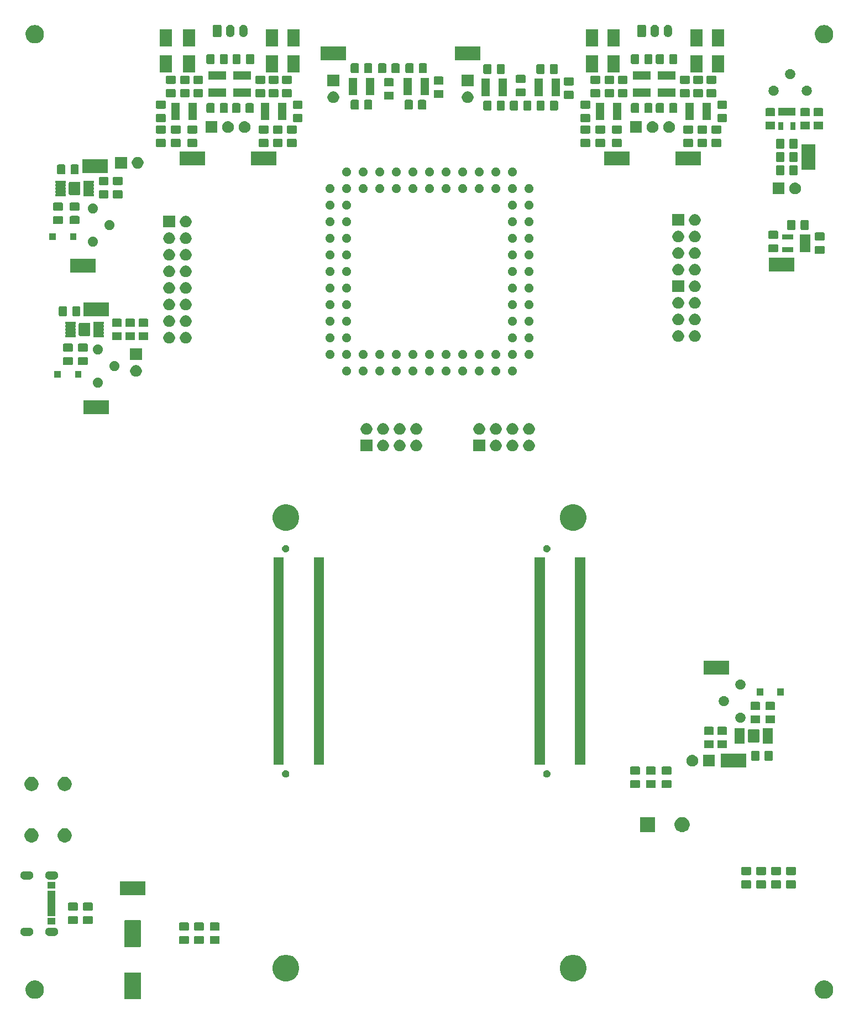
<source format=gts>
G04 #@! TF.GenerationSoftware,KiCad,Pcbnew,(5.1.5)-3*
G04 #@! TF.CreationDate,2020-09-01T10:20:14-07:00*
G04 #@! TF.ProjectId,batty_trees_test_pcb,62617474-795f-4747-9265-65735f746573,rev?*
G04 #@! TF.SameCoordinates,Original*
G04 #@! TF.FileFunction,Soldermask,Top*
G04 #@! TF.FilePolarity,Negative*
%FSLAX46Y46*%
G04 Gerber Fmt 4.6, Leading zero omitted, Abs format (unit mm)*
G04 Created by KiCad (PCBNEW (5.1.5)-3) date 2020-09-01 10:20:14*
%MOMM*%
%LPD*%
G04 APERTURE LIST*
%ADD10C,0.010000*%
%ADD11C,0.100000*%
G04 APERTURE END LIST*
D10*
G36*
X30988000Y-157224000D02*
G01*
X30978000Y-157224000D01*
X30978000Y-157824000D01*
X30638000Y-157824000D01*
X30606598Y-157823178D01*
X30575283Y-157820713D01*
X30544139Y-157816613D01*
X30513253Y-157810889D01*
X30482709Y-157803555D01*
X30452590Y-157794634D01*
X30422979Y-157784148D01*
X30393958Y-157772127D01*
X30365606Y-157758604D01*
X30338000Y-157743615D01*
X30311217Y-157727202D01*
X30285329Y-157709410D01*
X30260408Y-157690288D01*
X30236522Y-157669887D01*
X30213736Y-157648264D01*
X30192113Y-157625478D01*
X30171712Y-157601592D01*
X30152590Y-157576671D01*
X30134798Y-157550783D01*
X30118385Y-157524000D01*
X30103396Y-157496394D01*
X30089873Y-157468042D01*
X30077852Y-157439021D01*
X30067366Y-157409410D01*
X30058445Y-157379291D01*
X30051111Y-157348747D01*
X30045387Y-157317861D01*
X30041287Y-157286717D01*
X30038822Y-157255402D01*
X30038000Y-157224000D01*
X30038822Y-157192598D01*
X30041287Y-157161283D01*
X30045387Y-157130139D01*
X30051111Y-157099253D01*
X30058445Y-157068709D01*
X30067366Y-157038590D01*
X30077852Y-157008979D01*
X30089873Y-156979958D01*
X30103396Y-156951606D01*
X30118385Y-156924000D01*
X30134798Y-156897217D01*
X30152590Y-156871329D01*
X30171712Y-156846408D01*
X30192113Y-156822522D01*
X30213736Y-156799736D01*
X30236522Y-156778113D01*
X30260408Y-156757712D01*
X30285329Y-156738590D01*
X30311217Y-156720798D01*
X30338000Y-156704385D01*
X30365606Y-156689396D01*
X30393958Y-156675873D01*
X30422979Y-156663852D01*
X30452590Y-156653366D01*
X30482709Y-156644445D01*
X30513253Y-156637111D01*
X30544139Y-156631387D01*
X30575283Y-156627287D01*
X30606598Y-156624822D01*
X30638000Y-156624000D01*
X31338000Y-156624000D01*
X31369402Y-156624822D01*
X31400717Y-156627287D01*
X31431861Y-156631387D01*
X31462747Y-156637111D01*
X31493291Y-156644445D01*
X31523410Y-156653366D01*
X31553021Y-156663852D01*
X31582042Y-156675873D01*
X31610394Y-156689396D01*
X31638000Y-156704385D01*
X31664783Y-156720798D01*
X31690671Y-156738590D01*
X31715592Y-156757712D01*
X31739478Y-156778113D01*
X31762264Y-156799736D01*
X31783887Y-156822522D01*
X31804288Y-156846408D01*
X31823410Y-156871329D01*
X31841202Y-156897217D01*
X31857615Y-156924000D01*
X31872604Y-156951606D01*
X31886127Y-156979958D01*
X31898148Y-157008979D01*
X31908634Y-157038590D01*
X31917555Y-157068709D01*
X31924889Y-157099253D01*
X31930613Y-157130139D01*
X31934713Y-157161283D01*
X31937178Y-157192598D01*
X31938000Y-157224000D01*
X31937178Y-157255402D01*
X31934713Y-157286717D01*
X31930613Y-157317861D01*
X31924889Y-157348747D01*
X31917555Y-157379291D01*
X31908634Y-157409410D01*
X31898148Y-157439021D01*
X31886127Y-157468042D01*
X31872604Y-157496394D01*
X31857615Y-157524000D01*
X31841202Y-157550783D01*
X31823410Y-157576671D01*
X31804288Y-157601592D01*
X31783887Y-157625478D01*
X31762264Y-157648264D01*
X31739478Y-157669887D01*
X31715592Y-157690288D01*
X31690671Y-157709410D01*
X31664783Y-157727202D01*
X31638000Y-157743615D01*
X31610394Y-157758604D01*
X31582042Y-157772127D01*
X31553021Y-157784148D01*
X31523410Y-157794634D01*
X31493291Y-157803555D01*
X31462747Y-157810889D01*
X31431861Y-157816613D01*
X31400717Y-157820713D01*
X31369402Y-157823178D01*
X31338000Y-157824000D01*
X30988000Y-157824000D01*
X30988000Y-157224000D01*
G37*
X30988000Y-157224000D02*
X30978000Y-157224000D01*
X30978000Y-157824000D01*
X30638000Y-157824000D01*
X30606598Y-157823178D01*
X30575283Y-157820713D01*
X30544139Y-157816613D01*
X30513253Y-157810889D01*
X30482709Y-157803555D01*
X30452590Y-157794634D01*
X30422979Y-157784148D01*
X30393958Y-157772127D01*
X30365606Y-157758604D01*
X30338000Y-157743615D01*
X30311217Y-157727202D01*
X30285329Y-157709410D01*
X30260408Y-157690288D01*
X30236522Y-157669887D01*
X30213736Y-157648264D01*
X30192113Y-157625478D01*
X30171712Y-157601592D01*
X30152590Y-157576671D01*
X30134798Y-157550783D01*
X30118385Y-157524000D01*
X30103396Y-157496394D01*
X30089873Y-157468042D01*
X30077852Y-157439021D01*
X30067366Y-157409410D01*
X30058445Y-157379291D01*
X30051111Y-157348747D01*
X30045387Y-157317861D01*
X30041287Y-157286717D01*
X30038822Y-157255402D01*
X30038000Y-157224000D01*
X30038822Y-157192598D01*
X30041287Y-157161283D01*
X30045387Y-157130139D01*
X30051111Y-157099253D01*
X30058445Y-157068709D01*
X30067366Y-157038590D01*
X30077852Y-157008979D01*
X30089873Y-156979958D01*
X30103396Y-156951606D01*
X30118385Y-156924000D01*
X30134798Y-156897217D01*
X30152590Y-156871329D01*
X30171712Y-156846408D01*
X30192113Y-156822522D01*
X30213736Y-156799736D01*
X30236522Y-156778113D01*
X30260408Y-156757712D01*
X30285329Y-156738590D01*
X30311217Y-156720798D01*
X30338000Y-156704385D01*
X30365606Y-156689396D01*
X30393958Y-156675873D01*
X30422979Y-156663852D01*
X30452590Y-156653366D01*
X30482709Y-156644445D01*
X30513253Y-156637111D01*
X30544139Y-156631387D01*
X30575283Y-156627287D01*
X30606598Y-156624822D01*
X30638000Y-156624000D01*
X31338000Y-156624000D01*
X31369402Y-156624822D01*
X31400717Y-156627287D01*
X31431861Y-156631387D01*
X31462747Y-156637111D01*
X31493291Y-156644445D01*
X31523410Y-156653366D01*
X31553021Y-156663852D01*
X31582042Y-156675873D01*
X31610394Y-156689396D01*
X31638000Y-156704385D01*
X31664783Y-156720798D01*
X31690671Y-156738590D01*
X31715592Y-156757712D01*
X31739478Y-156778113D01*
X31762264Y-156799736D01*
X31783887Y-156822522D01*
X31804288Y-156846408D01*
X31823410Y-156871329D01*
X31841202Y-156897217D01*
X31857615Y-156924000D01*
X31872604Y-156951606D01*
X31886127Y-156979958D01*
X31898148Y-157008979D01*
X31908634Y-157038590D01*
X31917555Y-157068709D01*
X31924889Y-157099253D01*
X31930613Y-157130139D01*
X31934713Y-157161283D01*
X31937178Y-157192598D01*
X31938000Y-157224000D01*
X31937178Y-157255402D01*
X31934713Y-157286717D01*
X31930613Y-157317861D01*
X31924889Y-157348747D01*
X31917555Y-157379291D01*
X31908634Y-157409410D01*
X31898148Y-157439021D01*
X31886127Y-157468042D01*
X31872604Y-157496394D01*
X31857615Y-157524000D01*
X31841202Y-157550783D01*
X31823410Y-157576671D01*
X31804288Y-157601592D01*
X31783887Y-157625478D01*
X31762264Y-157648264D01*
X31739478Y-157669887D01*
X31715592Y-157690288D01*
X31690671Y-157709410D01*
X31664783Y-157727202D01*
X31638000Y-157743615D01*
X31610394Y-157758604D01*
X31582042Y-157772127D01*
X31553021Y-157784148D01*
X31523410Y-157794634D01*
X31493291Y-157803555D01*
X31462747Y-157810889D01*
X31431861Y-157816613D01*
X31400717Y-157820713D01*
X31369402Y-157823178D01*
X31338000Y-157824000D01*
X30988000Y-157824000D01*
X30988000Y-157224000D01*
G36*
X30988000Y-165864000D02*
G01*
X30978000Y-165864000D01*
X30978000Y-166464000D01*
X30638000Y-166464000D01*
X30606598Y-166463178D01*
X30575283Y-166460713D01*
X30544139Y-166456613D01*
X30513253Y-166450889D01*
X30482709Y-166443555D01*
X30452590Y-166434634D01*
X30422979Y-166424148D01*
X30393958Y-166412127D01*
X30365606Y-166398604D01*
X30338000Y-166383615D01*
X30311217Y-166367202D01*
X30285329Y-166349410D01*
X30260408Y-166330288D01*
X30236522Y-166309887D01*
X30213736Y-166288264D01*
X30192113Y-166265478D01*
X30171712Y-166241592D01*
X30152590Y-166216671D01*
X30134798Y-166190783D01*
X30118385Y-166164000D01*
X30103396Y-166136394D01*
X30089873Y-166108042D01*
X30077852Y-166079021D01*
X30067366Y-166049410D01*
X30058445Y-166019291D01*
X30051111Y-165988747D01*
X30045387Y-165957861D01*
X30041287Y-165926717D01*
X30038822Y-165895402D01*
X30038000Y-165864000D01*
X30038822Y-165832598D01*
X30041287Y-165801283D01*
X30045387Y-165770139D01*
X30051111Y-165739253D01*
X30058445Y-165708709D01*
X30067366Y-165678590D01*
X30077852Y-165648979D01*
X30089873Y-165619958D01*
X30103396Y-165591606D01*
X30118385Y-165564000D01*
X30134798Y-165537217D01*
X30152590Y-165511329D01*
X30171712Y-165486408D01*
X30192113Y-165462522D01*
X30213736Y-165439736D01*
X30236522Y-165418113D01*
X30260408Y-165397712D01*
X30285329Y-165378590D01*
X30311217Y-165360798D01*
X30338000Y-165344385D01*
X30365606Y-165329396D01*
X30393958Y-165315873D01*
X30422979Y-165303852D01*
X30452590Y-165293366D01*
X30482709Y-165284445D01*
X30513253Y-165277111D01*
X30544139Y-165271387D01*
X30575283Y-165267287D01*
X30606598Y-165264822D01*
X30638000Y-165264000D01*
X31338000Y-165264000D01*
X31369402Y-165264822D01*
X31400717Y-165267287D01*
X31431861Y-165271387D01*
X31462747Y-165277111D01*
X31493291Y-165284445D01*
X31523410Y-165293366D01*
X31553021Y-165303852D01*
X31582042Y-165315873D01*
X31610394Y-165329396D01*
X31638000Y-165344385D01*
X31664783Y-165360798D01*
X31690671Y-165378590D01*
X31715592Y-165397712D01*
X31739478Y-165418113D01*
X31762264Y-165439736D01*
X31783887Y-165462522D01*
X31804288Y-165486408D01*
X31823410Y-165511329D01*
X31841202Y-165537217D01*
X31857615Y-165564000D01*
X31872604Y-165591606D01*
X31886127Y-165619958D01*
X31898148Y-165648979D01*
X31908634Y-165678590D01*
X31917555Y-165708709D01*
X31924889Y-165739253D01*
X31930613Y-165770139D01*
X31934713Y-165801283D01*
X31937178Y-165832598D01*
X31938000Y-165864000D01*
X31937178Y-165895402D01*
X31934713Y-165926717D01*
X31930613Y-165957861D01*
X31924889Y-165988747D01*
X31917555Y-166019291D01*
X31908634Y-166049410D01*
X31898148Y-166079021D01*
X31886127Y-166108042D01*
X31872604Y-166136394D01*
X31857615Y-166164000D01*
X31841202Y-166190783D01*
X31823410Y-166216671D01*
X31804288Y-166241592D01*
X31783887Y-166265478D01*
X31762264Y-166288264D01*
X31739478Y-166309887D01*
X31715592Y-166330288D01*
X31690671Y-166349410D01*
X31664783Y-166367202D01*
X31638000Y-166383615D01*
X31610394Y-166398604D01*
X31582042Y-166412127D01*
X31553021Y-166424148D01*
X31523410Y-166434634D01*
X31493291Y-166443555D01*
X31462747Y-166450889D01*
X31431861Y-166456613D01*
X31400717Y-166460713D01*
X31369402Y-166463178D01*
X31338000Y-166464000D01*
X30988000Y-166464000D01*
X30988000Y-165864000D01*
G37*
X30988000Y-165864000D02*
X30978000Y-165864000D01*
X30978000Y-166464000D01*
X30638000Y-166464000D01*
X30606598Y-166463178D01*
X30575283Y-166460713D01*
X30544139Y-166456613D01*
X30513253Y-166450889D01*
X30482709Y-166443555D01*
X30452590Y-166434634D01*
X30422979Y-166424148D01*
X30393958Y-166412127D01*
X30365606Y-166398604D01*
X30338000Y-166383615D01*
X30311217Y-166367202D01*
X30285329Y-166349410D01*
X30260408Y-166330288D01*
X30236522Y-166309887D01*
X30213736Y-166288264D01*
X30192113Y-166265478D01*
X30171712Y-166241592D01*
X30152590Y-166216671D01*
X30134798Y-166190783D01*
X30118385Y-166164000D01*
X30103396Y-166136394D01*
X30089873Y-166108042D01*
X30077852Y-166079021D01*
X30067366Y-166049410D01*
X30058445Y-166019291D01*
X30051111Y-165988747D01*
X30045387Y-165957861D01*
X30041287Y-165926717D01*
X30038822Y-165895402D01*
X30038000Y-165864000D01*
X30038822Y-165832598D01*
X30041287Y-165801283D01*
X30045387Y-165770139D01*
X30051111Y-165739253D01*
X30058445Y-165708709D01*
X30067366Y-165678590D01*
X30077852Y-165648979D01*
X30089873Y-165619958D01*
X30103396Y-165591606D01*
X30118385Y-165564000D01*
X30134798Y-165537217D01*
X30152590Y-165511329D01*
X30171712Y-165486408D01*
X30192113Y-165462522D01*
X30213736Y-165439736D01*
X30236522Y-165418113D01*
X30260408Y-165397712D01*
X30285329Y-165378590D01*
X30311217Y-165360798D01*
X30338000Y-165344385D01*
X30365606Y-165329396D01*
X30393958Y-165315873D01*
X30422979Y-165303852D01*
X30452590Y-165293366D01*
X30482709Y-165284445D01*
X30513253Y-165277111D01*
X30544139Y-165271387D01*
X30575283Y-165267287D01*
X30606598Y-165264822D01*
X30638000Y-165264000D01*
X31338000Y-165264000D01*
X31369402Y-165264822D01*
X31400717Y-165267287D01*
X31431861Y-165271387D01*
X31462747Y-165277111D01*
X31493291Y-165284445D01*
X31523410Y-165293366D01*
X31553021Y-165303852D01*
X31582042Y-165315873D01*
X31610394Y-165329396D01*
X31638000Y-165344385D01*
X31664783Y-165360798D01*
X31690671Y-165378590D01*
X31715592Y-165397712D01*
X31739478Y-165418113D01*
X31762264Y-165439736D01*
X31783887Y-165462522D01*
X31804288Y-165486408D01*
X31823410Y-165511329D01*
X31841202Y-165537217D01*
X31857615Y-165564000D01*
X31872604Y-165591606D01*
X31886127Y-165619958D01*
X31898148Y-165648979D01*
X31908634Y-165678590D01*
X31917555Y-165708709D01*
X31924889Y-165739253D01*
X31930613Y-165770139D01*
X31934713Y-165801283D01*
X31937178Y-165832598D01*
X31938000Y-165864000D01*
X31937178Y-165895402D01*
X31934713Y-165926717D01*
X31930613Y-165957861D01*
X31924889Y-165988747D01*
X31917555Y-166019291D01*
X31908634Y-166049410D01*
X31898148Y-166079021D01*
X31886127Y-166108042D01*
X31872604Y-166136394D01*
X31857615Y-166164000D01*
X31841202Y-166190783D01*
X31823410Y-166216671D01*
X31804288Y-166241592D01*
X31783887Y-166265478D01*
X31762264Y-166288264D01*
X31739478Y-166309887D01*
X31715592Y-166330288D01*
X31690671Y-166349410D01*
X31664783Y-166367202D01*
X31638000Y-166383615D01*
X31610394Y-166398604D01*
X31582042Y-166412127D01*
X31553021Y-166424148D01*
X31523410Y-166434634D01*
X31493291Y-166443555D01*
X31462747Y-166450889D01*
X31431861Y-166456613D01*
X31400717Y-166460713D01*
X31369402Y-166463178D01*
X31338000Y-166464000D01*
X30988000Y-166464000D01*
X30988000Y-165864000D01*
G36*
X27188000Y-157224000D02*
G01*
X27178000Y-157224000D01*
X27178000Y-157824000D01*
X26838000Y-157824000D01*
X26806598Y-157823178D01*
X26775283Y-157820713D01*
X26744139Y-157816613D01*
X26713253Y-157810889D01*
X26682709Y-157803555D01*
X26652590Y-157794634D01*
X26622979Y-157784148D01*
X26593958Y-157772127D01*
X26565606Y-157758604D01*
X26538000Y-157743615D01*
X26511217Y-157727202D01*
X26485329Y-157709410D01*
X26460408Y-157690288D01*
X26436522Y-157669887D01*
X26413736Y-157648264D01*
X26392113Y-157625478D01*
X26371712Y-157601592D01*
X26352590Y-157576671D01*
X26334798Y-157550783D01*
X26318385Y-157524000D01*
X26303396Y-157496394D01*
X26289873Y-157468042D01*
X26277852Y-157439021D01*
X26267366Y-157409410D01*
X26258445Y-157379291D01*
X26251111Y-157348747D01*
X26245387Y-157317861D01*
X26241287Y-157286717D01*
X26238822Y-157255402D01*
X26238000Y-157224000D01*
X26238822Y-157192598D01*
X26241287Y-157161283D01*
X26245387Y-157130139D01*
X26251111Y-157099253D01*
X26258445Y-157068709D01*
X26267366Y-157038590D01*
X26277852Y-157008979D01*
X26289873Y-156979958D01*
X26303396Y-156951606D01*
X26318385Y-156924000D01*
X26334798Y-156897217D01*
X26352590Y-156871329D01*
X26371712Y-156846408D01*
X26392113Y-156822522D01*
X26413736Y-156799736D01*
X26436522Y-156778113D01*
X26460408Y-156757712D01*
X26485329Y-156738590D01*
X26511217Y-156720798D01*
X26538000Y-156704385D01*
X26565606Y-156689396D01*
X26593958Y-156675873D01*
X26622979Y-156663852D01*
X26652590Y-156653366D01*
X26682709Y-156644445D01*
X26713253Y-156637111D01*
X26744139Y-156631387D01*
X26775283Y-156627287D01*
X26806598Y-156624822D01*
X26838000Y-156624000D01*
X27538000Y-156624000D01*
X27569402Y-156624822D01*
X27600717Y-156627287D01*
X27631861Y-156631387D01*
X27662747Y-156637111D01*
X27693291Y-156644445D01*
X27723410Y-156653366D01*
X27753021Y-156663852D01*
X27782042Y-156675873D01*
X27810394Y-156689396D01*
X27838000Y-156704385D01*
X27864783Y-156720798D01*
X27890671Y-156738590D01*
X27915592Y-156757712D01*
X27939478Y-156778113D01*
X27962264Y-156799736D01*
X27983887Y-156822522D01*
X28004288Y-156846408D01*
X28023410Y-156871329D01*
X28041202Y-156897217D01*
X28057615Y-156924000D01*
X28072604Y-156951606D01*
X28086127Y-156979958D01*
X28098148Y-157008979D01*
X28108634Y-157038590D01*
X28117555Y-157068709D01*
X28124889Y-157099253D01*
X28130613Y-157130139D01*
X28134713Y-157161283D01*
X28137178Y-157192598D01*
X28138000Y-157224000D01*
X28137178Y-157255402D01*
X28134713Y-157286717D01*
X28130613Y-157317861D01*
X28124889Y-157348747D01*
X28117555Y-157379291D01*
X28108634Y-157409410D01*
X28098148Y-157439021D01*
X28086127Y-157468042D01*
X28072604Y-157496394D01*
X28057615Y-157524000D01*
X28041202Y-157550783D01*
X28023410Y-157576671D01*
X28004288Y-157601592D01*
X27983887Y-157625478D01*
X27962264Y-157648264D01*
X27939478Y-157669887D01*
X27915592Y-157690288D01*
X27890671Y-157709410D01*
X27864783Y-157727202D01*
X27838000Y-157743615D01*
X27810394Y-157758604D01*
X27782042Y-157772127D01*
X27753021Y-157784148D01*
X27723410Y-157794634D01*
X27693291Y-157803555D01*
X27662747Y-157810889D01*
X27631861Y-157816613D01*
X27600717Y-157820713D01*
X27569402Y-157823178D01*
X27538000Y-157824000D01*
X27188000Y-157824000D01*
X27188000Y-157224000D01*
G37*
X27188000Y-157224000D02*
X27178000Y-157224000D01*
X27178000Y-157824000D01*
X26838000Y-157824000D01*
X26806598Y-157823178D01*
X26775283Y-157820713D01*
X26744139Y-157816613D01*
X26713253Y-157810889D01*
X26682709Y-157803555D01*
X26652590Y-157794634D01*
X26622979Y-157784148D01*
X26593958Y-157772127D01*
X26565606Y-157758604D01*
X26538000Y-157743615D01*
X26511217Y-157727202D01*
X26485329Y-157709410D01*
X26460408Y-157690288D01*
X26436522Y-157669887D01*
X26413736Y-157648264D01*
X26392113Y-157625478D01*
X26371712Y-157601592D01*
X26352590Y-157576671D01*
X26334798Y-157550783D01*
X26318385Y-157524000D01*
X26303396Y-157496394D01*
X26289873Y-157468042D01*
X26277852Y-157439021D01*
X26267366Y-157409410D01*
X26258445Y-157379291D01*
X26251111Y-157348747D01*
X26245387Y-157317861D01*
X26241287Y-157286717D01*
X26238822Y-157255402D01*
X26238000Y-157224000D01*
X26238822Y-157192598D01*
X26241287Y-157161283D01*
X26245387Y-157130139D01*
X26251111Y-157099253D01*
X26258445Y-157068709D01*
X26267366Y-157038590D01*
X26277852Y-157008979D01*
X26289873Y-156979958D01*
X26303396Y-156951606D01*
X26318385Y-156924000D01*
X26334798Y-156897217D01*
X26352590Y-156871329D01*
X26371712Y-156846408D01*
X26392113Y-156822522D01*
X26413736Y-156799736D01*
X26436522Y-156778113D01*
X26460408Y-156757712D01*
X26485329Y-156738590D01*
X26511217Y-156720798D01*
X26538000Y-156704385D01*
X26565606Y-156689396D01*
X26593958Y-156675873D01*
X26622979Y-156663852D01*
X26652590Y-156653366D01*
X26682709Y-156644445D01*
X26713253Y-156637111D01*
X26744139Y-156631387D01*
X26775283Y-156627287D01*
X26806598Y-156624822D01*
X26838000Y-156624000D01*
X27538000Y-156624000D01*
X27569402Y-156624822D01*
X27600717Y-156627287D01*
X27631861Y-156631387D01*
X27662747Y-156637111D01*
X27693291Y-156644445D01*
X27723410Y-156653366D01*
X27753021Y-156663852D01*
X27782042Y-156675873D01*
X27810394Y-156689396D01*
X27838000Y-156704385D01*
X27864783Y-156720798D01*
X27890671Y-156738590D01*
X27915592Y-156757712D01*
X27939478Y-156778113D01*
X27962264Y-156799736D01*
X27983887Y-156822522D01*
X28004288Y-156846408D01*
X28023410Y-156871329D01*
X28041202Y-156897217D01*
X28057615Y-156924000D01*
X28072604Y-156951606D01*
X28086127Y-156979958D01*
X28098148Y-157008979D01*
X28108634Y-157038590D01*
X28117555Y-157068709D01*
X28124889Y-157099253D01*
X28130613Y-157130139D01*
X28134713Y-157161283D01*
X28137178Y-157192598D01*
X28138000Y-157224000D01*
X28137178Y-157255402D01*
X28134713Y-157286717D01*
X28130613Y-157317861D01*
X28124889Y-157348747D01*
X28117555Y-157379291D01*
X28108634Y-157409410D01*
X28098148Y-157439021D01*
X28086127Y-157468042D01*
X28072604Y-157496394D01*
X28057615Y-157524000D01*
X28041202Y-157550783D01*
X28023410Y-157576671D01*
X28004288Y-157601592D01*
X27983887Y-157625478D01*
X27962264Y-157648264D01*
X27939478Y-157669887D01*
X27915592Y-157690288D01*
X27890671Y-157709410D01*
X27864783Y-157727202D01*
X27838000Y-157743615D01*
X27810394Y-157758604D01*
X27782042Y-157772127D01*
X27753021Y-157784148D01*
X27723410Y-157794634D01*
X27693291Y-157803555D01*
X27662747Y-157810889D01*
X27631861Y-157816613D01*
X27600717Y-157820713D01*
X27569402Y-157823178D01*
X27538000Y-157824000D01*
X27188000Y-157824000D01*
X27188000Y-157224000D01*
G36*
X27188000Y-165864000D02*
G01*
X27178000Y-165864000D01*
X27178000Y-166464000D01*
X26838000Y-166464000D01*
X26806598Y-166463178D01*
X26775283Y-166460713D01*
X26744139Y-166456613D01*
X26713253Y-166450889D01*
X26682709Y-166443555D01*
X26652590Y-166434634D01*
X26622979Y-166424148D01*
X26593958Y-166412127D01*
X26565606Y-166398604D01*
X26538000Y-166383615D01*
X26511217Y-166367202D01*
X26485329Y-166349410D01*
X26460408Y-166330288D01*
X26436522Y-166309887D01*
X26413736Y-166288264D01*
X26392113Y-166265478D01*
X26371712Y-166241592D01*
X26352590Y-166216671D01*
X26334798Y-166190783D01*
X26318385Y-166164000D01*
X26303396Y-166136394D01*
X26289873Y-166108042D01*
X26277852Y-166079021D01*
X26267366Y-166049410D01*
X26258445Y-166019291D01*
X26251111Y-165988747D01*
X26245387Y-165957861D01*
X26241287Y-165926717D01*
X26238822Y-165895402D01*
X26238000Y-165864000D01*
X26238822Y-165832598D01*
X26241287Y-165801283D01*
X26245387Y-165770139D01*
X26251111Y-165739253D01*
X26258445Y-165708709D01*
X26267366Y-165678590D01*
X26277852Y-165648979D01*
X26289873Y-165619958D01*
X26303396Y-165591606D01*
X26318385Y-165564000D01*
X26334798Y-165537217D01*
X26352590Y-165511329D01*
X26371712Y-165486408D01*
X26392113Y-165462522D01*
X26413736Y-165439736D01*
X26436522Y-165418113D01*
X26460408Y-165397712D01*
X26485329Y-165378590D01*
X26511217Y-165360798D01*
X26538000Y-165344385D01*
X26565606Y-165329396D01*
X26593958Y-165315873D01*
X26622979Y-165303852D01*
X26652590Y-165293366D01*
X26682709Y-165284445D01*
X26713253Y-165277111D01*
X26744139Y-165271387D01*
X26775283Y-165267287D01*
X26806598Y-165264822D01*
X26838000Y-165264000D01*
X27538000Y-165264000D01*
X27569402Y-165264822D01*
X27600717Y-165267287D01*
X27631861Y-165271387D01*
X27662747Y-165277111D01*
X27693291Y-165284445D01*
X27723410Y-165293366D01*
X27753021Y-165303852D01*
X27782042Y-165315873D01*
X27810394Y-165329396D01*
X27838000Y-165344385D01*
X27864783Y-165360798D01*
X27890671Y-165378590D01*
X27915592Y-165397712D01*
X27939478Y-165418113D01*
X27962264Y-165439736D01*
X27983887Y-165462522D01*
X28004288Y-165486408D01*
X28023410Y-165511329D01*
X28041202Y-165537217D01*
X28057615Y-165564000D01*
X28072604Y-165591606D01*
X28086127Y-165619958D01*
X28098148Y-165648979D01*
X28108634Y-165678590D01*
X28117555Y-165708709D01*
X28124889Y-165739253D01*
X28130613Y-165770139D01*
X28134713Y-165801283D01*
X28137178Y-165832598D01*
X28138000Y-165864000D01*
X28137178Y-165895402D01*
X28134713Y-165926717D01*
X28130613Y-165957861D01*
X28124889Y-165988747D01*
X28117555Y-166019291D01*
X28108634Y-166049410D01*
X28098148Y-166079021D01*
X28086127Y-166108042D01*
X28072604Y-166136394D01*
X28057615Y-166164000D01*
X28041202Y-166190783D01*
X28023410Y-166216671D01*
X28004288Y-166241592D01*
X27983887Y-166265478D01*
X27962264Y-166288264D01*
X27939478Y-166309887D01*
X27915592Y-166330288D01*
X27890671Y-166349410D01*
X27864783Y-166367202D01*
X27838000Y-166383615D01*
X27810394Y-166398604D01*
X27782042Y-166412127D01*
X27753021Y-166424148D01*
X27723410Y-166434634D01*
X27693291Y-166443555D01*
X27662747Y-166450889D01*
X27631861Y-166456613D01*
X27600717Y-166460713D01*
X27569402Y-166463178D01*
X27538000Y-166464000D01*
X27188000Y-166464000D01*
X27188000Y-165864000D01*
G37*
X27188000Y-165864000D02*
X27178000Y-165864000D01*
X27178000Y-166464000D01*
X26838000Y-166464000D01*
X26806598Y-166463178D01*
X26775283Y-166460713D01*
X26744139Y-166456613D01*
X26713253Y-166450889D01*
X26682709Y-166443555D01*
X26652590Y-166434634D01*
X26622979Y-166424148D01*
X26593958Y-166412127D01*
X26565606Y-166398604D01*
X26538000Y-166383615D01*
X26511217Y-166367202D01*
X26485329Y-166349410D01*
X26460408Y-166330288D01*
X26436522Y-166309887D01*
X26413736Y-166288264D01*
X26392113Y-166265478D01*
X26371712Y-166241592D01*
X26352590Y-166216671D01*
X26334798Y-166190783D01*
X26318385Y-166164000D01*
X26303396Y-166136394D01*
X26289873Y-166108042D01*
X26277852Y-166079021D01*
X26267366Y-166049410D01*
X26258445Y-166019291D01*
X26251111Y-165988747D01*
X26245387Y-165957861D01*
X26241287Y-165926717D01*
X26238822Y-165895402D01*
X26238000Y-165864000D01*
X26238822Y-165832598D01*
X26241287Y-165801283D01*
X26245387Y-165770139D01*
X26251111Y-165739253D01*
X26258445Y-165708709D01*
X26267366Y-165678590D01*
X26277852Y-165648979D01*
X26289873Y-165619958D01*
X26303396Y-165591606D01*
X26318385Y-165564000D01*
X26334798Y-165537217D01*
X26352590Y-165511329D01*
X26371712Y-165486408D01*
X26392113Y-165462522D01*
X26413736Y-165439736D01*
X26436522Y-165418113D01*
X26460408Y-165397712D01*
X26485329Y-165378590D01*
X26511217Y-165360798D01*
X26538000Y-165344385D01*
X26565606Y-165329396D01*
X26593958Y-165315873D01*
X26622979Y-165303852D01*
X26652590Y-165293366D01*
X26682709Y-165284445D01*
X26713253Y-165277111D01*
X26744139Y-165271387D01*
X26775283Y-165267287D01*
X26806598Y-165264822D01*
X26838000Y-165264000D01*
X27538000Y-165264000D01*
X27569402Y-165264822D01*
X27600717Y-165267287D01*
X27631861Y-165271387D01*
X27662747Y-165277111D01*
X27693291Y-165284445D01*
X27723410Y-165293366D01*
X27753021Y-165303852D01*
X27782042Y-165315873D01*
X27810394Y-165329396D01*
X27838000Y-165344385D01*
X27864783Y-165360798D01*
X27890671Y-165378590D01*
X27915592Y-165397712D01*
X27939478Y-165418113D01*
X27962264Y-165439736D01*
X27983887Y-165462522D01*
X28004288Y-165486408D01*
X28023410Y-165511329D01*
X28041202Y-165537217D01*
X28057615Y-165564000D01*
X28072604Y-165591606D01*
X28086127Y-165619958D01*
X28098148Y-165648979D01*
X28108634Y-165678590D01*
X28117555Y-165708709D01*
X28124889Y-165739253D01*
X28130613Y-165770139D01*
X28134713Y-165801283D01*
X28137178Y-165832598D01*
X28138000Y-165864000D01*
X28137178Y-165895402D01*
X28134713Y-165926717D01*
X28130613Y-165957861D01*
X28124889Y-165988747D01*
X28117555Y-166019291D01*
X28108634Y-166049410D01*
X28098148Y-166079021D01*
X28086127Y-166108042D01*
X28072604Y-166136394D01*
X28057615Y-166164000D01*
X28041202Y-166190783D01*
X28023410Y-166216671D01*
X28004288Y-166241592D01*
X27983887Y-166265478D01*
X27962264Y-166288264D01*
X27939478Y-166309887D01*
X27915592Y-166330288D01*
X27890671Y-166349410D01*
X27864783Y-166367202D01*
X27838000Y-166383615D01*
X27810394Y-166398604D01*
X27782042Y-166412127D01*
X27753021Y-166424148D01*
X27723410Y-166434634D01*
X27693291Y-166443555D01*
X27662747Y-166450889D01*
X27631861Y-166456613D01*
X27600717Y-166460713D01*
X27569402Y-166463178D01*
X27538000Y-166464000D01*
X27188000Y-166464000D01*
X27188000Y-165864000D01*
D11*
G36*
X44605934Y-172132671D02*
G01*
X44635877Y-172141754D01*
X44663465Y-172156500D01*
X44687651Y-172176349D01*
X44707500Y-172200535D01*
X44722246Y-172228123D01*
X44731329Y-172258066D01*
X44735000Y-172295340D01*
X44735000Y-176064660D01*
X44731329Y-176101934D01*
X44722246Y-176131877D01*
X44707500Y-176159465D01*
X44687651Y-176183651D01*
X44663465Y-176203500D01*
X44635877Y-176218246D01*
X44605934Y-176227329D01*
X44568660Y-176231000D01*
X42299340Y-176231000D01*
X42262066Y-176227329D01*
X42232123Y-176218246D01*
X42204535Y-176203500D01*
X42180349Y-176183651D01*
X42160500Y-176159465D01*
X42145754Y-176131877D01*
X42136671Y-176101934D01*
X42133000Y-176064660D01*
X42133000Y-172295340D01*
X42136671Y-172258066D01*
X42145754Y-172228123D01*
X42160500Y-172200535D01*
X42180349Y-172176349D01*
X42204535Y-172156500D01*
X42232123Y-172141754D01*
X42262066Y-172132671D01*
X42299340Y-172129000D01*
X44568660Y-172129000D01*
X44605934Y-172132671D01*
G37*
G36*
X149670433Y-173386893D02*
G01*
X149760657Y-173404839D01*
X149826668Y-173432182D01*
X150015621Y-173510449D01*
X150091763Y-173561325D01*
X150245086Y-173663772D01*
X150440228Y-173858914D01*
X150542675Y-174012237D01*
X150593551Y-174088379D01*
X150699161Y-174343344D01*
X150753000Y-174614012D01*
X150753000Y-174889988D01*
X150699161Y-175160656D01*
X150593551Y-175415621D01*
X150593550Y-175415622D01*
X150440228Y-175645086D01*
X150245086Y-175840228D01*
X150091763Y-175942675D01*
X150015621Y-175993551D01*
X149866267Y-176055415D01*
X149760657Y-176099161D01*
X149679223Y-176115359D01*
X149489988Y-176153000D01*
X149214012Y-176153000D01*
X149024777Y-176115359D01*
X148943343Y-176099161D01*
X148837733Y-176055415D01*
X148688379Y-175993551D01*
X148612237Y-175942675D01*
X148458914Y-175840228D01*
X148263772Y-175645086D01*
X148110450Y-175415622D01*
X148110449Y-175415621D01*
X148004839Y-175160656D01*
X147951000Y-174889988D01*
X147951000Y-174614012D01*
X148004839Y-174343344D01*
X148110449Y-174088379D01*
X148161325Y-174012237D01*
X148263772Y-173858914D01*
X148458914Y-173663772D01*
X148612237Y-173561325D01*
X148688379Y-173510449D01*
X148877332Y-173432182D01*
X148943343Y-173404839D01*
X149033567Y-173386893D01*
X149214012Y-173351000D01*
X149489988Y-173351000D01*
X149670433Y-173386893D01*
G37*
G36*
X28766433Y-173386893D02*
G01*
X28856657Y-173404839D01*
X28922668Y-173432182D01*
X29111621Y-173510449D01*
X29187763Y-173561325D01*
X29341086Y-173663772D01*
X29536228Y-173858914D01*
X29638675Y-174012237D01*
X29689551Y-174088379D01*
X29795161Y-174343344D01*
X29849000Y-174614012D01*
X29849000Y-174889988D01*
X29795161Y-175160656D01*
X29689551Y-175415621D01*
X29689550Y-175415622D01*
X29536228Y-175645086D01*
X29341086Y-175840228D01*
X29187763Y-175942675D01*
X29111621Y-175993551D01*
X28962267Y-176055415D01*
X28856657Y-176099161D01*
X28775223Y-176115359D01*
X28585988Y-176153000D01*
X28310012Y-176153000D01*
X28120777Y-176115359D01*
X28039343Y-176099161D01*
X27933733Y-176055415D01*
X27784379Y-175993551D01*
X27708237Y-175942675D01*
X27554914Y-175840228D01*
X27359772Y-175645086D01*
X27206450Y-175415622D01*
X27206449Y-175415621D01*
X27100839Y-175160656D01*
X27047000Y-174889988D01*
X27047000Y-174614012D01*
X27100839Y-174343344D01*
X27206449Y-174088379D01*
X27257325Y-174012237D01*
X27359772Y-173858914D01*
X27554914Y-173663772D01*
X27708237Y-173561325D01*
X27784379Y-173510449D01*
X27973332Y-173432182D01*
X28039343Y-173404839D01*
X28129567Y-173386893D01*
X28310012Y-173351000D01*
X28585988Y-173351000D01*
X28766433Y-173386893D01*
G37*
G36*
X111498254Y-169487818D02*
G01*
X111871511Y-169642426D01*
X111871513Y-169642427D01*
X112207436Y-169866884D01*
X112493116Y-170152564D01*
X112717574Y-170488489D01*
X112872182Y-170861746D01*
X112951000Y-171257993D01*
X112951000Y-171662007D01*
X112872182Y-172058254D01*
X112773978Y-172295340D01*
X112717573Y-172431513D01*
X112493116Y-172767436D01*
X112207436Y-173053116D01*
X111871513Y-173277573D01*
X111871512Y-173277574D01*
X111871511Y-173277574D01*
X111498254Y-173432182D01*
X111102007Y-173511000D01*
X110697993Y-173511000D01*
X110301746Y-173432182D01*
X109928489Y-173277574D01*
X109928488Y-173277574D01*
X109928487Y-173277573D01*
X109592564Y-173053116D01*
X109306884Y-172767436D01*
X109082427Y-172431513D01*
X109026022Y-172295340D01*
X108927818Y-172058254D01*
X108849000Y-171662007D01*
X108849000Y-171257993D01*
X108927818Y-170861746D01*
X109082426Y-170488489D01*
X109306884Y-170152564D01*
X109592564Y-169866884D01*
X109928487Y-169642427D01*
X109928489Y-169642426D01*
X110301746Y-169487818D01*
X110697993Y-169409000D01*
X111102007Y-169409000D01*
X111498254Y-169487818D01*
G37*
G36*
X67498254Y-169487818D02*
G01*
X67871511Y-169642426D01*
X67871513Y-169642427D01*
X68207436Y-169866884D01*
X68493116Y-170152564D01*
X68717574Y-170488489D01*
X68872182Y-170861746D01*
X68951000Y-171257993D01*
X68951000Y-171662007D01*
X68872182Y-172058254D01*
X68773978Y-172295340D01*
X68717573Y-172431513D01*
X68493116Y-172767436D01*
X68207436Y-173053116D01*
X67871513Y-173277573D01*
X67871512Y-173277574D01*
X67871511Y-173277574D01*
X67498254Y-173432182D01*
X67102007Y-173511000D01*
X66697993Y-173511000D01*
X66301746Y-173432182D01*
X65928489Y-173277574D01*
X65928488Y-173277574D01*
X65928487Y-173277573D01*
X65592564Y-173053116D01*
X65306884Y-172767436D01*
X65082427Y-172431513D01*
X65026022Y-172295340D01*
X64927818Y-172058254D01*
X64849000Y-171662007D01*
X64849000Y-171257993D01*
X64927818Y-170861746D01*
X65082426Y-170488489D01*
X65306884Y-170152564D01*
X65592564Y-169866884D01*
X65928487Y-169642427D01*
X65928489Y-169642426D01*
X66301746Y-169487818D01*
X66697993Y-169409000D01*
X67102007Y-169409000D01*
X67498254Y-169487818D01*
G37*
G36*
X44605934Y-164132671D02*
G01*
X44635877Y-164141754D01*
X44663465Y-164156500D01*
X44687651Y-164176349D01*
X44707500Y-164200535D01*
X44722246Y-164228123D01*
X44731329Y-164258066D01*
X44735000Y-164295340D01*
X44735000Y-168064660D01*
X44731329Y-168101934D01*
X44722246Y-168131877D01*
X44707500Y-168159465D01*
X44687651Y-168183651D01*
X44663465Y-168203500D01*
X44635877Y-168218246D01*
X44605934Y-168227329D01*
X44568660Y-168231000D01*
X42299340Y-168231000D01*
X42262066Y-168227329D01*
X42232123Y-168218246D01*
X42204535Y-168203500D01*
X42180349Y-168183651D01*
X42160500Y-168159465D01*
X42145754Y-168131877D01*
X42136671Y-168101934D01*
X42133000Y-168064660D01*
X42133000Y-164295340D01*
X42136671Y-164258066D01*
X42145754Y-164228123D01*
X42160500Y-164200535D01*
X42180349Y-164176349D01*
X42204535Y-164156500D01*
X42232123Y-164141754D01*
X42262066Y-164132671D01*
X42299340Y-164129000D01*
X44568660Y-164129000D01*
X44605934Y-164132671D01*
G37*
G36*
X56595674Y-166519465D02*
G01*
X56633367Y-166530899D01*
X56668103Y-166549466D01*
X56698548Y-166574452D01*
X56723534Y-166604897D01*
X56742101Y-166639633D01*
X56753535Y-166677326D01*
X56758000Y-166722661D01*
X56758000Y-167559339D01*
X56753535Y-167604674D01*
X56742101Y-167642367D01*
X56723534Y-167677103D01*
X56698548Y-167707548D01*
X56668103Y-167732534D01*
X56633367Y-167751101D01*
X56595674Y-167762535D01*
X56550339Y-167767000D01*
X55463661Y-167767000D01*
X55418326Y-167762535D01*
X55380633Y-167751101D01*
X55345897Y-167732534D01*
X55315452Y-167707548D01*
X55290466Y-167677103D01*
X55271899Y-167642367D01*
X55260465Y-167604674D01*
X55256000Y-167559339D01*
X55256000Y-166722661D01*
X55260465Y-166677326D01*
X55271899Y-166639633D01*
X55290466Y-166604897D01*
X55315452Y-166574452D01*
X55345897Y-166549466D01*
X55380633Y-166530899D01*
X55418326Y-166519465D01*
X55463661Y-166515000D01*
X56550339Y-166515000D01*
X56595674Y-166519465D01*
G37*
G36*
X51896674Y-166519465D02*
G01*
X51934367Y-166530899D01*
X51969103Y-166549466D01*
X51999548Y-166574452D01*
X52024534Y-166604897D01*
X52043101Y-166639633D01*
X52054535Y-166677326D01*
X52059000Y-166722661D01*
X52059000Y-167559339D01*
X52054535Y-167604674D01*
X52043101Y-167642367D01*
X52024534Y-167677103D01*
X51999548Y-167707548D01*
X51969103Y-167732534D01*
X51934367Y-167751101D01*
X51896674Y-167762535D01*
X51851339Y-167767000D01*
X50764661Y-167767000D01*
X50719326Y-167762535D01*
X50681633Y-167751101D01*
X50646897Y-167732534D01*
X50616452Y-167707548D01*
X50591466Y-167677103D01*
X50572899Y-167642367D01*
X50561465Y-167604674D01*
X50557000Y-167559339D01*
X50557000Y-166722661D01*
X50561465Y-166677326D01*
X50572899Y-166639633D01*
X50591466Y-166604897D01*
X50616452Y-166574452D01*
X50646897Y-166549466D01*
X50681633Y-166530899D01*
X50719326Y-166519465D01*
X50764661Y-166515000D01*
X51851339Y-166515000D01*
X51896674Y-166519465D01*
G37*
G36*
X54182674Y-166519465D02*
G01*
X54220367Y-166530899D01*
X54255103Y-166549466D01*
X54285548Y-166574452D01*
X54310534Y-166604897D01*
X54329101Y-166639633D01*
X54340535Y-166677326D01*
X54345000Y-166722661D01*
X54345000Y-167559339D01*
X54340535Y-167604674D01*
X54329101Y-167642367D01*
X54310534Y-167677103D01*
X54285548Y-167707548D01*
X54255103Y-167732534D01*
X54220367Y-167751101D01*
X54182674Y-167762535D01*
X54137339Y-167767000D01*
X53050661Y-167767000D01*
X53005326Y-167762535D01*
X52967633Y-167751101D01*
X52932897Y-167732534D01*
X52902452Y-167707548D01*
X52877466Y-167677103D01*
X52858899Y-167642367D01*
X52847465Y-167604674D01*
X52843000Y-167559339D01*
X52843000Y-166722661D01*
X52847465Y-166677326D01*
X52858899Y-166639633D01*
X52877466Y-166604897D01*
X52902452Y-166574452D01*
X52932897Y-166549466D01*
X52967633Y-166530899D01*
X53005326Y-166519465D01*
X53050661Y-166515000D01*
X54137339Y-166515000D01*
X54182674Y-166519465D01*
G37*
G36*
X27275797Y-165574567D02*
G01*
X27327632Y-165596038D01*
X27330577Y-165597258D01*
X27379876Y-165630198D01*
X27421802Y-165672124D01*
X27454742Y-165721423D01*
X27454743Y-165721425D01*
X27477433Y-165776203D01*
X27489000Y-165834353D01*
X27489000Y-165893647D01*
X27477433Y-165951797D01*
X27454743Y-166006575D01*
X27454742Y-166006577D01*
X27421802Y-166055876D01*
X27379876Y-166097802D01*
X27330577Y-166130742D01*
X27330576Y-166130743D01*
X27330575Y-166130743D01*
X27275797Y-166153433D01*
X27217647Y-166165000D01*
X27158353Y-166165000D01*
X27100203Y-166153433D01*
X27045425Y-166130743D01*
X27045424Y-166130743D01*
X27045423Y-166130742D01*
X26996124Y-166097802D01*
X26954198Y-166055876D01*
X26921258Y-166006577D01*
X26921257Y-166006575D01*
X26898567Y-165951797D01*
X26887000Y-165893647D01*
X26887000Y-165834353D01*
X26898567Y-165776203D01*
X26921257Y-165721425D01*
X26921258Y-165721423D01*
X26954198Y-165672124D01*
X26996124Y-165630198D01*
X27045423Y-165597258D01*
X27048368Y-165596038D01*
X27100203Y-165574567D01*
X27158353Y-165563000D01*
X27217647Y-165563000D01*
X27275797Y-165574567D01*
G37*
G36*
X31075797Y-165574567D02*
G01*
X31127632Y-165596038D01*
X31130577Y-165597258D01*
X31179876Y-165630198D01*
X31221802Y-165672124D01*
X31254742Y-165721423D01*
X31254743Y-165721425D01*
X31277433Y-165776203D01*
X31289000Y-165834353D01*
X31289000Y-165893647D01*
X31277433Y-165951797D01*
X31254743Y-166006575D01*
X31254742Y-166006577D01*
X31221802Y-166055876D01*
X31179876Y-166097802D01*
X31130577Y-166130742D01*
X31130576Y-166130743D01*
X31130575Y-166130743D01*
X31075797Y-166153433D01*
X31017647Y-166165000D01*
X30958353Y-166165000D01*
X30900203Y-166153433D01*
X30845425Y-166130743D01*
X30845424Y-166130743D01*
X30845423Y-166130742D01*
X30796124Y-166097802D01*
X30754198Y-166055876D01*
X30721258Y-166006577D01*
X30721257Y-166006575D01*
X30698567Y-165951797D01*
X30687000Y-165893647D01*
X30687000Y-165834353D01*
X30698567Y-165776203D01*
X30721257Y-165721425D01*
X30721258Y-165721423D01*
X30754198Y-165672124D01*
X30796124Y-165630198D01*
X30845423Y-165597258D01*
X30848368Y-165596038D01*
X30900203Y-165574567D01*
X30958353Y-165563000D01*
X31017647Y-165563000D01*
X31075797Y-165574567D01*
G37*
G36*
X54182674Y-164469465D02*
G01*
X54220367Y-164480899D01*
X54255103Y-164499466D01*
X54285548Y-164524452D01*
X54310534Y-164554897D01*
X54329101Y-164589633D01*
X54340535Y-164627326D01*
X54345000Y-164672661D01*
X54345000Y-165509339D01*
X54340535Y-165554674D01*
X54329101Y-165592367D01*
X54310534Y-165627103D01*
X54285548Y-165657548D01*
X54255103Y-165682534D01*
X54220367Y-165701101D01*
X54182674Y-165712535D01*
X54137339Y-165717000D01*
X53050661Y-165717000D01*
X53005326Y-165712535D01*
X52967633Y-165701101D01*
X52932897Y-165682534D01*
X52902452Y-165657548D01*
X52877466Y-165627103D01*
X52858899Y-165592367D01*
X52847465Y-165554674D01*
X52843000Y-165509339D01*
X52843000Y-164672661D01*
X52847465Y-164627326D01*
X52858899Y-164589633D01*
X52877466Y-164554897D01*
X52902452Y-164524452D01*
X52932897Y-164499466D01*
X52967633Y-164480899D01*
X53005326Y-164469465D01*
X53050661Y-164465000D01*
X54137339Y-164465000D01*
X54182674Y-164469465D01*
G37*
G36*
X56595674Y-164469465D02*
G01*
X56633367Y-164480899D01*
X56668103Y-164499466D01*
X56698548Y-164524452D01*
X56723534Y-164554897D01*
X56742101Y-164589633D01*
X56753535Y-164627326D01*
X56758000Y-164672661D01*
X56758000Y-165509339D01*
X56753535Y-165554674D01*
X56742101Y-165592367D01*
X56723534Y-165627103D01*
X56698548Y-165657548D01*
X56668103Y-165682534D01*
X56633367Y-165701101D01*
X56595674Y-165712535D01*
X56550339Y-165717000D01*
X55463661Y-165717000D01*
X55418326Y-165712535D01*
X55380633Y-165701101D01*
X55345897Y-165682534D01*
X55315452Y-165657548D01*
X55290466Y-165627103D01*
X55271899Y-165592367D01*
X55260465Y-165554674D01*
X55256000Y-165509339D01*
X55256000Y-164672661D01*
X55260465Y-164627326D01*
X55271899Y-164589633D01*
X55290466Y-164554897D01*
X55315452Y-164524452D01*
X55345897Y-164499466D01*
X55380633Y-164480899D01*
X55418326Y-164469465D01*
X55463661Y-164465000D01*
X56550339Y-164465000D01*
X56595674Y-164469465D01*
G37*
G36*
X51896674Y-164469465D02*
G01*
X51934367Y-164480899D01*
X51969103Y-164499466D01*
X51999548Y-164524452D01*
X52024534Y-164554897D01*
X52043101Y-164589633D01*
X52054535Y-164627326D01*
X52059000Y-164672661D01*
X52059000Y-165509339D01*
X52054535Y-165554674D01*
X52043101Y-165592367D01*
X52024534Y-165627103D01*
X51999548Y-165657548D01*
X51969103Y-165682534D01*
X51934367Y-165701101D01*
X51896674Y-165712535D01*
X51851339Y-165717000D01*
X50764661Y-165717000D01*
X50719326Y-165712535D01*
X50681633Y-165701101D01*
X50646897Y-165682534D01*
X50616452Y-165657548D01*
X50591466Y-165627103D01*
X50572899Y-165592367D01*
X50561465Y-165554674D01*
X50557000Y-165509339D01*
X50557000Y-164672661D01*
X50561465Y-164627326D01*
X50572899Y-164589633D01*
X50591466Y-164554897D01*
X50616452Y-164524452D01*
X50646897Y-164499466D01*
X50681633Y-164480899D01*
X50719326Y-164469465D01*
X50764661Y-164465000D01*
X51851339Y-164465000D01*
X51896674Y-164469465D01*
G37*
G36*
X31614000Y-164795000D02*
G01*
X30362000Y-164795000D01*
X30362000Y-163793000D01*
X31614000Y-163793000D01*
X31614000Y-164795000D01*
G37*
G36*
X34878674Y-163471465D02*
G01*
X34916367Y-163482899D01*
X34951103Y-163501466D01*
X34981548Y-163526452D01*
X35006534Y-163556897D01*
X35025101Y-163591633D01*
X35036535Y-163629326D01*
X35041000Y-163674661D01*
X35041000Y-164511339D01*
X35036535Y-164556674D01*
X35025101Y-164594367D01*
X35006534Y-164629103D01*
X34981548Y-164659548D01*
X34951103Y-164684534D01*
X34916367Y-164703101D01*
X34878674Y-164714535D01*
X34833339Y-164719000D01*
X33746661Y-164719000D01*
X33701326Y-164714535D01*
X33663633Y-164703101D01*
X33628897Y-164684534D01*
X33598452Y-164659548D01*
X33573466Y-164629103D01*
X33554899Y-164594367D01*
X33543465Y-164556674D01*
X33539000Y-164511339D01*
X33539000Y-163674661D01*
X33543465Y-163629326D01*
X33554899Y-163591633D01*
X33573466Y-163556897D01*
X33598452Y-163526452D01*
X33628897Y-163501466D01*
X33663633Y-163482899D01*
X33701326Y-163471465D01*
X33746661Y-163467000D01*
X34833339Y-163467000D01*
X34878674Y-163471465D01*
G37*
G36*
X37164674Y-163471465D02*
G01*
X37202367Y-163482899D01*
X37237103Y-163501466D01*
X37267548Y-163526452D01*
X37292534Y-163556897D01*
X37311101Y-163591633D01*
X37322535Y-163629326D01*
X37327000Y-163674661D01*
X37327000Y-164511339D01*
X37322535Y-164556674D01*
X37311101Y-164594367D01*
X37292534Y-164629103D01*
X37267548Y-164659548D01*
X37237103Y-164684534D01*
X37202367Y-164703101D01*
X37164674Y-164714535D01*
X37119339Y-164719000D01*
X36032661Y-164719000D01*
X35987326Y-164714535D01*
X35949633Y-164703101D01*
X35914897Y-164684534D01*
X35884452Y-164659548D01*
X35859466Y-164629103D01*
X35840899Y-164594367D01*
X35829465Y-164556674D01*
X35825000Y-164511339D01*
X35825000Y-163674661D01*
X35829465Y-163629326D01*
X35840899Y-163591633D01*
X35859466Y-163556897D01*
X35884452Y-163526452D01*
X35914897Y-163501466D01*
X35949633Y-163482899D01*
X35987326Y-163471465D01*
X36032661Y-163467000D01*
X37119339Y-163467000D01*
X37164674Y-163471465D01*
G37*
G36*
X31614000Y-163515000D02*
G01*
X30362000Y-163515000D01*
X30362000Y-159573000D01*
X31614000Y-159573000D01*
X31614000Y-163515000D01*
G37*
G36*
X37164674Y-161421465D02*
G01*
X37202367Y-161432899D01*
X37237103Y-161451466D01*
X37267548Y-161476452D01*
X37292534Y-161506897D01*
X37311101Y-161541633D01*
X37322535Y-161579326D01*
X37327000Y-161624661D01*
X37327000Y-162461339D01*
X37322535Y-162506674D01*
X37311101Y-162544367D01*
X37292534Y-162579103D01*
X37267548Y-162609548D01*
X37237103Y-162634534D01*
X37202367Y-162653101D01*
X37164674Y-162664535D01*
X37119339Y-162669000D01*
X36032661Y-162669000D01*
X35987326Y-162664535D01*
X35949633Y-162653101D01*
X35914897Y-162634534D01*
X35884452Y-162609548D01*
X35859466Y-162579103D01*
X35840899Y-162544367D01*
X35829465Y-162506674D01*
X35825000Y-162461339D01*
X35825000Y-161624661D01*
X35829465Y-161579326D01*
X35840899Y-161541633D01*
X35859466Y-161506897D01*
X35884452Y-161476452D01*
X35914897Y-161451466D01*
X35949633Y-161432899D01*
X35987326Y-161421465D01*
X36032661Y-161417000D01*
X37119339Y-161417000D01*
X37164674Y-161421465D01*
G37*
G36*
X34878674Y-161421465D02*
G01*
X34916367Y-161432899D01*
X34951103Y-161451466D01*
X34981548Y-161476452D01*
X35006534Y-161506897D01*
X35025101Y-161541633D01*
X35036535Y-161579326D01*
X35041000Y-161624661D01*
X35041000Y-162461339D01*
X35036535Y-162506674D01*
X35025101Y-162544367D01*
X35006534Y-162579103D01*
X34981548Y-162609548D01*
X34951103Y-162634534D01*
X34916367Y-162653101D01*
X34878674Y-162664535D01*
X34833339Y-162669000D01*
X33746661Y-162669000D01*
X33701326Y-162664535D01*
X33663633Y-162653101D01*
X33628897Y-162634534D01*
X33598452Y-162609548D01*
X33573466Y-162579103D01*
X33554899Y-162544367D01*
X33543465Y-162506674D01*
X33539000Y-162461339D01*
X33539000Y-161624661D01*
X33543465Y-161579326D01*
X33554899Y-161541633D01*
X33573466Y-161506897D01*
X33598452Y-161476452D01*
X33628897Y-161451466D01*
X33663633Y-161432899D01*
X33701326Y-161421465D01*
X33746661Y-161417000D01*
X34833339Y-161417000D01*
X34878674Y-161421465D01*
G37*
G36*
X45385000Y-160324000D02*
G01*
X41483000Y-160324000D01*
X41483000Y-158192000D01*
X45385000Y-158192000D01*
X45385000Y-160324000D01*
G37*
G36*
X31614000Y-159295000D02*
G01*
X30362000Y-159295000D01*
X30362000Y-158293000D01*
X31614000Y-158293000D01*
X31614000Y-159295000D01*
G37*
G36*
X138002674Y-158010465D02*
G01*
X138040367Y-158021899D01*
X138075103Y-158040466D01*
X138105548Y-158065452D01*
X138130534Y-158095897D01*
X138149101Y-158130633D01*
X138160535Y-158168326D01*
X138165000Y-158213661D01*
X138165000Y-159050339D01*
X138160535Y-159095674D01*
X138149101Y-159133367D01*
X138130534Y-159168103D01*
X138105548Y-159198548D01*
X138075103Y-159223534D01*
X138040367Y-159242101D01*
X138002674Y-159253535D01*
X137957339Y-159258000D01*
X136870661Y-159258000D01*
X136825326Y-159253535D01*
X136787633Y-159242101D01*
X136752897Y-159223534D01*
X136722452Y-159198548D01*
X136697466Y-159168103D01*
X136678899Y-159133367D01*
X136667465Y-159095674D01*
X136663000Y-159050339D01*
X136663000Y-158213661D01*
X136667465Y-158168326D01*
X136678899Y-158130633D01*
X136697466Y-158095897D01*
X136722452Y-158065452D01*
X136752897Y-158040466D01*
X136787633Y-158021899D01*
X136825326Y-158010465D01*
X136870661Y-158006000D01*
X137957339Y-158006000D01*
X138002674Y-158010465D01*
G37*
G36*
X140288674Y-158010465D02*
G01*
X140326367Y-158021899D01*
X140361103Y-158040466D01*
X140391548Y-158065452D01*
X140416534Y-158095897D01*
X140435101Y-158130633D01*
X140446535Y-158168326D01*
X140451000Y-158213661D01*
X140451000Y-159050339D01*
X140446535Y-159095674D01*
X140435101Y-159133367D01*
X140416534Y-159168103D01*
X140391548Y-159198548D01*
X140361103Y-159223534D01*
X140326367Y-159242101D01*
X140288674Y-159253535D01*
X140243339Y-159258000D01*
X139156661Y-159258000D01*
X139111326Y-159253535D01*
X139073633Y-159242101D01*
X139038897Y-159223534D01*
X139008452Y-159198548D01*
X138983466Y-159168103D01*
X138964899Y-159133367D01*
X138953465Y-159095674D01*
X138949000Y-159050339D01*
X138949000Y-158213661D01*
X138953465Y-158168326D01*
X138964899Y-158130633D01*
X138983466Y-158095897D01*
X139008452Y-158065452D01*
X139038897Y-158040466D01*
X139073633Y-158021899D01*
X139111326Y-158010465D01*
X139156661Y-158006000D01*
X140243339Y-158006000D01*
X140288674Y-158010465D01*
G37*
G36*
X144860674Y-158010465D02*
G01*
X144898367Y-158021899D01*
X144933103Y-158040466D01*
X144963548Y-158065452D01*
X144988534Y-158095897D01*
X145007101Y-158130633D01*
X145018535Y-158168326D01*
X145023000Y-158213661D01*
X145023000Y-159050339D01*
X145018535Y-159095674D01*
X145007101Y-159133367D01*
X144988534Y-159168103D01*
X144963548Y-159198548D01*
X144933103Y-159223534D01*
X144898367Y-159242101D01*
X144860674Y-159253535D01*
X144815339Y-159258000D01*
X143728661Y-159258000D01*
X143683326Y-159253535D01*
X143645633Y-159242101D01*
X143610897Y-159223534D01*
X143580452Y-159198548D01*
X143555466Y-159168103D01*
X143536899Y-159133367D01*
X143525465Y-159095674D01*
X143521000Y-159050339D01*
X143521000Y-158213661D01*
X143525465Y-158168326D01*
X143536899Y-158130633D01*
X143555466Y-158095897D01*
X143580452Y-158065452D01*
X143610897Y-158040466D01*
X143645633Y-158021899D01*
X143683326Y-158010465D01*
X143728661Y-158006000D01*
X144815339Y-158006000D01*
X144860674Y-158010465D01*
G37*
G36*
X142574674Y-158010465D02*
G01*
X142612367Y-158021899D01*
X142647103Y-158040466D01*
X142677548Y-158065452D01*
X142702534Y-158095897D01*
X142721101Y-158130633D01*
X142732535Y-158168326D01*
X142737000Y-158213661D01*
X142737000Y-159050339D01*
X142732535Y-159095674D01*
X142721101Y-159133367D01*
X142702534Y-159168103D01*
X142677548Y-159198548D01*
X142647103Y-159223534D01*
X142612367Y-159242101D01*
X142574674Y-159253535D01*
X142529339Y-159258000D01*
X141442661Y-159258000D01*
X141397326Y-159253535D01*
X141359633Y-159242101D01*
X141324897Y-159223534D01*
X141294452Y-159198548D01*
X141269466Y-159168103D01*
X141250899Y-159133367D01*
X141239465Y-159095674D01*
X141235000Y-159050339D01*
X141235000Y-158213661D01*
X141239465Y-158168326D01*
X141250899Y-158130633D01*
X141269466Y-158095897D01*
X141294452Y-158065452D01*
X141324897Y-158040466D01*
X141359633Y-158021899D01*
X141397326Y-158010465D01*
X141442661Y-158006000D01*
X142529339Y-158006000D01*
X142574674Y-158010465D01*
G37*
G36*
X27275797Y-156934567D02*
G01*
X27330575Y-156957257D01*
X27330577Y-156957258D01*
X27379876Y-156990198D01*
X27421802Y-157032124D01*
X27454742Y-157081423D01*
X27454743Y-157081425D01*
X27477433Y-157136203D01*
X27489000Y-157194353D01*
X27489000Y-157253647D01*
X27477433Y-157311797D01*
X27454743Y-157366575D01*
X27454742Y-157366577D01*
X27421802Y-157415876D01*
X27379876Y-157457802D01*
X27330577Y-157490742D01*
X27330576Y-157490743D01*
X27330575Y-157490743D01*
X27275797Y-157513433D01*
X27217647Y-157525000D01*
X27158353Y-157525000D01*
X27100203Y-157513433D01*
X27045425Y-157490743D01*
X27045424Y-157490743D01*
X27045423Y-157490742D01*
X26996124Y-157457802D01*
X26954198Y-157415876D01*
X26921258Y-157366577D01*
X26921257Y-157366575D01*
X26898567Y-157311797D01*
X26887000Y-157253647D01*
X26887000Y-157194353D01*
X26898567Y-157136203D01*
X26921257Y-157081425D01*
X26921258Y-157081423D01*
X26954198Y-157032124D01*
X26996124Y-156990198D01*
X27045423Y-156957258D01*
X27045425Y-156957257D01*
X27100203Y-156934567D01*
X27158353Y-156923000D01*
X27217647Y-156923000D01*
X27275797Y-156934567D01*
G37*
G36*
X31075797Y-156934567D02*
G01*
X31130575Y-156957257D01*
X31130577Y-156957258D01*
X31179876Y-156990198D01*
X31221802Y-157032124D01*
X31254742Y-157081423D01*
X31254743Y-157081425D01*
X31277433Y-157136203D01*
X31289000Y-157194353D01*
X31289000Y-157253647D01*
X31277433Y-157311797D01*
X31254743Y-157366575D01*
X31254742Y-157366577D01*
X31221802Y-157415876D01*
X31179876Y-157457802D01*
X31130577Y-157490742D01*
X31130576Y-157490743D01*
X31130575Y-157490743D01*
X31075797Y-157513433D01*
X31017647Y-157525000D01*
X30958353Y-157525000D01*
X30900203Y-157513433D01*
X30845425Y-157490743D01*
X30845424Y-157490743D01*
X30845423Y-157490742D01*
X30796124Y-157457802D01*
X30754198Y-157415876D01*
X30721258Y-157366577D01*
X30721257Y-157366575D01*
X30698567Y-157311797D01*
X30687000Y-157253647D01*
X30687000Y-157194353D01*
X30698567Y-157136203D01*
X30721257Y-157081425D01*
X30721258Y-157081423D01*
X30754198Y-157032124D01*
X30796124Y-156990198D01*
X30845423Y-156957258D01*
X30845425Y-156957257D01*
X30900203Y-156934567D01*
X30958353Y-156923000D01*
X31017647Y-156923000D01*
X31075797Y-156934567D01*
G37*
G36*
X142574674Y-155960465D02*
G01*
X142612367Y-155971899D01*
X142647103Y-155990466D01*
X142677548Y-156015452D01*
X142702534Y-156045897D01*
X142721101Y-156080633D01*
X142732535Y-156118326D01*
X142737000Y-156163661D01*
X142737000Y-157000339D01*
X142732535Y-157045674D01*
X142721101Y-157083367D01*
X142702534Y-157118103D01*
X142677548Y-157148548D01*
X142647103Y-157173534D01*
X142612367Y-157192101D01*
X142574674Y-157203535D01*
X142529339Y-157208000D01*
X141442661Y-157208000D01*
X141397326Y-157203535D01*
X141359633Y-157192101D01*
X141324897Y-157173534D01*
X141294452Y-157148548D01*
X141269466Y-157118103D01*
X141250899Y-157083367D01*
X141239465Y-157045674D01*
X141235000Y-157000339D01*
X141235000Y-156163661D01*
X141239465Y-156118326D01*
X141250899Y-156080633D01*
X141269466Y-156045897D01*
X141294452Y-156015452D01*
X141324897Y-155990466D01*
X141359633Y-155971899D01*
X141397326Y-155960465D01*
X141442661Y-155956000D01*
X142529339Y-155956000D01*
X142574674Y-155960465D01*
G37*
G36*
X144860674Y-155960465D02*
G01*
X144898367Y-155971899D01*
X144933103Y-155990466D01*
X144963548Y-156015452D01*
X144988534Y-156045897D01*
X145007101Y-156080633D01*
X145018535Y-156118326D01*
X145023000Y-156163661D01*
X145023000Y-157000339D01*
X145018535Y-157045674D01*
X145007101Y-157083367D01*
X144988534Y-157118103D01*
X144963548Y-157148548D01*
X144933103Y-157173534D01*
X144898367Y-157192101D01*
X144860674Y-157203535D01*
X144815339Y-157208000D01*
X143728661Y-157208000D01*
X143683326Y-157203535D01*
X143645633Y-157192101D01*
X143610897Y-157173534D01*
X143580452Y-157148548D01*
X143555466Y-157118103D01*
X143536899Y-157083367D01*
X143525465Y-157045674D01*
X143521000Y-157000339D01*
X143521000Y-156163661D01*
X143525465Y-156118326D01*
X143536899Y-156080633D01*
X143555466Y-156045897D01*
X143580452Y-156015452D01*
X143610897Y-155990466D01*
X143645633Y-155971899D01*
X143683326Y-155960465D01*
X143728661Y-155956000D01*
X144815339Y-155956000D01*
X144860674Y-155960465D01*
G37*
G36*
X138002674Y-155960465D02*
G01*
X138040367Y-155971899D01*
X138075103Y-155990466D01*
X138105548Y-156015452D01*
X138130534Y-156045897D01*
X138149101Y-156080633D01*
X138160535Y-156118326D01*
X138165000Y-156163661D01*
X138165000Y-157000339D01*
X138160535Y-157045674D01*
X138149101Y-157083367D01*
X138130534Y-157118103D01*
X138105548Y-157148548D01*
X138075103Y-157173534D01*
X138040367Y-157192101D01*
X138002674Y-157203535D01*
X137957339Y-157208000D01*
X136870661Y-157208000D01*
X136825326Y-157203535D01*
X136787633Y-157192101D01*
X136752897Y-157173534D01*
X136722452Y-157148548D01*
X136697466Y-157118103D01*
X136678899Y-157083367D01*
X136667465Y-157045674D01*
X136663000Y-157000339D01*
X136663000Y-156163661D01*
X136667465Y-156118326D01*
X136678899Y-156080633D01*
X136697466Y-156045897D01*
X136722452Y-156015452D01*
X136752897Y-155990466D01*
X136787633Y-155971899D01*
X136825326Y-155960465D01*
X136870661Y-155956000D01*
X137957339Y-155956000D01*
X138002674Y-155960465D01*
G37*
G36*
X140288674Y-155960465D02*
G01*
X140326367Y-155971899D01*
X140361103Y-155990466D01*
X140391548Y-156015452D01*
X140416534Y-156045897D01*
X140435101Y-156080633D01*
X140446535Y-156118326D01*
X140451000Y-156163661D01*
X140451000Y-157000339D01*
X140446535Y-157045674D01*
X140435101Y-157083367D01*
X140416534Y-157118103D01*
X140391548Y-157148548D01*
X140361103Y-157173534D01*
X140326367Y-157192101D01*
X140288674Y-157203535D01*
X140243339Y-157208000D01*
X139156661Y-157208000D01*
X139111326Y-157203535D01*
X139073633Y-157192101D01*
X139038897Y-157173534D01*
X139008452Y-157148548D01*
X138983466Y-157118103D01*
X138964899Y-157083367D01*
X138953465Y-157045674D01*
X138949000Y-157000339D01*
X138949000Y-156163661D01*
X138953465Y-156118326D01*
X138964899Y-156080633D01*
X138983466Y-156045897D01*
X139008452Y-156015452D01*
X139038897Y-155990466D01*
X139073633Y-155971899D01*
X139111326Y-155960465D01*
X139156661Y-155956000D01*
X140243339Y-155956000D01*
X140288674Y-155960465D01*
G37*
G36*
X28153116Y-150058590D02*
G01*
X28258641Y-150079580D01*
X28457446Y-150161927D01*
X28636365Y-150281477D01*
X28788523Y-150433635D01*
X28908073Y-150612554D01*
X28990420Y-150811359D01*
X29032400Y-151022408D01*
X29032400Y-151237592D01*
X28990420Y-151448641D01*
X28908073Y-151647446D01*
X28788523Y-151826365D01*
X28636365Y-151978523D01*
X28457446Y-152098073D01*
X28258641Y-152180420D01*
X28047593Y-152222400D01*
X27832407Y-152222400D01*
X27621359Y-152180420D01*
X27422554Y-152098073D01*
X27243635Y-151978523D01*
X27091477Y-151826365D01*
X26971927Y-151647446D01*
X26889580Y-151448641D01*
X26847600Y-151237592D01*
X26847600Y-151022408D01*
X26889580Y-150811359D01*
X26971927Y-150612554D01*
X27091477Y-150433635D01*
X27243635Y-150281477D01*
X27422554Y-150161927D01*
X27621359Y-150079580D01*
X27726884Y-150058590D01*
X27832407Y-150037600D01*
X28047593Y-150037600D01*
X28153116Y-150058590D01*
G37*
G36*
X33233116Y-150058590D02*
G01*
X33338641Y-150079580D01*
X33537446Y-150161927D01*
X33716365Y-150281477D01*
X33868523Y-150433635D01*
X33988073Y-150612554D01*
X34070420Y-150811359D01*
X34112400Y-151022408D01*
X34112400Y-151237592D01*
X34070420Y-151448641D01*
X33988073Y-151647446D01*
X33868523Y-151826365D01*
X33716365Y-151978523D01*
X33537446Y-152098073D01*
X33338641Y-152180420D01*
X33127593Y-152222400D01*
X32912407Y-152222400D01*
X32701359Y-152180420D01*
X32502554Y-152098073D01*
X32323635Y-151978523D01*
X32171477Y-151826365D01*
X32051927Y-151647446D01*
X31969580Y-151448641D01*
X31927600Y-151237592D01*
X31927600Y-151022408D01*
X31969580Y-150811359D01*
X32051927Y-150612554D01*
X32171477Y-150433635D01*
X32323635Y-150281477D01*
X32502554Y-150161927D01*
X32701359Y-150079580D01*
X32806884Y-150058590D01*
X32912407Y-150037600D01*
X33127593Y-150037600D01*
X33233116Y-150058590D01*
G37*
G36*
X123452000Y-150630000D02*
G01*
X121150000Y-150630000D01*
X121150000Y-148328000D01*
X123452000Y-148328000D01*
X123452000Y-150630000D01*
G37*
G36*
X127825549Y-148350116D02*
G01*
X127936734Y-148372232D01*
X128146203Y-148458997D01*
X128334720Y-148584960D01*
X128495040Y-148745280D01*
X128621003Y-148933797D01*
X128707768Y-149143266D01*
X128752000Y-149365636D01*
X128752000Y-149592364D01*
X128707768Y-149814734D01*
X128621003Y-150024203D01*
X128495040Y-150212720D01*
X128334720Y-150373040D01*
X128146203Y-150499003D01*
X127936734Y-150585768D01*
X127825549Y-150607884D01*
X127714365Y-150630000D01*
X127487635Y-150630000D01*
X127376451Y-150607884D01*
X127265266Y-150585768D01*
X127055797Y-150499003D01*
X126867280Y-150373040D01*
X126706960Y-150212720D01*
X126580997Y-150024203D01*
X126494232Y-149814734D01*
X126450000Y-149592364D01*
X126450000Y-149365636D01*
X126494232Y-149143266D01*
X126580997Y-148933797D01*
X126706960Y-148745280D01*
X126867280Y-148584960D01*
X127055797Y-148458997D01*
X127265266Y-148372232D01*
X127376451Y-148350116D01*
X127487635Y-148328000D01*
X127714365Y-148328000D01*
X127825549Y-148350116D01*
G37*
G36*
X28153116Y-142184590D02*
G01*
X28258641Y-142205580D01*
X28457446Y-142287927D01*
X28636365Y-142407477D01*
X28788523Y-142559635D01*
X28908073Y-142738554D01*
X28990420Y-142937359D01*
X29032400Y-143148408D01*
X29032400Y-143363592D01*
X28990420Y-143574641D01*
X28908073Y-143773446D01*
X28788523Y-143952365D01*
X28636365Y-144104523D01*
X28457446Y-144224073D01*
X28258641Y-144306420D01*
X28153116Y-144327410D01*
X28047593Y-144348400D01*
X27832407Y-144348400D01*
X27726884Y-144327410D01*
X27621359Y-144306420D01*
X27422554Y-144224073D01*
X27243635Y-144104523D01*
X27091477Y-143952365D01*
X26971927Y-143773446D01*
X26889580Y-143574641D01*
X26847600Y-143363592D01*
X26847600Y-143148408D01*
X26889580Y-142937359D01*
X26971927Y-142738554D01*
X27091477Y-142559635D01*
X27243635Y-142407477D01*
X27422554Y-142287927D01*
X27621359Y-142205580D01*
X27726884Y-142184590D01*
X27832407Y-142163600D01*
X28047593Y-142163600D01*
X28153116Y-142184590D01*
G37*
G36*
X33233116Y-142184590D02*
G01*
X33338641Y-142205580D01*
X33537446Y-142287927D01*
X33716365Y-142407477D01*
X33868523Y-142559635D01*
X33988073Y-142738554D01*
X34070420Y-142937359D01*
X34112400Y-143148408D01*
X34112400Y-143363592D01*
X34070420Y-143574641D01*
X33988073Y-143773446D01*
X33868523Y-143952365D01*
X33716365Y-144104523D01*
X33537446Y-144224073D01*
X33338641Y-144306420D01*
X33233116Y-144327410D01*
X33127593Y-144348400D01*
X32912407Y-144348400D01*
X32806884Y-144327410D01*
X32701359Y-144306420D01*
X32502554Y-144224073D01*
X32323635Y-144104523D01*
X32171477Y-143952365D01*
X32051927Y-143773446D01*
X31969580Y-143574641D01*
X31927600Y-143363592D01*
X31927600Y-143148408D01*
X31969580Y-142937359D01*
X32051927Y-142738554D01*
X32171477Y-142559635D01*
X32323635Y-142407477D01*
X32502554Y-142287927D01*
X32701359Y-142205580D01*
X32806884Y-142184590D01*
X32912407Y-142163600D01*
X33127593Y-142163600D01*
X33233116Y-142184590D01*
G37*
G36*
X120984674Y-142643465D02*
G01*
X121022367Y-142654899D01*
X121057103Y-142673466D01*
X121087548Y-142698452D01*
X121112534Y-142728897D01*
X121131101Y-142763633D01*
X121142535Y-142801326D01*
X121147000Y-142846661D01*
X121147000Y-143683339D01*
X121142535Y-143728674D01*
X121131101Y-143766367D01*
X121112534Y-143801103D01*
X121087548Y-143831548D01*
X121057103Y-143856534D01*
X121022367Y-143875101D01*
X120984674Y-143886535D01*
X120939339Y-143891000D01*
X119852661Y-143891000D01*
X119807326Y-143886535D01*
X119769633Y-143875101D01*
X119734897Y-143856534D01*
X119704452Y-143831548D01*
X119679466Y-143801103D01*
X119660899Y-143766367D01*
X119649465Y-143728674D01*
X119645000Y-143683339D01*
X119645000Y-142846661D01*
X119649465Y-142801326D01*
X119660899Y-142763633D01*
X119679466Y-142728897D01*
X119704452Y-142698452D01*
X119734897Y-142673466D01*
X119769633Y-142654899D01*
X119807326Y-142643465D01*
X119852661Y-142639000D01*
X120939339Y-142639000D01*
X120984674Y-142643465D01*
G37*
G36*
X123397674Y-142643465D02*
G01*
X123435367Y-142654899D01*
X123470103Y-142673466D01*
X123500548Y-142698452D01*
X123525534Y-142728897D01*
X123544101Y-142763633D01*
X123555535Y-142801326D01*
X123560000Y-142846661D01*
X123560000Y-143683339D01*
X123555535Y-143728674D01*
X123544101Y-143766367D01*
X123525534Y-143801103D01*
X123500548Y-143831548D01*
X123470103Y-143856534D01*
X123435367Y-143875101D01*
X123397674Y-143886535D01*
X123352339Y-143891000D01*
X122265661Y-143891000D01*
X122220326Y-143886535D01*
X122182633Y-143875101D01*
X122147897Y-143856534D01*
X122117452Y-143831548D01*
X122092466Y-143801103D01*
X122073899Y-143766367D01*
X122062465Y-143728674D01*
X122058000Y-143683339D01*
X122058000Y-142846661D01*
X122062465Y-142801326D01*
X122073899Y-142763633D01*
X122092466Y-142728897D01*
X122117452Y-142698452D01*
X122147897Y-142673466D01*
X122182633Y-142654899D01*
X122220326Y-142643465D01*
X122265661Y-142639000D01*
X123352339Y-142639000D01*
X123397674Y-142643465D01*
G37*
G36*
X125810674Y-142643465D02*
G01*
X125848367Y-142654899D01*
X125883103Y-142673466D01*
X125913548Y-142698452D01*
X125938534Y-142728897D01*
X125957101Y-142763633D01*
X125968535Y-142801326D01*
X125973000Y-142846661D01*
X125973000Y-143683339D01*
X125968535Y-143728674D01*
X125957101Y-143766367D01*
X125938534Y-143801103D01*
X125913548Y-143831548D01*
X125883103Y-143856534D01*
X125848367Y-143875101D01*
X125810674Y-143886535D01*
X125765339Y-143891000D01*
X124678661Y-143891000D01*
X124633326Y-143886535D01*
X124595633Y-143875101D01*
X124560897Y-143856534D01*
X124530452Y-143831548D01*
X124505466Y-143801103D01*
X124486899Y-143766367D01*
X124475465Y-143728674D01*
X124471000Y-143683339D01*
X124471000Y-142846661D01*
X124475465Y-142801326D01*
X124486899Y-142763633D01*
X124505466Y-142728897D01*
X124530452Y-142698452D01*
X124560897Y-142673466D01*
X124595633Y-142654899D01*
X124633326Y-142643465D01*
X124678661Y-142639000D01*
X125765339Y-142639000D01*
X125810674Y-142643465D01*
G37*
G36*
X67033638Y-141160559D02*
G01*
X67084685Y-141181704D01*
X67135734Y-141202849D01*
X67227614Y-141264241D01*
X67305759Y-141342386D01*
X67367151Y-141434266D01*
X67367151Y-141434267D01*
X67409441Y-141536362D01*
X67431000Y-141644746D01*
X67431000Y-141755254D01*
X67414984Y-141835770D01*
X67409441Y-141863637D01*
X67367151Y-141965734D01*
X67305759Y-142057614D01*
X67227614Y-142135759D01*
X67135734Y-142197151D01*
X67084685Y-142218296D01*
X67033638Y-142239441D01*
X66925254Y-142261000D01*
X66814746Y-142261000D01*
X66706362Y-142239441D01*
X66655315Y-142218296D01*
X66604266Y-142197151D01*
X66512386Y-142135759D01*
X66434241Y-142057614D01*
X66372849Y-141965734D01*
X66330559Y-141863637D01*
X66325016Y-141835770D01*
X66309000Y-141755254D01*
X66309000Y-141644746D01*
X66330559Y-141536362D01*
X66372849Y-141434267D01*
X66372849Y-141434266D01*
X66434241Y-141342386D01*
X66512386Y-141264241D01*
X66604266Y-141202849D01*
X66655315Y-141181704D01*
X66706362Y-141160559D01*
X66814746Y-141139000D01*
X66925254Y-141139000D01*
X67033638Y-141160559D01*
G37*
G36*
X107033638Y-141160559D02*
G01*
X107084685Y-141181704D01*
X107135734Y-141202849D01*
X107227614Y-141264241D01*
X107305759Y-141342386D01*
X107367151Y-141434266D01*
X107367151Y-141434267D01*
X107409441Y-141536362D01*
X107431000Y-141644746D01*
X107431000Y-141755254D01*
X107414984Y-141835770D01*
X107409441Y-141863637D01*
X107367151Y-141965734D01*
X107305759Y-142057614D01*
X107227614Y-142135759D01*
X107135734Y-142197151D01*
X107084685Y-142218296D01*
X107033638Y-142239441D01*
X106925254Y-142261000D01*
X106814746Y-142261000D01*
X106706362Y-142239441D01*
X106655315Y-142218296D01*
X106604266Y-142197151D01*
X106512386Y-142135759D01*
X106434241Y-142057614D01*
X106372849Y-141965734D01*
X106330559Y-141863637D01*
X106325016Y-141835770D01*
X106309000Y-141755254D01*
X106309000Y-141644746D01*
X106330559Y-141536362D01*
X106372849Y-141434267D01*
X106372849Y-141434266D01*
X106434241Y-141342386D01*
X106512386Y-141264241D01*
X106604266Y-141202849D01*
X106655315Y-141181704D01*
X106706362Y-141160559D01*
X106814746Y-141139000D01*
X106925254Y-141139000D01*
X107033638Y-141160559D01*
G37*
G36*
X123397674Y-140593465D02*
G01*
X123435367Y-140604899D01*
X123470103Y-140623466D01*
X123500548Y-140648452D01*
X123525534Y-140678897D01*
X123544101Y-140713633D01*
X123555535Y-140751326D01*
X123560000Y-140796661D01*
X123560000Y-141633339D01*
X123555535Y-141678674D01*
X123544101Y-141716367D01*
X123525534Y-141751103D01*
X123500548Y-141781548D01*
X123470103Y-141806534D01*
X123435367Y-141825101D01*
X123397674Y-141836535D01*
X123352339Y-141841000D01*
X122265661Y-141841000D01*
X122220326Y-141836535D01*
X122182633Y-141825101D01*
X122147897Y-141806534D01*
X122117452Y-141781548D01*
X122092466Y-141751103D01*
X122073899Y-141716367D01*
X122062465Y-141678674D01*
X122058000Y-141633339D01*
X122058000Y-140796661D01*
X122062465Y-140751326D01*
X122073899Y-140713633D01*
X122092466Y-140678897D01*
X122117452Y-140648452D01*
X122147897Y-140623466D01*
X122182633Y-140604899D01*
X122220326Y-140593465D01*
X122265661Y-140589000D01*
X123352339Y-140589000D01*
X123397674Y-140593465D01*
G37*
G36*
X125810674Y-140593465D02*
G01*
X125848367Y-140604899D01*
X125883103Y-140623466D01*
X125913548Y-140648452D01*
X125938534Y-140678897D01*
X125957101Y-140713633D01*
X125968535Y-140751326D01*
X125973000Y-140796661D01*
X125973000Y-141633339D01*
X125968535Y-141678674D01*
X125957101Y-141716367D01*
X125938534Y-141751103D01*
X125913548Y-141781548D01*
X125883103Y-141806534D01*
X125848367Y-141825101D01*
X125810674Y-141836535D01*
X125765339Y-141841000D01*
X124678661Y-141841000D01*
X124633326Y-141836535D01*
X124595633Y-141825101D01*
X124560897Y-141806534D01*
X124530452Y-141781548D01*
X124505466Y-141751103D01*
X124486899Y-141716367D01*
X124475465Y-141678674D01*
X124471000Y-141633339D01*
X124471000Y-140796661D01*
X124475465Y-140751326D01*
X124486899Y-140713633D01*
X124505466Y-140678897D01*
X124530452Y-140648452D01*
X124560897Y-140623466D01*
X124595633Y-140604899D01*
X124633326Y-140593465D01*
X124678661Y-140589000D01*
X125765339Y-140589000D01*
X125810674Y-140593465D01*
G37*
G36*
X120984674Y-140593465D02*
G01*
X121022367Y-140604899D01*
X121057103Y-140623466D01*
X121087548Y-140648452D01*
X121112534Y-140678897D01*
X121131101Y-140713633D01*
X121142535Y-140751326D01*
X121147000Y-140796661D01*
X121147000Y-141633339D01*
X121142535Y-141678674D01*
X121131101Y-141716367D01*
X121112534Y-141751103D01*
X121087548Y-141781548D01*
X121057103Y-141806534D01*
X121022367Y-141825101D01*
X120984674Y-141836535D01*
X120939339Y-141841000D01*
X119852661Y-141841000D01*
X119807326Y-141836535D01*
X119769633Y-141825101D01*
X119734897Y-141806534D01*
X119704452Y-141781548D01*
X119679466Y-141751103D01*
X119660899Y-141716367D01*
X119649465Y-141678674D01*
X119645000Y-141633339D01*
X119645000Y-140796661D01*
X119649465Y-140751326D01*
X119660899Y-140713633D01*
X119679466Y-140678897D01*
X119704452Y-140648452D01*
X119734897Y-140623466D01*
X119769633Y-140604899D01*
X119807326Y-140593465D01*
X119852661Y-140589000D01*
X120939339Y-140589000D01*
X120984674Y-140593465D01*
G37*
G36*
X137460000Y-140766000D02*
G01*
X133558000Y-140766000D01*
X133558000Y-138634000D01*
X137460000Y-138634000D01*
X137460000Y-140766000D01*
G37*
G36*
X132600000Y-140601000D02*
G01*
X130798000Y-140601000D01*
X130798000Y-138799000D01*
X132600000Y-138799000D01*
X132600000Y-140601000D01*
G37*
G36*
X129272512Y-138803927D02*
G01*
X129421812Y-138833624D01*
X129585784Y-138901544D01*
X129733354Y-139000147D01*
X129858853Y-139125646D01*
X129957456Y-139273216D01*
X130025376Y-139437188D01*
X130060000Y-139611259D01*
X130060000Y-139788741D01*
X130025376Y-139962812D01*
X129957456Y-140126784D01*
X129858853Y-140274354D01*
X129733354Y-140399853D01*
X129585784Y-140498456D01*
X129421812Y-140566376D01*
X129281777Y-140594230D01*
X129247742Y-140601000D01*
X129070258Y-140601000D01*
X129036223Y-140594230D01*
X128896188Y-140566376D01*
X128732216Y-140498456D01*
X128584646Y-140399853D01*
X128459147Y-140274354D01*
X128360544Y-140126784D01*
X128292624Y-139962812D01*
X128258000Y-139788741D01*
X128258000Y-139611259D01*
X128292624Y-139437188D01*
X128360544Y-139273216D01*
X128459147Y-139125646D01*
X128584646Y-139000147D01*
X128732216Y-138901544D01*
X128896188Y-138833624D01*
X129045488Y-138803927D01*
X129070258Y-138799000D01*
X129247742Y-138799000D01*
X129272512Y-138803927D01*
G37*
G36*
X112747100Y-140339600D02*
G01*
X111197300Y-140339600D01*
X111197300Y-108541400D01*
X112747100Y-108541400D01*
X112747100Y-140339600D01*
G37*
G36*
X66574900Y-140339600D02*
G01*
X65025100Y-140339600D01*
X65025100Y-108576500D01*
X66574900Y-108576500D01*
X66574900Y-140339600D01*
G37*
G36*
X72747100Y-140339600D02*
G01*
X71197300Y-140339600D01*
X71197300Y-108576500D01*
X72747100Y-108576500D01*
X72747100Y-140339600D01*
G37*
G36*
X106574900Y-140339600D02*
G01*
X105025100Y-140339600D01*
X105025100Y-108541400D01*
X106574900Y-108541400D01*
X106574900Y-140339600D01*
G37*
G36*
X141315674Y-138191465D02*
G01*
X141353367Y-138202899D01*
X141388103Y-138221466D01*
X141418548Y-138246452D01*
X141443534Y-138276897D01*
X141462101Y-138311633D01*
X141473535Y-138349326D01*
X141478000Y-138394661D01*
X141478000Y-139481339D01*
X141473535Y-139526674D01*
X141462101Y-139564367D01*
X141443534Y-139599103D01*
X141418548Y-139629548D01*
X141388103Y-139654534D01*
X141353367Y-139673101D01*
X141315674Y-139684535D01*
X141270339Y-139689000D01*
X140433661Y-139689000D01*
X140388326Y-139684535D01*
X140350633Y-139673101D01*
X140315897Y-139654534D01*
X140285452Y-139629548D01*
X140260466Y-139599103D01*
X140241899Y-139564367D01*
X140230465Y-139526674D01*
X140226000Y-139481339D01*
X140226000Y-138394661D01*
X140230465Y-138349326D01*
X140241899Y-138311633D01*
X140260466Y-138276897D01*
X140285452Y-138246452D01*
X140315897Y-138221466D01*
X140350633Y-138202899D01*
X140388326Y-138191465D01*
X140433661Y-138187000D01*
X141270339Y-138187000D01*
X141315674Y-138191465D01*
G37*
G36*
X139265674Y-138191465D02*
G01*
X139303367Y-138202899D01*
X139338103Y-138221466D01*
X139368548Y-138246452D01*
X139393534Y-138276897D01*
X139412101Y-138311633D01*
X139423535Y-138349326D01*
X139428000Y-138394661D01*
X139428000Y-139481339D01*
X139423535Y-139526674D01*
X139412101Y-139564367D01*
X139393534Y-139599103D01*
X139368548Y-139629548D01*
X139338103Y-139654534D01*
X139303367Y-139673101D01*
X139265674Y-139684535D01*
X139220339Y-139689000D01*
X138383661Y-139689000D01*
X138338326Y-139684535D01*
X138300633Y-139673101D01*
X138265897Y-139654534D01*
X138235452Y-139629548D01*
X138210466Y-139599103D01*
X138191899Y-139564367D01*
X138180465Y-139526674D01*
X138176000Y-139481339D01*
X138176000Y-138394661D01*
X138180465Y-138349326D01*
X138191899Y-138311633D01*
X138210466Y-138276897D01*
X138235452Y-138246452D01*
X138265897Y-138221466D01*
X138300633Y-138202899D01*
X138338326Y-138191465D01*
X138383661Y-138187000D01*
X139220339Y-138187000D01*
X139265674Y-138191465D01*
G37*
G36*
X132287674Y-136547465D02*
G01*
X132325367Y-136558899D01*
X132360103Y-136577466D01*
X132390548Y-136602452D01*
X132415534Y-136632897D01*
X132434101Y-136667633D01*
X132445535Y-136705326D01*
X132450000Y-136750661D01*
X132450000Y-137587339D01*
X132445535Y-137632674D01*
X132434101Y-137670367D01*
X132415534Y-137705103D01*
X132390548Y-137735548D01*
X132360103Y-137760534D01*
X132325367Y-137779101D01*
X132287674Y-137790535D01*
X132242339Y-137795000D01*
X131155661Y-137795000D01*
X131110326Y-137790535D01*
X131072633Y-137779101D01*
X131037897Y-137760534D01*
X131007452Y-137735548D01*
X130982466Y-137705103D01*
X130963899Y-137670367D01*
X130952465Y-137632674D01*
X130948000Y-137587339D01*
X130948000Y-136750661D01*
X130952465Y-136705326D01*
X130963899Y-136667633D01*
X130982466Y-136632897D01*
X131007452Y-136602452D01*
X131037897Y-136577466D01*
X131072633Y-136558899D01*
X131110326Y-136547465D01*
X131155661Y-136543000D01*
X132242339Y-136543000D01*
X132287674Y-136547465D01*
G37*
G36*
X134319674Y-136547465D02*
G01*
X134357367Y-136558899D01*
X134392103Y-136577466D01*
X134422548Y-136602452D01*
X134447534Y-136632897D01*
X134466101Y-136667633D01*
X134477535Y-136705326D01*
X134482000Y-136750661D01*
X134482000Y-137587339D01*
X134477535Y-137632674D01*
X134466101Y-137670367D01*
X134447534Y-137705103D01*
X134422548Y-137735548D01*
X134392103Y-137760534D01*
X134357367Y-137779101D01*
X134319674Y-137790535D01*
X134274339Y-137795000D01*
X133187661Y-137795000D01*
X133142326Y-137790535D01*
X133104633Y-137779101D01*
X133069897Y-137760534D01*
X133039452Y-137735548D01*
X133014466Y-137705103D01*
X132995899Y-137670367D01*
X132984465Y-137632674D01*
X132980000Y-137587339D01*
X132980000Y-136750661D01*
X132984465Y-136705326D01*
X132995899Y-136667633D01*
X133014466Y-136632897D01*
X133039452Y-136602452D01*
X133069897Y-136577466D01*
X133104633Y-136558899D01*
X133142326Y-136547465D01*
X133187661Y-136543000D01*
X134274339Y-136543000D01*
X134319674Y-136547465D01*
G37*
G36*
X137152295Y-134690323D02*
G01*
X137159310Y-134692451D01*
X137165776Y-134695908D01*
X137171442Y-134700558D01*
X137176092Y-134706224D01*
X137179549Y-134712690D01*
X137181677Y-134719705D01*
X137183000Y-134733140D01*
X137183000Y-135046860D01*
X137181677Y-135060295D01*
X137179549Y-135067309D01*
X137172190Y-135081077D01*
X137162813Y-135103716D01*
X137158033Y-135127749D01*
X137158033Y-135152253D01*
X137162814Y-135176286D01*
X137172190Y-135198923D01*
X137179549Y-135212691D01*
X137181677Y-135219705D01*
X137183000Y-135233140D01*
X137183000Y-135546860D01*
X137181677Y-135560295D01*
X137179549Y-135567309D01*
X137172190Y-135581077D01*
X137162813Y-135603716D01*
X137158033Y-135627749D01*
X137158033Y-135652253D01*
X137162814Y-135676286D01*
X137172190Y-135698923D01*
X137179549Y-135712691D01*
X137181677Y-135719705D01*
X137183000Y-135733140D01*
X137183000Y-136046860D01*
X137181677Y-136060295D01*
X137179549Y-136067309D01*
X137172190Y-136081077D01*
X137162813Y-136103716D01*
X137158033Y-136127749D01*
X137158033Y-136152253D01*
X137162814Y-136176286D01*
X137172190Y-136198923D01*
X137179549Y-136212691D01*
X137181677Y-136219705D01*
X137183000Y-136233140D01*
X137183000Y-136546860D01*
X137181677Y-136560295D01*
X137179549Y-136567309D01*
X137172190Y-136581077D01*
X137162813Y-136603716D01*
X137158033Y-136627749D01*
X137158033Y-136652253D01*
X137162814Y-136676286D01*
X137172190Y-136698923D01*
X137179549Y-136712691D01*
X137181677Y-136719705D01*
X137183000Y-136733140D01*
X137183000Y-137046860D01*
X137181677Y-137060295D01*
X137179549Y-137067310D01*
X137176092Y-137073776D01*
X137171442Y-137079442D01*
X137165776Y-137084092D01*
X137159310Y-137087549D01*
X137152295Y-137089677D01*
X137138860Y-137091000D01*
X135675140Y-137091000D01*
X135661705Y-137089677D01*
X135654690Y-137087549D01*
X135648224Y-137084092D01*
X135642558Y-137079442D01*
X135637908Y-137073776D01*
X135634451Y-137067310D01*
X135632323Y-137060295D01*
X135631000Y-137046860D01*
X135631000Y-136733140D01*
X135632323Y-136719705D01*
X135634451Y-136712691D01*
X135641810Y-136698923D01*
X135651187Y-136676284D01*
X135655967Y-136652251D01*
X135655967Y-136627747D01*
X135651186Y-136603714D01*
X135641810Y-136581077D01*
X135634451Y-136567309D01*
X135632323Y-136560295D01*
X135631000Y-136546860D01*
X135631000Y-136233140D01*
X135632323Y-136219705D01*
X135634451Y-136212691D01*
X135641810Y-136198923D01*
X135651187Y-136176284D01*
X135655967Y-136152251D01*
X135655967Y-136127747D01*
X135651186Y-136103714D01*
X135641810Y-136081077D01*
X135634451Y-136067309D01*
X135632323Y-136060295D01*
X135631000Y-136046860D01*
X135631000Y-135733140D01*
X135632323Y-135719705D01*
X135634451Y-135712691D01*
X135641810Y-135698923D01*
X135651187Y-135676284D01*
X135655967Y-135652251D01*
X135655967Y-135627747D01*
X135651186Y-135603714D01*
X135641810Y-135581077D01*
X135634451Y-135567309D01*
X135632323Y-135560295D01*
X135631000Y-135546860D01*
X135631000Y-135233140D01*
X135632323Y-135219705D01*
X135634451Y-135212691D01*
X135641810Y-135198923D01*
X135651187Y-135176284D01*
X135655967Y-135152251D01*
X135655967Y-135127747D01*
X135651186Y-135103714D01*
X135641810Y-135081077D01*
X135634451Y-135067309D01*
X135632323Y-135060295D01*
X135631000Y-135046860D01*
X135631000Y-134733140D01*
X135632323Y-134719705D01*
X135634451Y-134712690D01*
X135637908Y-134706224D01*
X135642558Y-134700558D01*
X135648224Y-134695908D01*
X135654690Y-134692451D01*
X135661705Y-134690323D01*
X135675140Y-134689000D01*
X137138860Y-134689000D01*
X137152295Y-134690323D01*
G37*
G36*
X141452295Y-134690323D02*
G01*
X141459310Y-134692451D01*
X141465776Y-134695908D01*
X141471442Y-134700558D01*
X141476092Y-134706224D01*
X141479549Y-134712690D01*
X141481677Y-134719705D01*
X141483000Y-134733140D01*
X141483000Y-135046860D01*
X141481677Y-135060295D01*
X141479549Y-135067309D01*
X141472190Y-135081077D01*
X141462813Y-135103716D01*
X141458033Y-135127749D01*
X141458033Y-135152253D01*
X141462814Y-135176286D01*
X141472190Y-135198923D01*
X141479549Y-135212691D01*
X141481677Y-135219705D01*
X141483000Y-135233140D01*
X141483000Y-135546860D01*
X141481677Y-135560295D01*
X141479549Y-135567309D01*
X141472190Y-135581077D01*
X141462813Y-135603716D01*
X141458033Y-135627749D01*
X141458033Y-135652253D01*
X141462814Y-135676286D01*
X141472190Y-135698923D01*
X141479549Y-135712691D01*
X141481677Y-135719705D01*
X141483000Y-135733140D01*
X141483000Y-136046860D01*
X141481677Y-136060295D01*
X141479549Y-136067309D01*
X141472190Y-136081077D01*
X141462813Y-136103716D01*
X141458033Y-136127749D01*
X141458033Y-136152253D01*
X141462814Y-136176286D01*
X141472190Y-136198923D01*
X141479549Y-136212691D01*
X141481677Y-136219705D01*
X141483000Y-136233140D01*
X141483000Y-136546860D01*
X141481677Y-136560295D01*
X141479549Y-136567309D01*
X141472190Y-136581077D01*
X141462813Y-136603716D01*
X141458033Y-136627749D01*
X141458033Y-136652253D01*
X141462814Y-136676286D01*
X141472190Y-136698923D01*
X141479549Y-136712691D01*
X141481677Y-136719705D01*
X141483000Y-136733140D01*
X141483000Y-137046860D01*
X141481677Y-137060295D01*
X141479549Y-137067310D01*
X141476092Y-137073776D01*
X141471442Y-137079442D01*
X141465776Y-137084092D01*
X141459310Y-137087549D01*
X141452295Y-137089677D01*
X141438860Y-137091000D01*
X139975140Y-137091000D01*
X139961705Y-137089677D01*
X139954690Y-137087549D01*
X139948224Y-137084092D01*
X139942558Y-137079442D01*
X139937908Y-137073776D01*
X139934451Y-137067310D01*
X139932323Y-137060295D01*
X139931000Y-137046860D01*
X139931000Y-136733140D01*
X139932323Y-136719705D01*
X139934451Y-136712691D01*
X139941810Y-136698923D01*
X139951187Y-136676284D01*
X139955967Y-136652251D01*
X139955967Y-136627747D01*
X139951186Y-136603714D01*
X139941810Y-136581077D01*
X139934451Y-136567309D01*
X139932323Y-136560295D01*
X139931000Y-136546860D01*
X139931000Y-136233140D01*
X139932323Y-136219705D01*
X139934451Y-136212691D01*
X139941810Y-136198923D01*
X139951187Y-136176284D01*
X139955967Y-136152251D01*
X139955967Y-136127747D01*
X139951186Y-136103714D01*
X139941810Y-136081077D01*
X139934451Y-136067309D01*
X139932323Y-136060295D01*
X139931000Y-136046860D01*
X139931000Y-135733140D01*
X139932323Y-135719705D01*
X139934451Y-135712691D01*
X139941810Y-135698923D01*
X139951187Y-135676284D01*
X139955967Y-135652251D01*
X139955967Y-135627747D01*
X139951186Y-135603714D01*
X139941810Y-135581077D01*
X139934451Y-135567309D01*
X139932323Y-135560295D01*
X139931000Y-135546860D01*
X139931000Y-135233140D01*
X139932323Y-135219705D01*
X139934451Y-135212691D01*
X139941810Y-135198923D01*
X139951187Y-135176284D01*
X139955967Y-135152251D01*
X139955967Y-135127747D01*
X139951186Y-135103714D01*
X139941810Y-135081077D01*
X139934451Y-135067309D01*
X139932323Y-135060295D01*
X139931000Y-135046860D01*
X139931000Y-134733140D01*
X139932323Y-134719705D01*
X139934451Y-134712690D01*
X139937908Y-134706224D01*
X139942558Y-134700558D01*
X139948224Y-134695908D01*
X139954690Y-134692451D01*
X139961705Y-134690323D01*
X139975140Y-134689000D01*
X141438860Y-134689000D01*
X141452295Y-134690323D01*
G37*
G36*
X139305104Y-134903001D02*
G01*
X139338271Y-134913062D01*
X139368829Y-134929396D01*
X139395619Y-134951381D01*
X139417604Y-134978171D01*
X139433938Y-135008729D01*
X139443999Y-135041896D01*
X139448000Y-135082522D01*
X139448000Y-136697478D01*
X139443999Y-136738104D01*
X139433938Y-136771271D01*
X139417604Y-136801829D01*
X139395619Y-136828619D01*
X139368829Y-136850604D01*
X139338271Y-136866938D01*
X139305104Y-136876999D01*
X139264478Y-136881000D01*
X137849522Y-136881000D01*
X137808896Y-136876999D01*
X137775729Y-136866938D01*
X137745171Y-136850604D01*
X137718381Y-136828619D01*
X137696396Y-136801829D01*
X137680062Y-136771271D01*
X137670001Y-136738104D01*
X137666000Y-136697478D01*
X137666000Y-135082522D01*
X137670001Y-135041896D01*
X137680062Y-135008729D01*
X137696396Y-134978171D01*
X137718381Y-134951381D01*
X137745171Y-134929396D01*
X137775729Y-134913062D01*
X137808896Y-134903001D01*
X137849522Y-134899000D01*
X139264478Y-134899000D01*
X139305104Y-134903001D01*
G37*
G36*
X134319674Y-134497465D02*
G01*
X134357367Y-134508899D01*
X134392103Y-134527466D01*
X134422548Y-134552452D01*
X134447534Y-134582897D01*
X134466101Y-134617633D01*
X134477535Y-134655326D01*
X134482000Y-134700661D01*
X134482000Y-135537339D01*
X134477535Y-135582674D01*
X134466101Y-135620367D01*
X134447534Y-135655103D01*
X134422548Y-135685548D01*
X134392103Y-135710534D01*
X134357367Y-135729101D01*
X134319674Y-135740535D01*
X134274339Y-135745000D01*
X133187661Y-135745000D01*
X133142326Y-135740535D01*
X133104633Y-135729101D01*
X133069897Y-135710534D01*
X133039452Y-135685548D01*
X133014466Y-135655103D01*
X132995899Y-135620367D01*
X132984465Y-135582674D01*
X132980000Y-135537339D01*
X132980000Y-134700661D01*
X132984465Y-134655326D01*
X132995899Y-134617633D01*
X133014466Y-134582897D01*
X133039452Y-134552452D01*
X133069897Y-134527466D01*
X133104633Y-134508899D01*
X133142326Y-134497465D01*
X133187661Y-134493000D01*
X134274339Y-134493000D01*
X134319674Y-134497465D01*
G37*
G36*
X132287674Y-134497465D02*
G01*
X132325367Y-134508899D01*
X132360103Y-134527466D01*
X132390548Y-134552452D01*
X132415534Y-134582897D01*
X132434101Y-134617633D01*
X132445535Y-134655326D01*
X132450000Y-134700661D01*
X132450000Y-135537339D01*
X132445535Y-135582674D01*
X132434101Y-135620367D01*
X132415534Y-135655103D01*
X132390548Y-135685548D01*
X132360103Y-135710534D01*
X132325367Y-135729101D01*
X132287674Y-135740535D01*
X132242339Y-135745000D01*
X131155661Y-135745000D01*
X131110326Y-135740535D01*
X131072633Y-135729101D01*
X131037897Y-135710534D01*
X131007452Y-135685548D01*
X130982466Y-135655103D01*
X130963899Y-135620367D01*
X130952465Y-135582674D01*
X130948000Y-135537339D01*
X130948000Y-134700661D01*
X130952465Y-134655326D01*
X130963899Y-134617633D01*
X130982466Y-134582897D01*
X131007452Y-134552452D01*
X131037897Y-134527466D01*
X131072633Y-134508899D01*
X131110326Y-134497465D01*
X131155661Y-134493000D01*
X132242339Y-134493000D01*
X132287674Y-134497465D01*
G37*
G36*
X139399674Y-132737465D02*
G01*
X139437367Y-132748899D01*
X139472103Y-132767466D01*
X139502548Y-132792452D01*
X139527534Y-132822897D01*
X139546101Y-132857633D01*
X139557535Y-132895326D01*
X139562000Y-132940661D01*
X139562000Y-133777339D01*
X139557535Y-133822674D01*
X139546101Y-133860367D01*
X139527534Y-133895103D01*
X139502548Y-133925548D01*
X139472103Y-133950534D01*
X139437367Y-133969101D01*
X139399674Y-133980535D01*
X139354339Y-133985000D01*
X138267661Y-133985000D01*
X138222326Y-133980535D01*
X138184633Y-133969101D01*
X138149897Y-133950534D01*
X138119452Y-133925548D01*
X138094466Y-133895103D01*
X138075899Y-133860367D01*
X138064465Y-133822674D01*
X138060000Y-133777339D01*
X138060000Y-132940661D01*
X138064465Y-132895326D01*
X138075899Y-132857633D01*
X138094466Y-132822897D01*
X138119452Y-132792452D01*
X138149897Y-132767466D01*
X138184633Y-132748899D01*
X138222326Y-132737465D01*
X138267661Y-132733000D01*
X139354339Y-132733000D01*
X139399674Y-132737465D01*
G37*
G36*
X141685674Y-132737465D02*
G01*
X141723367Y-132748899D01*
X141758103Y-132767466D01*
X141788548Y-132792452D01*
X141813534Y-132822897D01*
X141832101Y-132857633D01*
X141843535Y-132895326D01*
X141848000Y-132940661D01*
X141848000Y-133777339D01*
X141843535Y-133822674D01*
X141832101Y-133860367D01*
X141813534Y-133895103D01*
X141788548Y-133925548D01*
X141758103Y-133950534D01*
X141723367Y-133969101D01*
X141685674Y-133980535D01*
X141640339Y-133985000D01*
X140553661Y-133985000D01*
X140508326Y-133980535D01*
X140470633Y-133969101D01*
X140435897Y-133950534D01*
X140405452Y-133925548D01*
X140380466Y-133895103D01*
X140361899Y-133860367D01*
X140350465Y-133822674D01*
X140346000Y-133777339D01*
X140346000Y-132940661D01*
X140350465Y-132895326D01*
X140361899Y-132857633D01*
X140380466Y-132822897D01*
X140405452Y-132792452D01*
X140435897Y-132767466D01*
X140470633Y-132748899D01*
X140508326Y-132737465D01*
X140553661Y-132733000D01*
X141640339Y-132733000D01*
X141685674Y-132737465D01*
G37*
G36*
X136624063Y-132329600D02*
G01*
X136749893Y-132354629D01*
X136890206Y-132412748D01*
X137016484Y-132497125D01*
X137123875Y-132604516D01*
X137208252Y-132730794D01*
X137266371Y-132871107D01*
X137296000Y-133020063D01*
X137296000Y-133171937D01*
X137266371Y-133320893D01*
X137208252Y-133461206D01*
X137123875Y-133587484D01*
X137016484Y-133694875D01*
X136890206Y-133779252D01*
X136749893Y-133837371D01*
X136650589Y-133857124D01*
X136600938Y-133867000D01*
X136449062Y-133867000D01*
X136399411Y-133857124D01*
X136300107Y-133837371D01*
X136159794Y-133779252D01*
X136033516Y-133694875D01*
X135926125Y-133587484D01*
X135841748Y-133461206D01*
X135783629Y-133320893D01*
X135754000Y-133171937D01*
X135754000Y-133020063D01*
X135783629Y-132871107D01*
X135841748Y-132730794D01*
X135926125Y-132604516D01*
X136033516Y-132497125D01*
X136159794Y-132412748D01*
X136300107Y-132354629D01*
X136425937Y-132329600D01*
X136449062Y-132325000D01*
X136600938Y-132325000D01*
X136624063Y-132329600D01*
G37*
G36*
X141685674Y-130687465D02*
G01*
X141723367Y-130698899D01*
X141758103Y-130717466D01*
X141788548Y-130742452D01*
X141813534Y-130772897D01*
X141832101Y-130807633D01*
X141843535Y-130845326D01*
X141848000Y-130890661D01*
X141848000Y-131727339D01*
X141843535Y-131772674D01*
X141832101Y-131810367D01*
X141813534Y-131845103D01*
X141788548Y-131875548D01*
X141758103Y-131900534D01*
X141723367Y-131919101D01*
X141685674Y-131930535D01*
X141640339Y-131935000D01*
X140553661Y-131935000D01*
X140508326Y-131930535D01*
X140470633Y-131919101D01*
X140435897Y-131900534D01*
X140405452Y-131875548D01*
X140380466Y-131845103D01*
X140361899Y-131810367D01*
X140350465Y-131772674D01*
X140346000Y-131727339D01*
X140346000Y-130890661D01*
X140350465Y-130845326D01*
X140361899Y-130807633D01*
X140380466Y-130772897D01*
X140405452Y-130742452D01*
X140435897Y-130717466D01*
X140470633Y-130698899D01*
X140508326Y-130687465D01*
X140553661Y-130683000D01*
X141640339Y-130683000D01*
X141685674Y-130687465D01*
G37*
G36*
X139399674Y-130687465D02*
G01*
X139437367Y-130698899D01*
X139472103Y-130717466D01*
X139502548Y-130742452D01*
X139527534Y-130772897D01*
X139546101Y-130807633D01*
X139557535Y-130845326D01*
X139562000Y-130890661D01*
X139562000Y-131727339D01*
X139557535Y-131772674D01*
X139546101Y-131810367D01*
X139527534Y-131845103D01*
X139502548Y-131875548D01*
X139472103Y-131900534D01*
X139437367Y-131919101D01*
X139399674Y-131930535D01*
X139354339Y-131935000D01*
X138267661Y-131935000D01*
X138222326Y-131930535D01*
X138184633Y-131919101D01*
X138149897Y-131900534D01*
X138119452Y-131875548D01*
X138094466Y-131845103D01*
X138075899Y-131810367D01*
X138064465Y-131772674D01*
X138060000Y-131727339D01*
X138060000Y-130890661D01*
X138064465Y-130845326D01*
X138075899Y-130807633D01*
X138094466Y-130772897D01*
X138119452Y-130742452D01*
X138149897Y-130717466D01*
X138184633Y-130698899D01*
X138222326Y-130687465D01*
X138267661Y-130683000D01*
X139354339Y-130683000D01*
X139399674Y-130687465D01*
G37*
G36*
X134110589Y-129794876D02*
G01*
X134209893Y-129814629D01*
X134350206Y-129872748D01*
X134476484Y-129957125D01*
X134583875Y-130064516D01*
X134668252Y-130190794D01*
X134726371Y-130331107D01*
X134756000Y-130480063D01*
X134756000Y-130631937D01*
X134726371Y-130780893D01*
X134668252Y-130921206D01*
X134583875Y-131047484D01*
X134476484Y-131154875D01*
X134350206Y-131239252D01*
X134209893Y-131297371D01*
X134110589Y-131317124D01*
X134060938Y-131327000D01*
X133909062Y-131327000D01*
X133859411Y-131317124D01*
X133760107Y-131297371D01*
X133619794Y-131239252D01*
X133493516Y-131154875D01*
X133386125Y-131047484D01*
X133301748Y-130921206D01*
X133243629Y-130780893D01*
X133214000Y-130631937D01*
X133214000Y-130480063D01*
X133243629Y-130331107D01*
X133301748Y-130190794D01*
X133386125Y-130064516D01*
X133493516Y-129957125D01*
X133619794Y-129872748D01*
X133760107Y-129814629D01*
X133859411Y-129794876D01*
X133909062Y-129785000D01*
X134060938Y-129785000D01*
X134110589Y-129794876D01*
G37*
G36*
X143173000Y-129685000D02*
G01*
X142171000Y-129685000D01*
X142171000Y-128633000D01*
X143173000Y-128633000D01*
X143173000Y-129685000D01*
G37*
G36*
X140023000Y-129685000D02*
G01*
X139021000Y-129685000D01*
X139021000Y-128633000D01*
X140023000Y-128633000D01*
X140023000Y-129685000D01*
G37*
G36*
X136650589Y-127254876D02*
G01*
X136749893Y-127274629D01*
X136890206Y-127332748D01*
X137016484Y-127417125D01*
X137123875Y-127524516D01*
X137208252Y-127650794D01*
X137266371Y-127791107D01*
X137296000Y-127940063D01*
X137296000Y-128091937D01*
X137266371Y-128240893D01*
X137208252Y-128381206D01*
X137123875Y-128507484D01*
X137016484Y-128614875D01*
X136890206Y-128699252D01*
X136749893Y-128757371D01*
X136650589Y-128777124D01*
X136600938Y-128787000D01*
X136449062Y-128787000D01*
X136399411Y-128777124D01*
X136300107Y-128757371D01*
X136159794Y-128699252D01*
X136033516Y-128614875D01*
X135926125Y-128507484D01*
X135841748Y-128381206D01*
X135783629Y-128240893D01*
X135754000Y-128091937D01*
X135754000Y-127940063D01*
X135783629Y-127791107D01*
X135841748Y-127650794D01*
X135926125Y-127524516D01*
X136033516Y-127417125D01*
X136159794Y-127332748D01*
X136300107Y-127274629D01*
X136399411Y-127254876D01*
X136449062Y-127245000D01*
X136600938Y-127245000D01*
X136650589Y-127254876D01*
G37*
G36*
X134793000Y-126542000D02*
G01*
X130891000Y-126542000D01*
X130891000Y-124410000D01*
X134793000Y-124410000D01*
X134793000Y-126542000D01*
G37*
G36*
X107033638Y-106680559D02*
G01*
X107084685Y-106701704D01*
X107135734Y-106722849D01*
X107227614Y-106784241D01*
X107305759Y-106862386D01*
X107367151Y-106954266D01*
X107409441Y-107056363D01*
X107431000Y-107164747D01*
X107431000Y-107275253D01*
X107409441Y-107383637D01*
X107367151Y-107485734D01*
X107305759Y-107577614D01*
X107227614Y-107655759D01*
X107135734Y-107717151D01*
X107084685Y-107738296D01*
X107033638Y-107759441D01*
X106925254Y-107781000D01*
X106814746Y-107781000D01*
X106706362Y-107759441D01*
X106655315Y-107738296D01*
X106604266Y-107717151D01*
X106512386Y-107655759D01*
X106434241Y-107577614D01*
X106372849Y-107485734D01*
X106330559Y-107383637D01*
X106309000Y-107275253D01*
X106309000Y-107164747D01*
X106330559Y-107056363D01*
X106372849Y-106954266D01*
X106434241Y-106862386D01*
X106512386Y-106784241D01*
X106604266Y-106722849D01*
X106655315Y-106701704D01*
X106706362Y-106680559D01*
X106814746Y-106659000D01*
X106925254Y-106659000D01*
X107033638Y-106680559D01*
G37*
G36*
X67033638Y-106680559D02*
G01*
X67084685Y-106701704D01*
X67135734Y-106722849D01*
X67227614Y-106784241D01*
X67305759Y-106862386D01*
X67367151Y-106954266D01*
X67409441Y-107056363D01*
X67431000Y-107164747D01*
X67431000Y-107275253D01*
X67409441Y-107383637D01*
X67367151Y-107485734D01*
X67305759Y-107577614D01*
X67227614Y-107655759D01*
X67135734Y-107717151D01*
X67084685Y-107738296D01*
X67033638Y-107759441D01*
X66925254Y-107781000D01*
X66814746Y-107781000D01*
X66706362Y-107759441D01*
X66655315Y-107738296D01*
X66604266Y-107717151D01*
X66512386Y-107655759D01*
X66434241Y-107577614D01*
X66372849Y-107485734D01*
X66330559Y-107383637D01*
X66309000Y-107275253D01*
X66309000Y-107164747D01*
X66330559Y-107056363D01*
X66372849Y-106954266D01*
X66434241Y-106862386D01*
X66512386Y-106784241D01*
X66604266Y-106722849D01*
X66655315Y-106701704D01*
X66706362Y-106680559D01*
X66814746Y-106659000D01*
X66925254Y-106659000D01*
X67033638Y-106680559D01*
G37*
G36*
X111498254Y-100487818D02*
G01*
X111871511Y-100642426D01*
X111871513Y-100642427D01*
X112207436Y-100866884D01*
X112493116Y-101152564D01*
X112717574Y-101488489D01*
X112872182Y-101861746D01*
X112951000Y-102257993D01*
X112951000Y-102662007D01*
X112872182Y-103058254D01*
X112717574Y-103431511D01*
X112717573Y-103431513D01*
X112493116Y-103767436D01*
X112207436Y-104053116D01*
X111871513Y-104277573D01*
X111871512Y-104277574D01*
X111871511Y-104277574D01*
X111498254Y-104432182D01*
X111102007Y-104511000D01*
X110697993Y-104511000D01*
X110301746Y-104432182D01*
X109928489Y-104277574D01*
X109928488Y-104277574D01*
X109928487Y-104277573D01*
X109592564Y-104053116D01*
X109306884Y-103767436D01*
X109082427Y-103431513D01*
X109082426Y-103431511D01*
X108927818Y-103058254D01*
X108849000Y-102662007D01*
X108849000Y-102257993D01*
X108927818Y-101861746D01*
X109082426Y-101488489D01*
X109306884Y-101152564D01*
X109592564Y-100866884D01*
X109928487Y-100642427D01*
X109928489Y-100642426D01*
X110301746Y-100487818D01*
X110697993Y-100409000D01*
X111102007Y-100409000D01*
X111498254Y-100487818D01*
G37*
G36*
X67498254Y-100487818D02*
G01*
X67871511Y-100642426D01*
X67871513Y-100642427D01*
X68207436Y-100866884D01*
X68493116Y-101152564D01*
X68717574Y-101488489D01*
X68872182Y-101861746D01*
X68951000Y-102257993D01*
X68951000Y-102662007D01*
X68872182Y-103058254D01*
X68717574Y-103431511D01*
X68717573Y-103431513D01*
X68493116Y-103767436D01*
X68207436Y-104053116D01*
X67871513Y-104277573D01*
X67871512Y-104277574D01*
X67871511Y-104277574D01*
X67498254Y-104432182D01*
X67102007Y-104511000D01*
X66697993Y-104511000D01*
X66301746Y-104432182D01*
X65928489Y-104277574D01*
X65928488Y-104277574D01*
X65928487Y-104277573D01*
X65592564Y-104053116D01*
X65306884Y-103767436D01*
X65082427Y-103431513D01*
X65082426Y-103431511D01*
X64927818Y-103058254D01*
X64849000Y-102662007D01*
X64849000Y-102257993D01*
X64927818Y-101861746D01*
X65082426Y-101488489D01*
X65306884Y-101152564D01*
X65592564Y-100866884D01*
X65928487Y-100642427D01*
X65928489Y-100642426D01*
X66301746Y-100487818D01*
X66697993Y-100409000D01*
X67102007Y-100409000D01*
X67498254Y-100487818D01*
G37*
G36*
X101713512Y-90543927D02*
G01*
X101862812Y-90573624D01*
X102026784Y-90641544D01*
X102174354Y-90740147D01*
X102299853Y-90865646D01*
X102398456Y-91013216D01*
X102466376Y-91177188D01*
X102501000Y-91351259D01*
X102501000Y-91528741D01*
X102466376Y-91702812D01*
X102398456Y-91866784D01*
X102299853Y-92014354D01*
X102174354Y-92139853D01*
X102026784Y-92238456D01*
X101862812Y-92306376D01*
X101713512Y-92336073D01*
X101688742Y-92341000D01*
X101511258Y-92341000D01*
X101486488Y-92336073D01*
X101337188Y-92306376D01*
X101173216Y-92238456D01*
X101025646Y-92139853D01*
X100900147Y-92014354D01*
X100801544Y-91866784D01*
X100733624Y-91702812D01*
X100699000Y-91528741D01*
X100699000Y-91351259D01*
X100733624Y-91177188D01*
X100801544Y-91013216D01*
X100900147Y-90865646D01*
X101025646Y-90740147D01*
X101173216Y-90641544D01*
X101337188Y-90573624D01*
X101486488Y-90543927D01*
X101511258Y-90539000D01*
X101688742Y-90539000D01*
X101713512Y-90543927D01*
G37*
G36*
X99173512Y-90543927D02*
G01*
X99322812Y-90573624D01*
X99486784Y-90641544D01*
X99634354Y-90740147D01*
X99759853Y-90865646D01*
X99858456Y-91013216D01*
X99926376Y-91177188D01*
X99961000Y-91351259D01*
X99961000Y-91528741D01*
X99926376Y-91702812D01*
X99858456Y-91866784D01*
X99759853Y-92014354D01*
X99634354Y-92139853D01*
X99486784Y-92238456D01*
X99322812Y-92306376D01*
X99173512Y-92336073D01*
X99148742Y-92341000D01*
X98971258Y-92341000D01*
X98946488Y-92336073D01*
X98797188Y-92306376D01*
X98633216Y-92238456D01*
X98485646Y-92139853D01*
X98360147Y-92014354D01*
X98261544Y-91866784D01*
X98193624Y-91702812D01*
X98159000Y-91528741D01*
X98159000Y-91351259D01*
X98193624Y-91177188D01*
X98261544Y-91013216D01*
X98360147Y-90865646D01*
X98485646Y-90740147D01*
X98633216Y-90641544D01*
X98797188Y-90573624D01*
X98946488Y-90543927D01*
X98971258Y-90539000D01*
X99148742Y-90539000D01*
X99173512Y-90543927D01*
G37*
G36*
X80149000Y-92341000D02*
G01*
X78347000Y-92341000D01*
X78347000Y-90539000D01*
X80149000Y-90539000D01*
X80149000Y-92341000D01*
G37*
G36*
X104253512Y-90543927D02*
G01*
X104402812Y-90573624D01*
X104566784Y-90641544D01*
X104714354Y-90740147D01*
X104839853Y-90865646D01*
X104938456Y-91013216D01*
X105006376Y-91177188D01*
X105041000Y-91351259D01*
X105041000Y-91528741D01*
X105006376Y-91702812D01*
X104938456Y-91866784D01*
X104839853Y-92014354D01*
X104714354Y-92139853D01*
X104566784Y-92238456D01*
X104402812Y-92306376D01*
X104253512Y-92336073D01*
X104228742Y-92341000D01*
X104051258Y-92341000D01*
X104026488Y-92336073D01*
X103877188Y-92306376D01*
X103713216Y-92238456D01*
X103565646Y-92139853D01*
X103440147Y-92014354D01*
X103341544Y-91866784D01*
X103273624Y-91702812D01*
X103239000Y-91528741D01*
X103239000Y-91351259D01*
X103273624Y-91177188D01*
X103341544Y-91013216D01*
X103440147Y-90865646D01*
X103565646Y-90740147D01*
X103713216Y-90641544D01*
X103877188Y-90573624D01*
X104026488Y-90543927D01*
X104051258Y-90539000D01*
X104228742Y-90539000D01*
X104253512Y-90543927D01*
G37*
G36*
X86981512Y-90543927D02*
G01*
X87130812Y-90573624D01*
X87294784Y-90641544D01*
X87442354Y-90740147D01*
X87567853Y-90865646D01*
X87666456Y-91013216D01*
X87734376Y-91177188D01*
X87769000Y-91351259D01*
X87769000Y-91528741D01*
X87734376Y-91702812D01*
X87666456Y-91866784D01*
X87567853Y-92014354D01*
X87442354Y-92139853D01*
X87294784Y-92238456D01*
X87130812Y-92306376D01*
X86981512Y-92336073D01*
X86956742Y-92341000D01*
X86779258Y-92341000D01*
X86754488Y-92336073D01*
X86605188Y-92306376D01*
X86441216Y-92238456D01*
X86293646Y-92139853D01*
X86168147Y-92014354D01*
X86069544Y-91866784D01*
X86001624Y-91702812D01*
X85967000Y-91528741D01*
X85967000Y-91351259D01*
X86001624Y-91177188D01*
X86069544Y-91013216D01*
X86168147Y-90865646D01*
X86293646Y-90740147D01*
X86441216Y-90641544D01*
X86605188Y-90573624D01*
X86754488Y-90543927D01*
X86779258Y-90539000D01*
X86956742Y-90539000D01*
X86981512Y-90543927D01*
G37*
G36*
X97421000Y-92341000D02*
G01*
X95619000Y-92341000D01*
X95619000Y-90539000D01*
X97421000Y-90539000D01*
X97421000Y-92341000D01*
G37*
G36*
X84441512Y-90543927D02*
G01*
X84590812Y-90573624D01*
X84754784Y-90641544D01*
X84902354Y-90740147D01*
X85027853Y-90865646D01*
X85126456Y-91013216D01*
X85194376Y-91177188D01*
X85229000Y-91351259D01*
X85229000Y-91528741D01*
X85194376Y-91702812D01*
X85126456Y-91866784D01*
X85027853Y-92014354D01*
X84902354Y-92139853D01*
X84754784Y-92238456D01*
X84590812Y-92306376D01*
X84441512Y-92336073D01*
X84416742Y-92341000D01*
X84239258Y-92341000D01*
X84214488Y-92336073D01*
X84065188Y-92306376D01*
X83901216Y-92238456D01*
X83753646Y-92139853D01*
X83628147Y-92014354D01*
X83529544Y-91866784D01*
X83461624Y-91702812D01*
X83427000Y-91528741D01*
X83427000Y-91351259D01*
X83461624Y-91177188D01*
X83529544Y-91013216D01*
X83628147Y-90865646D01*
X83753646Y-90740147D01*
X83901216Y-90641544D01*
X84065188Y-90573624D01*
X84214488Y-90543927D01*
X84239258Y-90539000D01*
X84416742Y-90539000D01*
X84441512Y-90543927D01*
G37*
G36*
X81901512Y-90543927D02*
G01*
X82050812Y-90573624D01*
X82214784Y-90641544D01*
X82362354Y-90740147D01*
X82487853Y-90865646D01*
X82586456Y-91013216D01*
X82654376Y-91177188D01*
X82689000Y-91351259D01*
X82689000Y-91528741D01*
X82654376Y-91702812D01*
X82586456Y-91866784D01*
X82487853Y-92014354D01*
X82362354Y-92139853D01*
X82214784Y-92238456D01*
X82050812Y-92306376D01*
X81901512Y-92336073D01*
X81876742Y-92341000D01*
X81699258Y-92341000D01*
X81674488Y-92336073D01*
X81525188Y-92306376D01*
X81361216Y-92238456D01*
X81213646Y-92139853D01*
X81088147Y-92014354D01*
X80989544Y-91866784D01*
X80921624Y-91702812D01*
X80887000Y-91528741D01*
X80887000Y-91351259D01*
X80921624Y-91177188D01*
X80989544Y-91013216D01*
X81088147Y-90865646D01*
X81213646Y-90740147D01*
X81361216Y-90641544D01*
X81525188Y-90573624D01*
X81674488Y-90543927D01*
X81699258Y-90539000D01*
X81876742Y-90539000D01*
X81901512Y-90543927D01*
G37*
G36*
X96633512Y-88003927D02*
G01*
X96782812Y-88033624D01*
X96946784Y-88101544D01*
X97094354Y-88200147D01*
X97219853Y-88325646D01*
X97318456Y-88473216D01*
X97386376Y-88637188D01*
X97421000Y-88811259D01*
X97421000Y-88988741D01*
X97386376Y-89162812D01*
X97318456Y-89326784D01*
X97219853Y-89474354D01*
X97094354Y-89599853D01*
X96946784Y-89698456D01*
X96782812Y-89766376D01*
X96633512Y-89796073D01*
X96608742Y-89801000D01*
X96431258Y-89801000D01*
X96406488Y-89796073D01*
X96257188Y-89766376D01*
X96093216Y-89698456D01*
X95945646Y-89599853D01*
X95820147Y-89474354D01*
X95721544Y-89326784D01*
X95653624Y-89162812D01*
X95619000Y-88988741D01*
X95619000Y-88811259D01*
X95653624Y-88637188D01*
X95721544Y-88473216D01*
X95820147Y-88325646D01*
X95945646Y-88200147D01*
X96093216Y-88101544D01*
X96257188Y-88033624D01*
X96406488Y-88003927D01*
X96431258Y-87999000D01*
X96608742Y-87999000D01*
X96633512Y-88003927D01*
G37*
G36*
X99173512Y-88003927D02*
G01*
X99322812Y-88033624D01*
X99486784Y-88101544D01*
X99634354Y-88200147D01*
X99759853Y-88325646D01*
X99858456Y-88473216D01*
X99926376Y-88637188D01*
X99961000Y-88811259D01*
X99961000Y-88988741D01*
X99926376Y-89162812D01*
X99858456Y-89326784D01*
X99759853Y-89474354D01*
X99634354Y-89599853D01*
X99486784Y-89698456D01*
X99322812Y-89766376D01*
X99173512Y-89796073D01*
X99148742Y-89801000D01*
X98971258Y-89801000D01*
X98946488Y-89796073D01*
X98797188Y-89766376D01*
X98633216Y-89698456D01*
X98485646Y-89599853D01*
X98360147Y-89474354D01*
X98261544Y-89326784D01*
X98193624Y-89162812D01*
X98159000Y-88988741D01*
X98159000Y-88811259D01*
X98193624Y-88637188D01*
X98261544Y-88473216D01*
X98360147Y-88325646D01*
X98485646Y-88200147D01*
X98633216Y-88101544D01*
X98797188Y-88033624D01*
X98946488Y-88003927D01*
X98971258Y-87999000D01*
X99148742Y-87999000D01*
X99173512Y-88003927D01*
G37*
G36*
X101713512Y-88003927D02*
G01*
X101862812Y-88033624D01*
X102026784Y-88101544D01*
X102174354Y-88200147D01*
X102299853Y-88325646D01*
X102398456Y-88473216D01*
X102466376Y-88637188D01*
X102501000Y-88811259D01*
X102501000Y-88988741D01*
X102466376Y-89162812D01*
X102398456Y-89326784D01*
X102299853Y-89474354D01*
X102174354Y-89599853D01*
X102026784Y-89698456D01*
X101862812Y-89766376D01*
X101713512Y-89796073D01*
X101688742Y-89801000D01*
X101511258Y-89801000D01*
X101486488Y-89796073D01*
X101337188Y-89766376D01*
X101173216Y-89698456D01*
X101025646Y-89599853D01*
X100900147Y-89474354D01*
X100801544Y-89326784D01*
X100733624Y-89162812D01*
X100699000Y-88988741D01*
X100699000Y-88811259D01*
X100733624Y-88637188D01*
X100801544Y-88473216D01*
X100900147Y-88325646D01*
X101025646Y-88200147D01*
X101173216Y-88101544D01*
X101337188Y-88033624D01*
X101486488Y-88003927D01*
X101511258Y-87999000D01*
X101688742Y-87999000D01*
X101713512Y-88003927D01*
G37*
G36*
X79361512Y-88003927D02*
G01*
X79510812Y-88033624D01*
X79674784Y-88101544D01*
X79822354Y-88200147D01*
X79947853Y-88325646D01*
X80046456Y-88473216D01*
X80114376Y-88637188D01*
X80149000Y-88811259D01*
X80149000Y-88988741D01*
X80114376Y-89162812D01*
X80046456Y-89326784D01*
X79947853Y-89474354D01*
X79822354Y-89599853D01*
X79674784Y-89698456D01*
X79510812Y-89766376D01*
X79361512Y-89796073D01*
X79336742Y-89801000D01*
X79159258Y-89801000D01*
X79134488Y-89796073D01*
X78985188Y-89766376D01*
X78821216Y-89698456D01*
X78673646Y-89599853D01*
X78548147Y-89474354D01*
X78449544Y-89326784D01*
X78381624Y-89162812D01*
X78347000Y-88988741D01*
X78347000Y-88811259D01*
X78381624Y-88637188D01*
X78449544Y-88473216D01*
X78548147Y-88325646D01*
X78673646Y-88200147D01*
X78821216Y-88101544D01*
X78985188Y-88033624D01*
X79134488Y-88003927D01*
X79159258Y-87999000D01*
X79336742Y-87999000D01*
X79361512Y-88003927D01*
G37*
G36*
X86981512Y-88003927D02*
G01*
X87130812Y-88033624D01*
X87294784Y-88101544D01*
X87442354Y-88200147D01*
X87567853Y-88325646D01*
X87666456Y-88473216D01*
X87734376Y-88637188D01*
X87769000Y-88811259D01*
X87769000Y-88988741D01*
X87734376Y-89162812D01*
X87666456Y-89326784D01*
X87567853Y-89474354D01*
X87442354Y-89599853D01*
X87294784Y-89698456D01*
X87130812Y-89766376D01*
X86981512Y-89796073D01*
X86956742Y-89801000D01*
X86779258Y-89801000D01*
X86754488Y-89796073D01*
X86605188Y-89766376D01*
X86441216Y-89698456D01*
X86293646Y-89599853D01*
X86168147Y-89474354D01*
X86069544Y-89326784D01*
X86001624Y-89162812D01*
X85967000Y-88988741D01*
X85967000Y-88811259D01*
X86001624Y-88637188D01*
X86069544Y-88473216D01*
X86168147Y-88325646D01*
X86293646Y-88200147D01*
X86441216Y-88101544D01*
X86605188Y-88033624D01*
X86754488Y-88003927D01*
X86779258Y-87999000D01*
X86956742Y-87999000D01*
X86981512Y-88003927D01*
G37*
G36*
X104253512Y-88003927D02*
G01*
X104402812Y-88033624D01*
X104566784Y-88101544D01*
X104714354Y-88200147D01*
X104839853Y-88325646D01*
X104938456Y-88473216D01*
X105006376Y-88637188D01*
X105041000Y-88811259D01*
X105041000Y-88988741D01*
X105006376Y-89162812D01*
X104938456Y-89326784D01*
X104839853Y-89474354D01*
X104714354Y-89599853D01*
X104566784Y-89698456D01*
X104402812Y-89766376D01*
X104253512Y-89796073D01*
X104228742Y-89801000D01*
X104051258Y-89801000D01*
X104026488Y-89796073D01*
X103877188Y-89766376D01*
X103713216Y-89698456D01*
X103565646Y-89599853D01*
X103440147Y-89474354D01*
X103341544Y-89326784D01*
X103273624Y-89162812D01*
X103239000Y-88988741D01*
X103239000Y-88811259D01*
X103273624Y-88637188D01*
X103341544Y-88473216D01*
X103440147Y-88325646D01*
X103565646Y-88200147D01*
X103713216Y-88101544D01*
X103877188Y-88033624D01*
X104026488Y-88003927D01*
X104051258Y-87999000D01*
X104228742Y-87999000D01*
X104253512Y-88003927D01*
G37*
G36*
X81901512Y-88003927D02*
G01*
X82050812Y-88033624D01*
X82214784Y-88101544D01*
X82362354Y-88200147D01*
X82487853Y-88325646D01*
X82586456Y-88473216D01*
X82654376Y-88637188D01*
X82689000Y-88811259D01*
X82689000Y-88988741D01*
X82654376Y-89162812D01*
X82586456Y-89326784D01*
X82487853Y-89474354D01*
X82362354Y-89599853D01*
X82214784Y-89698456D01*
X82050812Y-89766376D01*
X81901512Y-89796073D01*
X81876742Y-89801000D01*
X81699258Y-89801000D01*
X81674488Y-89796073D01*
X81525188Y-89766376D01*
X81361216Y-89698456D01*
X81213646Y-89599853D01*
X81088147Y-89474354D01*
X80989544Y-89326784D01*
X80921624Y-89162812D01*
X80887000Y-88988741D01*
X80887000Y-88811259D01*
X80921624Y-88637188D01*
X80989544Y-88473216D01*
X81088147Y-88325646D01*
X81213646Y-88200147D01*
X81361216Y-88101544D01*
X81525188Y-88033624D01*
X81674488Y-88003927D01*
X81699258Y-87999000D01*
X81876742Y-87999000D01*
X81901512Y-88003927D01*
G37*
G36*
X84441512Y-88003927D02*
G01*
X84590812Y-88033624D01*
X84754784Y-88101544D01*
X84902354Y-88200147D01*
X85027853Y-88325646D01*
X85126456Y-88473216D01*
X85194376Y-88637188D01*
X85229000Y-88811259D01*
X85229000Y-88988741D01*
X85194376Y-89162812D01*
X85126456Y-89326784D01*
X85027853Y-89474354D01*
X84902354Y-89599853D01*
X84754784Y-89698456D01*
X84590812Y-89766376D01*
X84441512Y-89796073D01*
X84416742Y-89801000D01*
X84239258Y-89801000D01*
X84214488Y-89796073D01*
X84065188Y-89766376D01*
X83901216Y-89698456D01*
X83753646Y-89599853D01*
X83628147Y-89474354D01*
X83529544Y-89326784D01*
X83461624Y-89162812D01*
X83427000Y-88988741D01*
X83427000Y-88811259D01*
X83461624Y-88637188D01*
X83529544Y-88473216D01*
X83628147Y-88325646D01*
X83753646Y-88200147D01*
X83901216Y-88101544D01*
X84065188Y-88033624D01*
X84214488Y-88003927D01*
X84239258Y-87999000D01*
X84416742Y-87999000D01*
X84441512Y-88003927D01*
G37*
G36*
X39797000Y-86664000D02*
G01*
X35895000Y-86664000D01*
X35895000Y-84532000D01*
X39797000Y-84532000D01*
X39797000Y-86664000D01*
G37*
G36*
X38225589Y-81026876D02*
G01*
X38324893Y-81046629D01*
X38465206Y-81104748D01*
X38591484Y-81189125D01*
X38698875Y-81296516D01*
X38783252Y-81422794D01*
X38841371Y-81563107D01*
X38871000Y-81712063D01*
X38871000Y-81863937D01*
X38841371Y-82012893D01*
X38783252Y-82153206D01*
X38698875Y-82279484D01*
X38591484Y-82386875D01*
X38465206Y-82471252D01*
X38324893Y-82529371D01*
X38225589Y-82549124D01*
X38175938Y-82559000D01*
X38024062Y-82559000D01*
X37974411Y-82549124D01*
X37875107Y-82529371D01*
X37734794Y-82471252D01*
X37608516Y-82386875D01*
X37501125Y-82279484D01*
X37416748Y-82153206D01*
X37358629Y-82012893D01*
X37329000Y-81863937D01*
X37329000Y-81712063D01*
X37358629Y-81563107D01*
X37416748Y-81422794D01*
X37501125Y-81296516D01*
X37608516Y-81189125D01*
X37734794Y-81104748D01*
X37875107Y-81046629D01*
X37974411Y-81026876D01*
X38024062Y-81017000D01*
X38175938Y-81017000D01*
X38225589Y-81026876D01*
G37*
G36*
X35604000Y-81044000D02*
G01*
X34602000Y-81044000D01*
X34602000Y-79992000D01*
X35604000Y-79992000D01*
X35604000Y-81044000D01*
G37*
G36*
X32454000Y-81044000D02*
G01*
X31452000Y-81044000D01*
X31452000Y-79992000D01*
X32454000Y-79992000D01*
X32454000Y-81044000D01*
G37*
G36*
X44055512Y-79113927D02*
G01*
X44204812Y-79143624D01*
X44368784Y-79211544D01*
X44516354Y-79310147D01*
X44641853Y-79435646D01*
X44740456Y-79583216D01*
X44808376Y-79747188D01*
X44843000Y-79921259D01*
X44843000Y-80098741D01*
X44808376Y-80272812D01*
X44740456Y-80436784D01*
X44641853Y-80584354D01*
X44516354Y-80709853D01*
X44368784Y-80808456D01*
X44204812Y-80876376D01*
X44055512Y-80906073D01*
X44030742Y-80911000D01*
X43853258Y-80911000D01*
X43828488Y-80906073D01*
X43679188Y-80876376D01*
X43515216Y-80808456D01*
X43367646Y-80709853D01*
X43242147Y-80584354D01*
X43143544Y-80436784D01*
X43075624Y-80272812D01*
X43041000Y-80098741D01*
X43041000Y-79921259D01*
X43075624Y-79747188D01*
X43143544Y-79583216D01*
X43242147Y-79435646D01*
X43367646Y-79310147D01*
X43515216Y-79211544D01*
X43679188Y-79143624D01*
X43828488Y-79113927D01*
X43853258Y-79109000D01*
X44030742Y-79109000D01*
X44055512Y-79113927D01*
G37*
G36*
X84024473Y-79335938D02*
G01*
X84152049Y-79388782D01*
X84266859Y-79465495D01*
X84364505Y-79563141D01*
X84441218Y-79677951D01*
X84494062Y-79805527D01*
X84521000Y-79940956D01*
X84521000Y-80079044D01*
X84494062Y-80214473D01*
X84441218Y-80342049D01*
X84364505Y-80456859D01*
X84266859Y-80554505D01*
X84152049Y-80631218D01*
X84024473Y-80684062D01*
X83889044Y-80711000D01*
X83750956Y-80711000D01*
X83615527Y-80684062D01*
X83487951Y-80631218D01*
X83373141Y-80554505D01*
X83275495Y-80456859D01*
X83198782Y-80342049D01*
X83145938Y-80214473D01*
X83119000Y-80079044D01*
X83119000Y-79940956D01*
X83145938Y-79805527D01*
X83198782Y-79677951D01*
X83275495Y-79563141D01*
X83373141Y-79465495D01*
X83487951Y-79388782D01*
X83615527Y-79335938D01*
X83750956Y-79309000D01*
X83889044Y-79309000D01*
X84024473Y-79335938D01*
G37*
G36*
X94184473Y-79335938D02*
G01*
X94312049Y-79388782D01*
X94426859Y-79465495D01*
X94524505Y-79563141D01*
X94601218Y-79677951D01*
X94654062Y-79805527D01*
X94681000Y-79940956D01*
X94681000Y-80079044D01*
X94654062Y-80214473D01*
X94601218Y-80342049D01*
X94524505Y-80456859D01*
X94426859Y-80554505D01*
X94312049Y-80631218D01*
X94184473Y-80684062D01*
X94049044Y-80711000D01*
X93910956Y-80711000D01*
X93775527Y-80684062D01*
X93647951Y-80631218D01*
X93533141Y-80554505D01*
X93435495Y-80456859D01*
X93358782Y-80342049D01*
X93305938Y-80214473D01*
X93279000Y-80079044D01*
X93279000Y-79940956D01*
X93305938Y-79805527D01*
X93358782Y-79677951D01*
X93435495Y-79563141D01*
X93533141Y-79465495D01*
X93647951Y-79388782D01*
X93775527Y-79335938D01*
X93910956Y-79309000D01*
X94049044Y-79309000D01*
X94184473Y-79335938D01*
G37*
G36*
X91644473Y-79335938D02*
G01*
X91772049Y-79388782D01*
X91886859Y-79465495D01*
X91984505Y-79563141D01*
X92061218Y-79677951D01*
X92114062Y-79805527D01*
X92141000Y-79940956D01*
X92141000Y-80079044D01*
X92114062Y-80214473D01*
X92061218Y-80342049D01*
X91984505Y-80456859D01*
X91886859Y-80554505D01*
X91772049Y-80631218D01*
X91644473Y-80684062D01*
X91509044Y-80711000D01*
X91370956Y-80711000D01*
X91235527Y-80684062D01*
X91107951Y-80631218D01*
X90993141Y-80554505D01*
X90895495Y-80456859D01*
X90818782Y-80342049D01*
X90765938Y-80214473D01*
X90739000Y-80079044D01*
X90739000Y-79940956D01*
X90765938Y-79805527D01*
X90818782Y-79677951D01*
X90895495Y-79563141D01*
X90993141Y-79465495D01*
X91107951Y-79388782D01*
X91235527Y-79335938D01*
X91370956Y-79309000D01*
X91509044Y-79309000D01*
X91644473Y-79335938D01*
G37*
G36*
X89104473Y-79335938D02*
G01*
X89232049Y-79388782D01*
X89346859Y-79465495D01*
X89444505Y-79563141D01*
X89521218Y-79677951D01*
X89574062Y-79805527D01*
X89601000Y-79940956D01*
X89601000Y-80079044D01*
X89574062Y-80214473D01*
X89521218Y-80342049D01*
X89444505Y-80456859D01*
X89346859Y-80554505D01*
X89232049Y-80631218D01*
X89104473Y-80684062D01*
X88969044Y-80711000D01*
X88830956Y-80711000D01*
X88695527Y-80684062D01*
X88567951Y-80631218D01*
X88453141Y-80554505D01*
X88355495Y-80456859D01*
X88278782Y-80342049D01*
X88225938Y-80214473D01*
X88199000Y-80079044D01*
X88199000Y-79940956D01*
X88225938Y-79805527D01*
X88278782Y-79677951D01*
X88355495Y-79563141D01*
X88453141Y-79465495D01*
X88567951Y-79388782D01*
X88695527Y-79335938D01*
X88830956Y-79309000D01*
X88969044Y-79309000D01*
X89104473Y-79335938D01*
G37*
G36*
X81484473Y-79335938D02*
G01*
X81612049Y-79388782D01*
X81726859Y-79465495D01*
X81824505Y-79563141D01*
X81901218Y-79677951D01*
X81954062Y-79805527D01*
X81981000Y-79940956D01*
X81981000Y-80079044D01*
X81954062Y-80214473D01*
X81901218Y-80342049D01*
X81824505Y-80456859D01*
X81726859Y-80554505D01*
X81612049Y-80631218D01*
X81484473Y-80684062D01*
X81349044Y-80711000D01*
X81210956Y-80711000D01*
X81075527Y-80684062D01*
X80947951Y-80631218D01*
X80833141Y-80554505D01*
X80735495Y-80456859D01*
X80658782Y-80342049D01*
X80605938Y-80214473D01*
X80579000Y-80079044D01*
X80579000Y-79940956D01*
X80605938Y-79805527D01*
X80658782Y-79677951D01*
X80735495Y-79563141D01*
X80833141Y-79465495D01*
X80947951Y-79388782D01*
X81075527Y-79335938D01*
X81210956Y-79309000D01*
X81349044Y-79309000D01*
X81484473Y-79335938D01*
G37*
G36*
X96724473Y-79335938D02*
G01*
X96852049Y-79388782D01*
X96966859Y-79465495D01*
X97064505Y-79563141D01*
X97141218Y-79677951D01*
X97194062Y-79805527D01*
X97221000Y-79940956D01*
X97221000Y-80079044D01*
X97194062Y-80214473D01*
X97141218Y-80342049D01*
X97064505Y-80456859D01*
X96966859Y-80554505D01*
X96852049Y-80631218D01*
X96724473Y-80684062D01*
X96589044Y-80711000D01*
X96450956Y-80711000D01*
X96315527Y-80684062D01*
X96187951Y-80631218D01*
X96073141Y-80554505D01*
X95975495Y-80456859D01*
X95898782Y-80342049D01*
X95845938Y-80214473D01*
X95819000Y-80079044D01*
X95819000Y-79940956D01*
X95845938Y-79805527D01*
X95898782Y-79677951D01*
X95975495Y-79563141D01*
X96073141Y-79465495D01*
X96187951Y-79388782D01*
X96315527Y-79335938D01*
X96450956Y-79309000D01*
X96589044Y-79309000D01*
X96724473Y-79335938D01*
G37*
G36*
X99264473Y-79335938D02*
G01*
X99392049Y-79388782D01*
X99506859Y-79465495D01*
X99604505Y-79563141D01*
X99681218Y-79677951D01*
X99734062Y-79805527D01*
X99761000Y-79940956D01*
X99761000Y-80079044D01*
X99734062Y-80214473D01*
X99681218Y-80342049D01*
X99604505Y-80456859D01*
X99506859Y-80554505D01*
X99392049Y-80631218D01*
X99264473Y-80684062D01*
X99129044Y-80711000D01*
X98990956Y-80711000D01*
X98855527Y-80684062D01*
X98727951Y-80631218D01*
X98613141Y-80554505D01*
X98515495Y-80456859D01*
X98438782Y-80342049D01*
X98385938Y-80214473D01*
X98359000Y-80079044D01*
X98359000Y-79940956D01*
X98385938Y-79805527D01*
X98438782Y-79677951D01*
X98515495Y-79563141D01*
X98613141Y-79465495D01*
X98727951Y-79388782D01*
X98855527Y-79335938D01*
X98990956Y-79309000D01*
X99129044Y-79309000D01*
X99264473Y-79335938D01*
G37*
G36*
X101804473Y-79335938D02*
G01*
X101932049Y-79388782D01*
X102046859Y-79465495D01*
X102144505Y-79563141D01*
X102221218Y-79677951D01*
X102274062Y-79805527D01*
X102301000Y-79940956D01*
X102301000Y-80079044D01*
X102274062Y-80214473D01*
X102221218Y-80342049D01*
X102144505Y-80456859D01*
X102046859Y-80554505D01*
X101932049Y-80631218D01*
X101804473Y-80684062D01*
X101669044Y-80711000D01*
X101530956Y-80711000D01*
X101395527Y-80684062D01*
X101267951Y-80631218D01*
X101153141Y-80554505D01*
X101055495Y-80456859D01*
X100978782Y-80342049D01*
X100925938Y-80214473D01*
X100899000Y-80079044D01*
X100899000Y-79940956D01*
X100925938Y-79805527D01*
X100978782Y-79677951D01*
X101055495Y-79563141D01*
X101153141Y-79465495D01*
X101267951Y-79388782D01*
X101395527Y-79335938D01*
X101530956Y-79309000D01*
X101669044Y-79309000D01*
X101804473Y-79335938D01*
G37*
G36*
X78944473Y-79335938D02*
G01*
X79072049Y-79388782D01*
X79186859Y-79465495D01*
X79284505Y-79563141D01*
X79361218Y-79677951D01*
X79414062Y-79805527D01*
X79441000Y-79940956D01*
X79441000Y-80079044D01*
X79414062Y-80214473D01*
X79361218Y-80342049D01*
X79284505Y-80456859D01*
X79186859Y-80554505D01*
X79072049Y-80631218D01*
X78944473Y-80684062D01*
X78809044Y-80711000D01*
X78670956Y-80711000D01*
X78535527Y-80684062D01*
X78407951Y-80631218D01*
X78293141Y-80554505D01*
X78195495Y-80456859D01*
X78118782Y-80342049D01*
X78065938Y-80214473D01*
X78039000Y-80079044D01*
X78039000Y-79940956D01*
X78065938Y-79805527D01*
X78118782Y-79677951D01*
X78195495Y-79563141D01*
X78293141Y-79465495D01*
X78407951Y-79388782D01*
X78535527Y-79335938D01*
X78670956Y-79309000D01*
X78809044Y-79309000D01*
X78944473Y-79335938D01*
G37*
G36*
X76404473Y-79335938D02*
G01*
X76532049Y-79388782D01*
X76646859Y-79465495D01*
X76744505Y-79563141D01*
X76821218Y-79677951D01*
X76874062Y-79805527D01*
X76901000Y-79940956D01*
X76901000Y-80079044D01*
X76874062Y-80214473D01*
X76821218Y-80342049D01*
X76744505Y-80456859D01*
X76646859Y-80554505D01*
X76532049Y-80631218D01*
X76404473Y-80684062D01*
X76269044Y-80711000D01*
X76130956Y-80711000D01*
X75995527Y-80684062D01*
X75867951Y-80631218D01*
X75753141Y-80554505D01*
X75655495Y-80456859D01*
X75578782Y-80342049D01*
X75525938Y-80214473D01*
X75499000Y-80079044D01*
X75499000Y-79940956D01*
X75525938Y-79805527D01*
X75578782Y-79677951D01*
X75655495Y-79563141D01*
X75753141Y-79465495D01*
X75867951Y-79388782D01*
X75995527Y-79335938D01*
X76130956Y-79309000D01*
X76269044Y-79309000D01*
X76404473Y-79335938D01*
G37*
G36*
X86564473Y-79335938D02*
G01*
X86692049Y-79388782D01*
X86806859Y-79465495D01*
X86904505Y-79563141D01*
X86981218Y-79677951D01*
X87034062Y-79805527D01*
X87061000Y-79940956D01*
X87061000Y-80079044D01*
X87034062Y-80214473D01*
X86981218Y-80342049D01*
X86904505Y-80456859D01*
X86806859Y-80554505D01*
X86692049Y-80631218D01*
X86564473Y-80684062D01*
X86429044Y-80711000D01*
X86290956Y-80711000D01*
X86155527Y-80684062D01*
X86027951Y-80631218D01*
X85913141Y-80554505D01*
X85815495Y-80456859D01*
X85738782Y-80342049D01*
X85685938Y-80214473D01*
X85659000Y-80079044D01*
X85659000Y-79940956D01*
X85685938Y-79805527D01*
X85738782Y-79677951D01*
X85815495Y-79563141D01*
X85913141Y-79465495D01*
X86027951Y-79388782D01*
X86155527Y-79335938D01*
X86290956Y-79309000D01*
X86429044Y-79309000D01*
X86564473Y-79335938D01*
G37*
G36*
X40765589Y-78486876D02*
G01*
X40864893Y-78506629D01*
X41005206Y-78564748D01*
X41131484Y-78649125D01*
X41238875Y-78756516D01*
X41323252Y-78882794D01*
X41381371Y-79023107D01*
X41411000Y-79172063D01*
X41411000Y-79323937D01*
X41381371Y-79472893D01*
X41323252Y-79613206D01*
X41238875Y-79739484D01*
X41131484Y-79846875D01*
X41005206Y-79931252D01*
X40864893Y-79989371D01*
X40765589Y-80009124D01*
X40715938Y-80019000D01*
X40564062Y-80019000D01*
X40514411Y-80009124D01*
X40415107Y-79989371D01*
X40274794Y-79931252D01*
X40148516Y-79846875D01*
X40041125Y-79739484D01*
X39956748Y-79613206D01*
X39898629Y-79472893D01*
X39869000Y-79323937D01*
X39869000Y-79172063D01*
X39898629Y-79023107D01*
X39956748Y-78882794D01*
X40041125Y-78756516D01*
X40148516Y-78649125D01*
X40274794Y-78564748D01*
X40415107Y-78506629D01*
X40514411Y-78486876D01*
X40564062Y-78477000D01*
X40715938Y-78477000D01*
X40765589Y-78486876D01*
G37*
G36*
X36402674Y-77873465D02*
G01*
X36440367Y-77884899D01*
X36475103Y-77903466D01*
X36505548Y-77928452D01*
X36530534Y-77958897D01*
X36549101Y-77993633D01*
X36560535Y-78031326D01*
X36565000Y-78076661D01*
X36565000Y-78913339D01*
X36560535Y-78958674D01*
X36549101Y-78996367D01*
X36530534Y-79031103D01*
X36505548Y-79061548D01*
X36475103Y-79086534D01*
X36440367Y-79105101D01*
X36402674Y-79116535D01*
X36357339Y-79121000D01*
X35270661Y-79121000D01*
X35225326Y-79116535D01*
X35187633Y-79105101D01*
X35152897Y-79086534D01*
X35122452Y-79061548D01*
X35097466Y-79031103D01*
X35078899Y-78996367D01*
X35067465Y-78958674D01*
X35063000Y-78913339D01*
X35063000Y-78076661D01*
X35067465Y-78031326D01*
X35078899Y-77993633D01*
X35097466Y-77958897D01*
X35122452Y-77928452D01*
X35152897Y-77903466D01*
X35187633Y-77884899D01*
X35225326Y-77873465D01*
X35270661Y-77869000D01*
X36357339Y-77869000D01*
X36402674Y-77873465D01*
G37*
G36*
X34116674Y-77873465D02*
G01*
X34154367Y-77884899D01*
X34189103Y-77903466D01*
X34219548Y-77928452D01*
X34244534Y-77958897D01*
X34263101Y-77993633D01*
X34274535Y-78031326D01*
X34279000Y-78076661D01*
X34279000Y-78913339D01*
X34274535Y-78958674D01*
X34263101Y-78996367D01*
X34244534Y-79031103D01*
X34219548Y-79061548D01*
X34189103Y-79086534D01*
X34154367Y-79105101D01*
X34116674Y-79116535D01*
X34071339Y-79121000D01*
X32984661Y-79121000D01*
X32939326Y-79116535D01*
X32901633Y-79105101D01*
X32866897Y-79086534D01*
X32836452Y-79061548D01*
X32811466Y-79031103D01*
X32792899Y-78996367D01*
X32781465Y-78958674D01*
X32777000Y-78913339D01*
X32777000Y-78076661D01*
X32781465Y-78031326D01*
X32792899Y-77993633D01*
X32811466Y-77958897D01*
X32836452Y-77928452D01*
X32866897Y-77903466D01*
X32901633Y-77884899D01*
X32939326Y-77873465D01*
X32984661Y-77869000D01*
X34071339Y-77869000D01*
X34116674Y-77873465D01*
G37*
G36*
X44843000Y-78371000D02*
G01*
X43041000Y-78371000D01*
X43041000Y-76569000D01*
X44843000Y-76569000D01*
X44843000Y-78371000D01*
G37*
G36*
X94184473Y-76795938D02*
G01*
X94312049Y-76848782D01*
X94426859Y-76925495D01*
X94524505Y-77023141D01*
X94601218Y-77137951D01*
X94654062Y-77265527D01*
X94681000Y-77400956D01*
X94681000Y-77539044D01*
X94654062Y-77674473D01*
X94601218Y-77802049D01*
X94524505Y-77916859D01*
X94426859Y-78014505D01*
X94312049Y-78091218D01*
X94184473Y-78144062D01*
X94049044Y-78171000D01*
X93910956Y-78171000D01*
X93775527Y-78144062D01*
X93647951Y-78091218D01*
X93533141Y-78014505D01*
X93435495Y-77916859D01*
X93358782Y-77802049D01*
X93305938Y-77674473D01*
X93279000Y-77539044D01*
X93279000Y-77400956D01*
X93305938Y-77265527D01*
X93358782Y-77137951D01*
X93435495Y-77023141D01*
X93533141Y-76925495D01*
X93647951Y-76848782D01*
X93775527Y-76795938D01*
X93910956Y-76769000D01*
X94049044Y-76769000D01*
X94184473Y-76795938D01*
G37*
G36*
X96724473Y-76795938D02*
G01*
X96852049Y-76848782D01*
X96966859Y-76925495D01*
X97064505Y-77023141D01*
X97141218Y-77137951D01*
X97194062Y-77265527D01*
X97221000Y-77400956D01*
X97221000Y-77539044D01*
X97194062Y-77674473D01*
X97141218Y-77802049D01*
X97064505Y-77916859D01*
X96966859Y-78014505D01*
X96852049Y-78091218D01*
X96724473Y-78144062D01*
X96589044Y-78171000D01*
X96450956Y-78171000D01*
X96315527Y-78144062D01*
X96187951Y-78091218D01*
X96073141Y-78014505D01*
X95975495Y-77916859D01*
X95898782Y-77802049D01*
X95845938Y-77674473D01*
X95819000Y-77539044D01*
X95819000Y-77400956D01*
X95845938Y-77265527D01*
X95898782Y-77137951D01*
X95975495Y-77023141D01*
X96073141Y-76925495D01*
X96187951Y-76848782D01*
X96315527Y-76795938D01*
X96450956Y-76769000D01*
X96589044Y-76769000D01*
X96724473Y-76795938D01*
G37*
G36*
X99264473Y-76795938D02*
G01*
X99392049Y-76848782D01*
X99506859Y-76925495D01*
X99604505Y-77023141D01*
X99681218Y-77137951D01*
X99734062Y-77265527D01*
X99761000Y-77400956D01*
X99761000Y-77539044D01*
X99734062Y-77674473D01*
X99681218Y-77802049D01*
X99604505Y-77916859D01*
X99506859Y-78014505D01*
X99392049Y-78091218D01*
X99264473Y-78144062D01*
X99129044Y-78171000D01*
X98990956Y-78171000D01*
X98855527Y-78144062D01*
X98727951Y-78091218D01*
X98613141Y-78014505D01*
X98515495Y-77916859D01*
X98438782Y-77802049D01*
X98385938Y-77674473D01*
X98359000Y-77539044D01*
X98359000Y-77400956D01*
X98385938Y-77265527D01*
X98438782Y-77137951D01*
X98515495Y-77023141D01*
X98613141Y-76925495D01*
X98727951Y-76848782D01*
X98855527Y-76795938D01*
X98990956Y-76769000D01*
X99129044Y-76769000D01*
X99264473Y-76795938D01*
G37*
G36*
X91644473Y-76795938D02*
G01*
X91772049Y-76848782D01*
X91886859Y-76925495D01*
X91984505Y-77023141D01*
X92061218Y-77137951D01*
X92114062Y-77265527D01*
X92141000Y-77400956D01*
X92141000Y-77539044D01*
X92114062Y-77674473D01*
X92061218Y-77802049D01*
X91984505Y-77916859D01*
X91886859Y-78014505D01*
X91772049Y-78091218D01*
X91644473Y-78144062D01*
X91509044Y-78171000D01*
X91370956Y-78171000D01*
X91235527Y-78144062D01*
X91107951Y-78091218D01*
X90993141Y-78014505D01*
X90895495Y-77916859D01*
X90818782Y-77802049D01*
X90765938Y-77674473D01*
X90739000Y-77539044D01*
X90739000Y-77400956D01*
X90765938Y-77265527D01*
X90818782Y-77137951D01*
X90895495Y-77023141D01*
X90993141Y-76925495D01*
X91107951Y-76848782D01*
X91235527Y-76795938D01*
X91370956Y-76769000D01*
X91509044Y-76769000D01*
X91644473Y-76795938D01*
G37*
G36*
X104344473Y-76795938D02*
G01*
X104472049Y-76848782D01*
X104586859Y-76925495D01*
X104684505Y-77023141D01*
X104761218Y-77137951D01*
X104814062Y-77265527D01*
X104841000Y-77400956D01*
X104841000Y-77539044D01*
X104814062Y-77674473D01*
X104761218Y-77802049D01*
X104684505Y-77916859D01*
X104586859Y-78014505D01*
X104472049Y-78091218D01*
X104344473Y-78144062D01*
X104209044Y-78171000D01*
X104070956Y-78171000D01*
X103935527Y-78144062D01*
X103807951Y-78091218D01*
X103693141Y-78014505D01*
X103595495Y-77916859D01*
X103518782Y-77802049D01*
X103465938Y-77674473D01*
X103439000Y-77539044D01*
X103439000Y-77400956D01*
X103465938Y-77265527D01*
X103518782Y-77137951D01*
X103595495Y-77023141D01*
X103693141Y-76925495D01*
X103807951Y-76848782D01*
X103935527Y-76795938D01*
X104070956Y-76769000D01*
X104209044Y-76769000D01*
X104344473Y-76795938D01*
G37*
G36*
X76404473Y-76795938D02*
G01*
X76532049Y-76848782D01*
X76646859Y-76925495D01*
X76744505Y-77023141D01*
X76821218Y-77137951D01*
X76874062Y-77265527D01*
X76901000Y-77400956D01*
X76901000Y-77539044D01*
X76874062Y-77674473D01*
X76821218Y-77802049D01*
X76744505Y-77916859D01*
X76646859Y-78014505D01*
X76532049Y-78091218D01*
X76404473Y-78144062D01*
X76269044Y-78171000D01*
X76130956Y-78171000D01*
X75995527Y-78144062D01*
X75867951Y-78091218D01*
X75753141Y-78014505D01*
X75655495Y-77916859D01*
X75578782Y-77802049D01*
X75525938Y-77674473D01*
X75499000Y-77539044D01*
X75499000Y-77400956D01*
X75525938Y-77265527D01*
X75578782Y-77137951D01*
X75655495Y-77023141D01*
X75753141Y-76925495D01*
X75867951Y-76848782D01*
X75995527Y-76795938D01*
X76130956Y-76769000D01*
X76269044Y-76769000D01*
X76404473Y-76795938D01*
G37*
G36*
X89104473Y-76795938D02*
G01*
X89232049Y-76848782D01*
X89346859Y-76925495D01*
X89444505Y-77023141D01*
X89521218Y-77137951D01*
X89574062Y-77265527D01*
X89601000Y-77400956D01*
X89601000Y-77539044D01*
X89574062Y-77674473D01*
X89521218Y-77802049D01*
X89444505Y-77916859D01*
X89346859Y-78014505D01*
X89232049Y-78091218D01*
X89104473Y-78144062D01*
X88969044Y-78171000D01*
X88830956Y-78171000D01*
X88695527Y-78144062D01*
X88567951Y-78091218D01*
X88453141Y-78014505D01*
X88355495Y-77916859D01*
X88278782Y-77802049D01*
X88225938Y-77674473D01*
X88199000Y-77539044D01*
X88199000Y-77400956D01*
X88225938Y-77265527D01*
X88278782Y-77137951D01*
X88355495Y-77023141D01*
X88453141Y-76925495D01*
X88567951Y-76848782D01*
X88695527Y-76795938D01*
X88830956Y-76769000D01*
X88969044Y-76769000D01*
X89104473Y-76795938D01*
G37*
G36*
X86564473Y-76795938D02*
G01*
X86692049Y-76848782D01*
X86806859Y-76925495D01*
X86904505Y-77023141D01*
X86981218Y-77137951D01*
X87034062Y-77265527D01*
X87061000Y-77400956D01*
X87061000Y-77539044D01*
X87034062Y-77674473D01*
X86981218Y-77802049D01*
X86904505Y-77916859D01*
X86806859Y-78014505D01*
X86692049Y-78091218D01*
X86564473Y-78144062D01*
X86429044Y-78171000D01*
X86290956Y-78171000D01*
X86155527Y-78144062D01*
X86027951Y-78091218D01*
X85913141Y-78014505D01*
X85815495Y-77916859D01*
X85738782Y-77802049D01*
X85685938Y-77674473D01*
X85659000Y-77539044D01*
X85659000Y-77400956D01*
X85685938Y-77265527D01*
X85738782Y-77137951D01*
X85815495Y-77023141D01*
X85913141Y-76925495D01*
X86027951Y-76848782D01*
X86155527Y-76795938D01*
X86290956Y-76769000D01*
X86429044Y-76769000D01*
X86564473Y-76795938D01*
G37*
G36*
X101804473Y-76795938D02*
G01*
X101932049Y-76848782D01*
X102046859Y-76925495D01*
X102144505Y-77023141D01*
X102221218Y-77137951D01*
X102274062Y-77265527D01*
X102301000Y-77400956D01*
X102301000Y-77539044D01*
X102274062Y-77674473D01*
X102221218Y-77802049D01*
X102144505Y-77916859D01*
X102046859Y-78014505D01*
X101932049Y-78091218D01*
X101804473Y-78144062D01*
X101669044Y-78171000D01*
X101530956Y-78171000D01*
X101395527Y-78144062D01*
X101267951Y-78091218D01*
X101153141Y-78014505D01*
X101055495Y-77916859D01*
X100978782Y-77802049D01*
X100925938Y-77674473D01*
X100899000Y-77539044D01*
X100899000Y-77400956D01*
X100925938Y-77265527D01*
X100978782Y-77137951D01*
X101055495Y-77023141D01*
X101153141Y-76925495D01*
X101267951Y-76848782D01*
X101395527Y-76795938D01*
X101530956Y-76769000D01*
X101669044Y-76769000D01*
X101804473Y-76795938D01*
G37*
G36*
X73864473Y-76795938D02*
G01*
X73992049Y-76848782D01*
X74106859Y-76925495D01*
X74204505Y-77023141D01*
X74281218Y-77137951D01*
X74334062Y-77265527D01*
X74361000Y-77400956D01*
X74361000Y-77539044D01*
X74334062Y-77674473D01*
X74281218Y-77802049D01*
X74204505Y-77916859D01*
X74106859Y-78014505D01*
X73992049Y-78091218D01*
X73864473Y-78144062D01*
X73729044Y-78171000D01*
X73590956Y-78171000D01*
X73455527Y-78144062D01*
X73327951Y-78091218D01*
X73213141Y-78014505D01*
X73115495Y-77916859D01*
X73038782Y-77802049D01*
X72985938Y-77674473D01*
X72959000Y-77539044D01*
X72959000Y-77400956D01*
X72985938Y-77265527D01*
X73038782Y-77137951D01*
X73115495Y-77023141D01*
X73213141Y-76925495D01*
X73327951Y-76848782D01*
X73455527Y-76795938D01*
X73590956Y-76769000D01*
X73729044Y-76769000D01*
X73864473Y-76795938D01*
G37*
G36*
X78944473Y-76795938D02*
G01*
X79072049Y-76848782D01*
X79186859Y-76925495D01*
X79284505Y-77023141D01*
X79361218Y-77137951D01*
X79414062Y-77265527D01*
X79441000Y-77400956D01*
X79441000Y-77539044D01*
X79414062Y-77674473D01*
X79361218Y-77802049D01*
X79284505Y-77916859D01*
X79186859Y-78014505D01*
X79072049Y-78091218D01*
X78944473Y-78144062D01*
X78809044Y-78171000D01*
X78670956Y-78171000D01*
X78535527Y-78144062D01*
X78407951Y-78091218D01*
X78293141Y-78014505D01*
X78195495Y-77916859D01*
X78118782Y-77802049D01*
X78065938Y-77674473D01*
X78039000Y-77539044D01*
X78039000Y-77400956D01*
X78065938Y-77265527D01*
X78118782Y-77137951D01*
X78195495Y-77023141D01*
X78293141Y-76925495D01*
X78407951Y-76848782D01*
X78535527Y-76795938D01*
X78670956Y-76769000D01*
X78809044Y-76769000D01*
X78944473Y-76795938D01*
G37*
G36*
X84024473Y-76795938D02*
G01*
X84152049Y-76848782D01*
X84266859Y-76925495D01*
X84364505Y-77023141D01*
X84441218Y-77137951D01*
X84494062Y-77265527D01*
X84521000Y-77400956D01*
X84521000Y-77539044D01*
X84494062Y-77674473D01*
X84441218Y-77802049D01*
X84364505Y-77916859D01*
X84266859Y-78014505D01*
X84152049Y-78091218D01*
X84024473Y-78144062D01*
X83889044Y-78171000D01*
X83750956Y-78171000D01*
X83615527Y-78144062D01*
X83487951Y-78091218D01*
X83373141Y-78014505D01*
X83275495Y-77916859D01*
X83198782Y-77802049D01*
X83145938Y-77674473D01*
X83119000Y-77539044D01*
X83119000Y-77400956D01*
X83145938Y-77265527D01*
X83198782Y-77137951D01*
X83275495Y-77023141D01*
X83373141Y-76925495D01*
X83487951Y-76848782D01*
X83615527Y-76795938D01*
X83750956Y-76769000D01*
X83889044Y-76769000D01*
X84024473Y-76795938D01*
G37*
G36*
X81484473Y-76795938D02*
G01*
X81612049Y-76848782D01*
X81726859Y-76925495D01*
X81824505Y-77023141D01*
X81901218Y-77137951D01*
X81954062Y-77265527D01*
X81981000Y-77400956D01*
X81981000Y-77539044D01*
X81954062Y-77674473D01*
X81901218Y-77802049D01*
X81824505Y-77916859D01*
X81726859Y-78014505D01*
X81612049Y-78091218D01*
X81484473Y-78144062D01*
X81349044Y-78171000D01*
X81210956Y-78171000D01*
X81075527Y-78144062D01*
X80947951Y-78091218D01*
X80833141Y-78014505D01*
X80735495Y-77916859D01*
X80658782Y-77802049D01*
X80605938Y-77674473D01*
X80579000Y-77539044D01*
X80579000Y-77400956D01*
X80605938Y-77265527D01*
X80658782Y-77137951D01*
X80735495Y-77023141D01*
X80833141Y-76925495D01*
X80947951Y-76848782D01*
X81075527Y-76795938D01*
X81210956Y-76769000D01*
X81349044Y-76769000D01*
X81484473Y-76795938D01*
G37*
G36*
X38209284Y-75943633D02*
G01*
X38324893Y-75966629D01*
X38465206Y-76024748D01*
X38591484Y-76109125D01*
X38698875Y-76216516D01*
X38783252Y-76342794D01*
X38841371Y-76483107D01*
X38871000Y-76632063D01*
X38871000Y-76783937D01*
X38841371Y-76932893D01*
X38783252Y-77073206D01*
X38698875Y-77199484D01*
X38591484Y-77306875D01*
X38465206Y-77391252D01*
X38324893Y-77449371D01*
X38225589Y-77469124D01*
X38175938Y-77479000D01*
X38024062Y-77479000D01*
X37974411Y-77469124D01*
X37875107Y-77449371D01*
X37734794Y-77391252D01*
X37608516Y-77306875D01*
X37501125Y-77199484D01*
X37416748Y-77073206D01*
X37358629Y-76932893D01*
X37329000Y-76783937D01*
X37329000Y-76632063D01*
X37358629Y-76483107D01*
X37416748Y-76342794D01*
X37501125Y-76216516D01*
X37608516Y-76109125D01*
X37734794Y-76024748D01*
X37875107Y-75966629D01*
X37990716Y-75943633D01*
X38024062Y-75937000D01*
X38175938Y-75937000D01*
X38209284Y-75943633D01*
G37*
G36*
X34116674Y-75823465D02*
G01*
X34154367Y-75834899D01*
X34189103Y-75853466D01*
X34219548Y-75878452D01*
X34244534Y-75908897D01*
X34263101Y-75943633D01*
X34274535Y-75981326D01*
X34279000Y-76026661D01*
X34279000Y-76863339D01*
X34274535Y-76908674D01*
X34263101Y-76946367D01*
X34244534Y-76981103D01*
X34219548Y-77011548D01*
X34189103Y-77036534D01*
X34154367Y-77055101D01*
X34116674Y-77066535D01*
X34071339Y-77071000D01*
X32984661Y-77071000D01*
X32939326Y-77066535D01*
X32901633Y-77055101D01*
X32866897Y-77036534D01*
X32836452Y-77011548D01*
X32811466Y-76981103D01*
X32792899Y-76946367D01*
X32781465Y-76908674D01*
X32777000Y-76863339D01*
X32777000Y-76026661D01*
X32781465Y-75981326D01*
X32792899Y-75943633D01*
X32811466Y-75908897D01*
X32836452Y-75878452D01*
X32866897Y-75853466D01*
X32901633Y-75834899D01*
X32939326Y-75823465D01*
X32984661Y-75819000D01*
X34071339Y-75819000D01*
X34116674Y-75823465D01*
G37*
G36*
X36402674Y-75823465D02*
G01*
X36440367Y-75834899D01*
X36475103Y-75853466D01*
X36505548Y-75878452D01*
X36530534Y-75908897D01*
X36549101Y-75943633D01*
X36560535Y-75981326D01*
X36565000Y-76026661D01*
X36565000Y-76863339D01*
X36560535Y-76908674D01*
X36549101Y-76946367D01*
X36530534Y-76981103D01*
X36505548Y-77011548D01*
X36475103Y-77036534D01*
X36440367Y-77055101D01*
X36402674Y-77066535D01*
X36357339Y-77071000D01*
X35270661Y-77071000D01*
X35225326Y-77066535D01*
X35187633Y-77055101D01*
X35152897Y-77036534D01*
X35122452Y-77011548D01*
X35097466Y-76981103D01*
X35078899Y-76946367D01*
X35067465Y-76908674D01*
X35063000Y-76863339D01*
X35063000Y-76026661D01*
X35067465Y-75981326D01*
X35078899Y-75943633D01*
X35097466Y-75908897D01*
X35122452Y-75878452D01*
X35152897Y-75853466D01*
X35187633Y-75834899D01*
X35225326Y-75823465D01*
X35270661Y-75819000D01*
X36357339Y-75819000D01*
X36402674Y-75823465D01*
G37*
G36*
X49135512Y-74033927D02*
G01*
X49284812Y-74063624D01*
X49448784Y-74131544D01*
X49596354Y-74230147D01*
X49721853Y-74355646D01*
X49820456Y-74503216D01*
X49888376Y-74667188D01*
X49923000Y-74841259D01*
X49923000Y-75018741D01*
X49888376Y-75192812D01*
X49820456Y-75356784D01*
X49721853Y-75504354D01*
X49596354Y-75629853D01*
X49448784Y-75728456D01*
X49284812Y-75796376D01*
X49144777Y-75824230D01*
X49110742Y-75831000D01*
X48933258Y-75831000D01*
X48899223Y-75824230D01*
X48759188Y-75796376D01*
X48595216Y-75728456D01*
X48447646Y-75629853D01*
X48322147Y-75504354D01*
X48223544Y-75356784D01*
X48155624Y-75192812D01*
X48121000Y-75018741D01*
X48121000Y-74841259D01*
X48155624Y-74667188D01*
X48223544Y-74503216D01*
X48322147Y-74355646D01*
X48447646Y-74230147D01*
X48595216Y-74131544D01*
X48759188Y-74063624D01*
X48908488Y-74033927D01*
X48933258Y-74029000D01*
X49110742Y-74029000D01*
X49135512Y-74033927D01*
G37*
G36*
X51675512Y-74033927D02*
G01*
X51824812Y-74063624D01*
X51988784Y-74131544D01*
X52136354Y-74230147D01*
X52261853Y-74355646D01*
X52360456Y-74503216D01*
X52428376Y-74667188D01*
X52463000Y-74841259D01*
X52463000Y-75018741D01*
X52428376Y-75192812D01*
X52360456Y-75356784D01*
X52261853Y-75504354D01*
X52136354Y-75629853D01*
X51988784Y-75728456D01*
X51824812Y-75796376D01*
X51684777Y-75824230D01*
X51650742Y-75831000D01*
X51473258Y-75831000D01*
X51439223Y-75824230D01*
X51299188Y-75796376D01*
X51135216Y-75728456D01*
X50987646Y-75629853D01*
X50862147Y-75504354D01*
X50763544Y-75356784D01*
X50695624Y-75192812D01*
X50661000Y-75018741D01*
X50661000Y-74841259D01*
X50695624Y-74667188D01*
X50763544Y-74503216D01*
X50862147Y-74355646D01*
X50987646Y-74230147D01*
X51135216Y-74131544D01*
X51299188Y-74063624D01*
X51448488Y-74033927D01*
X51473258Y-74029000D01*
X51650742Y-74029000D01*
X51675512Y-74033927D01*
G37*
G36*
X104344473Y-74255938D02*
G01*
X104472049Y-74308782D01*
X104586859Y-74385495D01*
X104684505Y-74483141D01*
X104761218Y-74597951D01*
X104814062Y-74725527D01*
X104841000Y-74860956D01*
X104841000Y-74999044D01*
X104814062Y-75134473D01*
X104761218Y-75262049D01*
X104684505Y-75376859D01*
X104586859Y-75474505D01*
X104472049Y-75551218D01*
X104344473Y-75604062D01*
X104209044Y-75631000D01*
X104070956Y-75631000D01*
X103935527Y-75604062D01*
X103807951Y-75551218D01*
X103693141Y-75474505D01*
X103595495Y-75376859D01*
X103518782Y-75262049D01*
X103465938Y-75134473D01*
X103439000Y-74999044D01*
X103439000Y-74860956D01*
X103465938Y-74725527D01*
X103518782Y-74597951D01*
X103595495Y-74483141D01*
X103693141Y-74385495D01*
X103807951Y-74308782D01*
X103935527Y-74255938D01*
X104070956Y-74229000D01*
X104209044Y-74229000D01*
X104344473Y-74255938D01*
G37*
G36*
X101804473Y-74255938D02*
G01*
X101932049Y-74308782D01*
X102046859Y-74385495D01*
X102144505Y-74483141D01*
X102221218Y-74597951D01*
X102274062Y-74725527D01*
X102301000Y-74860956D01*
X102301000Y-74999044D01*
X102274062Y-75134473D01*
X102221218Y-75262049D01*
X102144505Y-75376859D01*
X102046859Y-75474505D01*
X101932049Y-75551218D01*
X101804473Y-75604062D01*
X101669044Y-75631000D01*
X101530956Y-75631000D01*
X101395527Y-75604062D01*
X101267951Y-75551218D01*
X101153141Y-75474505D01*
X101055495Y-75376859D01*
X100978782Y-75262049D01*
X100925938Y-75134473D01*
X100899000Y-74999044D01*
X100899000Y-74860956D01*
X100925938Y-74725527D01*
X100978782Y-74597951D01*
X101055495Y-74483141D01*
X101153141Y-74385495D01*
X101267951Y-74308782D01*
X101395527Y-74255938D01*
X101530956Y-74229000D01*
X101669044Y-74229000D01*
X101804473Y-74255938D01*
G37*
G36*
X76404473Y-74255938D02*
G01*
X76532049Y-74308782D01*
X76646859Y-74385495D01*
X76744505Y-74483141D01*
X76821218Y-74597951D01*
X76874062Y-74725527D01*
X76901000Y-74860956D01*
X76901000Y-74999044D01*
X76874062Y-75134473D01*
X76821218Y-75262049D01*
X76744505Y-75376859D01*
X76646859Y-75474505D01*
X76532049Y-75551218D01*
X76404473Y-75604062D01*
X76269044Y-75631000D01*
X76130956Y-75631000D01*
X75995527Y-75604062D01*
X75867951Y-75551218D01*
X75753141Y-75474505D01*
X75655495Y-75376859D01*
X75578782Y-75262049D01*
X75525938Y-75134473D01*
X75499000Y-74999044D01*
X75499000Y-74860956D01*
X75525938Y-74725527D01*
X75578782Y-74597951D01*
X75655495Y-74483141D01*
X75753141Y-74385495D01*
X75867951Y-74308782D01*
X75995527Y-74255938D01*
X76130956Y-74229000D01*
X76269044Y-74229000D01*
X76404473Y-74255938D01*
G37*
G36*
X73864473Y-74255938D02*
G01*
X73992049Y-74308782D01*
X74106859Y-74385495D01*
X74204505Y-74483141D01*
X74281218Y-74597951D01*
X74334062Y-74725527D01*
X74361000Y-74860956D01*
X74361000Y-74999044D01*
X74334062Y-75134473D01*
X74281218Y-75262049D01*
X74204505Y-75376859D01*
X74106859Y-75474505D01*
X73992049Y-75551218D01*
X73864473Y-75604062D01*
X73729044Y-75631000D01*
X73590956Y-75631000D01*
X73455527Y-75604062D01*
X73327951Y-75551218D01*
X73213141Y-75474505D01*
X73115495Y-75376859D01*
X73038782Y-75262049D01*
X72985938Y-75134473D01*
X72959000Y-74999044D01*
X72959000Y-74860956D01*
X72985938Y-74725527D01*
X73038782Y-74597951D01*
X73115495Y-74483141D01*
X73213141Y-74385495D01*
X73327951Y-74308782D01*
X73455527Y-74255938D01*
X73590956Y-74229000D01*
X73729044Y-74229000D01*
X73864473Y-74255938D01*
G37*
G36*
X129653512Y-73779927D02*
G01*
X129802812Y-73809624D01*
X129966784Y-73877544D01*
X130114354Y-73976147D01*
X130239853Y-74101646D01*
X130338456Y-74249216D01*
X130406376Y-74413188D01*
X130441000Y-74587259D01*
X130441000Y-74764741D01*
X130406376Y-74938812D01*
X130338456Y-75102784D01*
X130239853Y-75250354D01*
X130114354Y-75375853D01*
X129966784Y-75474456D01*
X129802812Y-75542376D01*
X129653512Y-75572073D01*
X129628742Y-75577000D01*
X129451258Y-75577000D01*
X129426488Y-75572073D01*
X129277188Y-75542376D01*
X129113216Y-75474456D01*
X128965646Y-75375853D01*
X128840147Y-75250354D01*
X128741544Y-75102784D01*
X128673624Y-74938812D01*
X128639000Y-74764741D01*
X128639000Y-74587259D01*
X128673624Y-74413188D01*
X128741544Y-74249216D01*
X128840147Y-74101646D01*
X128965646Y-73976147D01*
X129113216Y-73877544D01*
X129277188Y-73809624D01*
X129426488Y-73779927D01*
X129451258Y-73775000D01*
X129628742Y-73775000D01*
X129653512Y-73779927D01*
G37*
G36*
X127113512Y-73779927D02*
G01*
X127262812Y-73809624D01*
X127426784Y-73877544D01*
X127574354Y-73976147D01*
X127699853Y-74101646D01*
X127798456Y-74249216D01*
X127866376Y-74413188D01*
X127901000Y-74587259D01*
X127901000Y-74764741D01*
X127866376Y-74938812D01*
X127798456Y-75102784D01*
X127699853Y-75250354D01*
X127574354Y-75375853D01*
X127426784Y-75474456D01*
X127262812Y-75542376D01*
X127113512Y-75572073D01*
X127088742Y-75577000D01*
X126911258Y-75577000D01*
X126886488Y-75572073D01*
X126737188Y-75542376D01*
X126573216Y-75474456D01*
X126425646Y-75375853D01*
X126300147Y-75250354D01*
X126201544Y-75102784D01*
X126133624Y-74938812D01*
X126099000Y-74764741D01*
X126099000Y-74587259D01*
X126133624Y-74413188D01*
X126201544Y-74249216D01*
X126300147Y-74101646D01*
X126425646Y-73976147D01*
X126573216Y-73877544D01*
X126737188Y-73809624D01*
X126886488Y-73779927D01*
X126911258Y-73775000D01*
X127088742Y-73775000D01*
X127113512Y-73779927D01*
G37*
G36*
X43641674Y-74063465D02*
G01*
X43679367Y-74074899D01*
X43714103Y-74093466D01*
X43744548Y-74118452D01*
X43769534Y-74148897D01*
X43788101Y-74183633D01*
X43799535Y-74221326D01*
X43804000Y-74266661D01*
X43804000Y-75103339D01*
X43799535Y-75148674D01*
X43788101Y-75186367D01*
X43769534Y-75221103D01*
X43744548Y-75251548D01*
X43714103Y-75276534D01*
X43679367Y-75295101D01*
X43641674Y-75306535D01*
X43596339Y-75311000D01*
X42509661Y-75311000D01*
X42464326Y-75306535D01*
X42426633Y-75295101D01*
X42391897Y-75276534D01*
X42361452Y-75251548D01*
X42336466Y-75221103D01*
X42317899Y-75186367D01*
X42306465Y-75148674D01*
X42302000Y-75103339D01*
X42302000Y-74266661D01*
X42306465Y-74221326D01*
X42317899Y-74183633D01*
X42336466Y-74148897D01*
X42361452Y-74118452D01*
X42391897Y-74093466D01*
X42426633Y-74074899D01*
X42464326Y-74063465D01*
X42509661Y-74059000D01*
X43596339Y-74059000D01*
X43641674Y-74063465D01*
G37*
G36*
X45673674Y-74063465D02*
G01*
X45711367Y-74074899D01*
X45746103Y-74093466D01*
X45776548Y-74118452D01*
X45801534Y-74148897D01*
X45820101Y-74183633D01*
X45831535Y-74221326D01*
X45836000Y-74266661D01*
X45836000Y-75103339D01*
X45831535Y-75148674D01*
X45820101Y-75186367D01*
X45801534Y-75221103D01*
X45776548Y-75251548D01*
X45746103Y-75276534D01*
X45711367Y-75295101D01*
X45673674Y-75306535D01*
X45628339Y-75311000D01*
X44541661Y-75311000D01*
X44496326Y-75306535D01*
X44458633Y-75295101D01*
X44423897Y-75276534D01*
X44393452Y-75251548D01*
X44368466Y-75221103D01*
X44349899Y-75186367D01*
X44338465Y-75148674D01*
X44334000Y-75103339D01*
X44334000Y-74266661D01*
X44338465Y-74221326D01*
X44349899Y-74183633D01*
X44368466Y-74148897D01*
X44393452Y-74118452D01*
X44423897Y-74093466D01*
X44458633Y-74074899D01*
X44496326Y-74063465D01*
X44541661Y-74059000D01*
X45628339Y-74059000D01*
X45673674Y-74063465D01*
G37*
G36*
X41609674Y-74063465D02*
G01*
X41647367Y-74074899D01*
X41682103Y-74093466D01*
X41712548Y-74118452D01*
X41737534Y-74148897D01*
X41756101Y-74183633D01*
X41767535Y-74221326D01*
X41772000Y-74266661D01*
X41772000Y-75103339D01*
X41767535Y-75148674D01*
X41756101Y-75186367D01*
X41737534Y-75221103D01*
X41712548Y-75251548D01*
X41682103Y-75276534D01*
X41647367Y-75295101D01*
X41609674Y-75306535D01*
X41564339Y-75311000D01*
X40477661Y-75311000D01*
X40432326Y-75306535D01*
X40394633Y-75295101D01*
X40359897Y-75276534D01*
X40329452Y-75251548D01*
X40304466Y-75221103D01*
X40285899Y-75186367D01*
X40274465Y-75148674D01*
X40270000Y-75103339D01*
X40270000Y-74266661D01*
X40274465Y-74221326D01*
X40285899Y-74183633D01*
X40304466Y-74148897D01*
X40329452Y-74118452D01*
X40359897Y-74093466D01*
X40394633Y-74074899D01*
X40432326Y-74063465D01*
X40477661Y-74059000D01*
X41564339Y-74059000D01*
X41609674Y-74063465D01*
G37*
G36*
X38963295Y-72460323D02*
G01*
X38970310Y-72462451D01*
X38976776Y-72465908D01*
X38982442Y-72470558D01*
X38987092Y-72476224D01*
X38990549Y-72482690D01*
X38992677Y-72489705D01*
X38994000Y-72503140D01*
X38994000Y-72816860D01*
X38992677Y-72830295D01*
X38990549Y-72837309D01*
X38983190Y-72851077D01*
X38973813Y-72873716D01*
X38969033Y-72897749D01*
X38969033Y-72922253D01*
X38973814Y-72946286D01*
X38983190Y-72968923D01*
X38990549Y-72982691D01*
X38992677Y-72989705D01*
X38994000Y-73003140D01*
X38994000Y-73316860D01*
X38992677Y-73330295D01*
X38990549Y-73337309D01*
X38983190Y-73351077D01*
X38973813Y-73373716D01*
X38969033Y-73397749D01*
X38969033Y-73422253D01*
X38973814Y-73446286D01*
X38983190Y-73468923D01*
X38990549Y-73482691D01*
X38992677Y-73489705D01*
X38994000Y-73503140D01*
X38994000Y-73816860D01*
X38992677Y-73830295D01*
X38990549Y-73837309D01*
X38983190Y-73851077D01*
X38973813Y-73873716D01*
X38969033Y-73897749D01*
X38969033Y-73922253D01*
X38973814Y-73946286D01*
X38983190Y-73968923D01*
X38990549Y-73982691D01*
X38992677Y-73989705D01*
X38994000Y-74003140D01*
X38994000Y-74316860D01*
X38992677Y-74330295D01*
X38990549Y-74337309D01*
X38983190Y-74351077D01*
X38973813Y-74373716D01*
X38969033Y-74397749D01*
X38969033Y-74422253D01*
X38973814Y-74446286D01*
X38983190Y-74468923D01*
X38990549Y-74482691D01*
X38992677Y-74489705D01*
X38994000Y-74503140D01*
X38994000Y-74816860D01*
X38992677Y-74830295D01*
X38990549Y-74837310D01*
X38987092Y-74843776D01*
X38982442Y-74849442D01*
X38976776Y-74854092D01*
X38970310Y-74857549D01*
X38963295Y-74859677D01*
X38949860Y-74861000D01*
X37486140Y-74861000D01*
X37472705Y-74859677D01*
X37465690Y-74857549D01*
X37459224Y-74854092D01*
X37453558Y-74849442D01*
X37448908Y-74843776D01*
X37445451Y-74837310D01*
X37443323Y-74830295D01*
X37442000Y-74816860D01*
X37442000Y-74503140D01*
X37443323Y-74489705D01*
X37445451Y-74482691D01*
X37452810Y-74468923D01*
X37462187Y-74446284D01*
X37466967Y-74422251D01*
X37466967Y-74397747D01*
X37462186Y-74373714D01*
X37452810Y-74351077D01*
X37445451Y-74337309D01*
X37443323Y-74330295D01*
X37442000Y-74316860D01*
X37442000Y-74003140D01*
X37443323Y-73989705D01*
X37445451Y-73982691D01*
X37452810Y-73968923D01*
X37462187Y-73946284D01*
X37466967Y-73922251D01*
X37466967Y-73897747D01*
X37462186Y-73873714D01*
X37452810Y-73851077D01*
X37445451Y-73837309D01*
X37443323Y-73830295D01*
X37442000Y-73816860D01*
X37442000Y-73503140D01*
X37443323Y-73489705D01*
X37445451Y-73482691D01*
X37452810Y-73468923D01*
X37462187Y-73446284D01*
X37466967Y-73422251D01*
X37466967Y-73397747D01*
X37462186Y-73373714D01*
X37452810Y-73351077D01*
X37445451Y-73337309D01*
X37443323Y-73330295D01*
X37442000Y-73316860D01*
X37442000Y-73003140D01*
X37443323Y-72989705D01*
X37445451Y-72982691D01*
X37452810Y-72968923D01*
X37462187Y-72946284D01*
X37466967Y-72922251D01*
X37466967Y-72897747D01*
X37462186Y-72873714D01*
X37452810Y-72851077D01*
X37445451Y-72837309D01*
X37443323Y-72830295D01*
X37442000Y-72816860D01*
X37442000Y-72503140D01*
X37443323Y-72489705D01*
X37445451Y-72482690D01*
X37448908Y-72476224D01*
X37453558Y-72470558D01*
X37459224Y-72465908D01*
X37465690Y-72462451D01*
X37472705Y-72460323D01*
X37486140Y-72459000D01*
X38949860Y-72459000D01*
X38963295Y-72460323D01*
G37*
G36*
X34663295Y-72460323D02*
G01*
X34670310Y-72462451D01*
X34676776Y-72465908D01*
X34682442Y-72470558D01*
X34687092Y-72476224D01*
X34690549Y-72482690D01*
X34692677Y-72489705D01*
X34694000Y-72503140D01*
X34694000Y-72816860D01*
X34692677Y-72830295D01*
X34690549Y-72837309D01*
X34683190Y-72851077D01*
X34673813Y-72873716D01*
X34669033Y-72897749D01*
X34669033Y-72922253D01*
X34673814Y-72946286D01*
X34683190Y-72968923D01*
X34690549Y-72982691D01*
X34692677Y-72989705D01*
X34694000Y-73003140D01*
X34694000Y-73316860D01*
X34692677Y-73330295D01*
X34690549Y-73337309D01*
X34683190Y-73351077D01*
X34673813Y-73373716D01*
X34669033Y-73397749D01*
X34669033Y-73422253D01*
X34673814Y-73446286D01*
X34683190Y-73468923D01*
X34690549Y-73482691D01*
X34692677Y-73489705D01*
X34694000Y-73503140D01*
X34694000Y-73816860D01*
X34692677Y-73830295D01*
X34690549Y-73837309D01*
X34683190Y-73851077D01*
X34673813Y-73873716D01*
X34669033Y-73897749D01*
X34669033Y-73922253D01*
X34673814Y-73946286D01*
X34683190Y-73968923D01*
X34690549Y-73982691D01*
X34692677Y-73989705D01*
X34694000Y-74003140D01*
X34694000Y-74316860D01*
X34692677Y-74330295D01*
X34690549Y-74337309D01*
X34683190Y-74351077D01*
X34673813Y-74373716D01*
X34669033Y-74397749D01*
X34669033Y-74422253D01*
X34673814Y-74446286D01*
X34683190Y-74468923D01*
X34690549Y-74482691D01*
X34692677Y-74489705D01*
X34694000Y-74503140D01*
X34694000Y-74816860D01*
X34692677Y-74830295D01*
X34690549Y-74837310D01*
X34687092Y-74843776D01*
X34682442Y-74849442D01*
X34676776Y-74854092D01*
X34670310Y-74857549D01*
X34663295Y-74859677D01*
X34649860Y-74861000D01*
X33186140Y-74861000D01*
X33172705Y-74859677D01*
X33165690Y-74857549D01*
X33159224Y-74854092D01*
X33153558Y-74849442D01*
X33148908Y-74843776D01*
X33145451Y-74837310D01*
X33143323Y-74830295D01*
X33142000Y-74816860D01*
X33142000Y-74503140D01*
X33143323Y-74489705D01*
X33145451Y-74482691D01*
X33152810Y-74468923D01*
X33162187Y-74446284D01*
X33166967Y-74422251D01*
X33166967Y-74397747D01*
X33162186Y-74373714D01*
X33152810Y-74351077D01*
X33145451Y-74337309D01*
X33143323Y-74330295D01*
X33142000Y-74316860D01*
X33142000Y-74003140D01*
X33143323Y-73989705D01*
X33145451Y-73982691D01*
X33152810Y-73968923D01*
X33162187Y-73946284D01*
X33166967Y-73922251D01*
X33166967Y-73897747D01*
X33162186Y-73873714D01*
X33152810Y-73851077D01*
X33145451Y-73837309D01*
X33143323Y-73830295D01*
X33142000Y-73816860D01*
X33142000Y-73503140D01*
X33143323Y-73489705D01*
X33145451Y-73482691D01*
X33152810Y-73468923D01*
X33162187Y-73446284D01*
X33166967Y-73422251D01*
X33166967Y-73397747D01*
X33162186Y-73373714D01*
X33152810Y-73351077D01*
X33145451Y-73337309D01*
X33143323Y-73330295D01*
X33142000Y-73316860D01*
X33142000Y-73003140D01*
X33143323Y-72989705D01*
X33145451Y-72982691D01*
X33152810Y-72968923D01*
X33162187Y-72946284D01*
X33166967Y-72922251D01*
X33166967Y-72897747D01*
X33162186Y-72873714D01*
X33152810Y-72851077D01*
X33145451Y-72837309D01*
X33143323Y-72830295D01*
X33142000Y-72816860D01*
X33142000Y-72503140D01*
X33143323Y-72489705D01*
X33145451Y-72482690D01*
X33148908Y-72476224D01*
X33153558Y-72470558D01*
X33159224Y-72465908D01*
X33165690Y-72462451D01*
X33172705Y-72460323D01*
X33186140Y-72459000D01*
X34649860Y-72459000D01*
X34663295Y-72460323D01*
G37*
G36*
X36816104Y-72673001D02*
G01*
X36849271Y-72683062D01*
X36879829Y-72699396D01*
X36906619Y-72721381D01*
X36928604Y-72748171D01*
X36944938Y-72778729D01*
X36954999Y-72811896D01*
X36959000Y-72852522D01*
X36959000Y-74467478D01*
X36954999Y-74508104D01*
X36944938Y-74541271D01*
X36928604Y-74571829D01*
X36906619Y-74598619D01*
X36879829Y-74620604D01*
X36849271Y-74636938D01*
X36816104Y-74646999D01*
X36775478Y-74651000D01*
X35360522Y-74651000D01*
X35319896Y-74646999D01*
X35286729Y-74636938D01*
X35256171Y-74620604D01*
X35229381Y-74598619D01*
X35207396Y-74571829D01*
X35191062Y-74541271D01*
X35181001Y-74508104D01*
X35177000Y-74467478D01*
X35177000Y-72852522D01*
X35181001Y-72811896D01*
X35191062Y-72778729D01*
X35207396Y-72748171D01*
X35229381Y-72721381D01*
X35256171Y-72699396D01*
X35286729Y-72683062D01*
X35319896Y-72673001D01*
X35360522Y-72669000D01*
X36775478Y-72669000D01*
X36816104Y-72673001D01*
G37*
G36*
X49135512Y-71493927D02*
G01*
X49284812Y-71523624D01*
X49448784Y-71591544D01*
X49596354Y-71690147D01*
X49721853Y-71815646D01*
X49820456Y-71963216D01*
X49888376Y-72127188D01*
X49923000Y-72301259D01*
X49923000Y-72478741D01*
X49888376Y-72652812D01*
X49820456Y-72816784D01*
X49721853Y-72964354D01*
X49596354Y-73089853D01*
X49448784Y-73188456D01*
X49284812Y-73256376D01*
X49135512Y-73286073D01*
X49110742Y-73291000D01*
X48933258Y-73291000D01*
X48908488Y-73286073D01*
X48759188Y-73256376D01*
X48595216Y-73188456D01*
X48447646Y-73089853D01*
X48322147Y-72964354D01*
X48223544Y-72816784D01*
X48155624Y-72652812D01*
X48121000Y-72478741D01*
X48121000Y-72301259D01*
X48155624Y-72127188D01*
X48223544Y-71963216D01*
X48322147Y-71815646D01*
X48447646Y-71690147D01*
X48595216Y-71591544D01*
X48759188Y-71523624D01*
X48908488Y-71493927D01*
X48933258Y-71489000D01*
X49110742Y-71489000D01*
X49135512Y-71493927D01*
G37*
G36*
X51675512Y-71493927D02*
G01*
X51824812Y-71523624D01*
X51988784Y-71591544D01*
X52136354Y-71690147D01*
X52261853Y-71815646D01*
X52360456Y-71963216D01*
X52428376Y-72127188D01*
X52463000Y-72301259D01*
X52463000Y-72478741D01*
X52428376Y-72652812D01*
X52360456Y-72816784D01*
X52261853Y-72964354D01*
X52136354Y-73089853D01*
X51988784Y-73188456D01*
X51824812Y-73256376D01*
X51675512Y-73286073D01*
X51650742Y-73291000D01*
X51473258Y-73291000D01*
X51448488Y-73286073D01*
X51299188Y-73256376D01*
X51135216Y-73188456D01*
X50987646Y-73089853D01*
X50862147Y-72964354D01*
X50763544Y-72816784D01*
X50695624Y-72652812D01*
X50661000Y-72478741D01*
X50661000Y-72301259D01*
X50695624Y-72127188D01*
X50763544Y-71963216D01*
X50862147Y-71815646D01*
X50987646Y-71690147D01*
X51135216Y-71591544D01*
X51299188Y-71523624D01*
X51448488Y-71493927D01*
X51473258Y-71489000D01*
X51650742Y-71489000D01*
X51675512Y-71493927D01*
G37*
G36*
X45673674Y-72013465D02*
G01*
X45711367Y-72024899D01*
X45746103Y-72043466D01*
X45776548Y-72068452D01*
X45801534Y-72098897D01*
X45820101Y-72133633D01*
X45831535Y-72171326D01*
X45836000Y-72216661D01*
X45836000Y-73053339D01*
X45831535Y-73098674D01*
X45820101Y-73136367D01*
X45801534Y-73171103D01*
X45776548Y-73201548D01*
X45746103Y-73226534D01*
X45711367Y-73245101D01*
X45673674Y-73256535D01*
X45628339Y-73261000D01*
X44541661Y-73261000D01*
X44496326Y-73256535D01*
X44458633Y-73245101D01*
X44423897Y-73226534D01*
X44393452Y-73201548D01*
X44368466Y-73171103D01*
X44349899Y-73136367D01*
X44338465Y-73098674D01*
X44334000Y-73053339D01*
X44334000Y-72216661D01*
X44338465Y-72171326D01*
X44349899Y-72133633D01*
X44368466Y-72098897D01*
X44393452Y-72068452D01*
X44423897Y-72043466D01*
X44458633Y-72024899D01*
X44496326Y-72013465D01*
X44541661Y-72009000D01*
X45628339Y-72009000D01*
X45673674Y-72013465D01*
G37*
G36*
X41609674Y-72013465D02*
G01*
X41647367Y-72024899D01*
X41682103Y-72043466D01*
X41712548Y-72068452D01*
X41737534Y-72098897D01*
X41756101Y-72133633D01*
X41767535Y-72171326D01*
X41772000Y-72216661D01*
X41772000Y-73053339D01*
X41767535Y-73098674D01*
X41756101Y-73136367D01*
X41737534Y-73171103D01*
X41712548Y-73201548D01*
X41682103Y-73226534D01*
X41647367Y-73245101D01*
X41609674Y-73256535D01*
X41564339Y-73261000D01*
X40477661Y-73261000D01*
X40432326Y-73256535D01*
X40394633Y-73245101D01*
X40359897Y-73226534D01*
X40329452Y-73201548D01*
X40304466Y-73171103D01*
X40285899Y-73136367D01*
X40274465Y-73098674D01*
X40270000Y-73053339D01*
X40270000Y-72216661D01*
X40274465Y-72171326D01*
X40285899Y-72133633D01*
X40304466Y-72098897D01*
X40329452Y-72068452D01*
X40359897Y-72043466D01*
X40394633Y-72024899D01*
X40432326Y-72013465D01*
X40477661Y-72009000D01*
X41564339Y-72009000D01*
X41609674Y-72013465D01*
G37*
G36*
X43641674Y-72013465D02*
G01*
X43679367Y-72024899D01*
X43714103Y-72043466D01*
X43744548Y-72068452D01*
X43769534Y-72098897D01*
X43788101Y-72133633D01*
X43799535Y-72171326D01*
X43804000Y-72216661D01*
X43804000Y-73053339D01*
X43799535Y-73098674D01*
X43788101Y-73136367D01*
X43769534Y-73171103D01*
X43744548Y-73201548D01*
X43714103Y-73226534D01*
X43679367Y-73245101D01*
X43641674Y-73256535D01*
X43596339Y-73261000D01*
X42509661Y-73261000D01*
X42464326Y-73256535D01*
X42426633Y-73245101D01*
X42391897Y-73226534D01*
X42361452Y-73201548D01*
X42336466Y-73171103D01*
X42317899Y-73136367D01*
X42306465Y-73098674D01*
X42302000Y-73053339D01*
X42302000Y-72216661D01*
X42306465Y-72171326D01*
X42317899Y-72133633D01*
X42336466Y-72098897D01*
X42361452Y-72068452D01*
X42391897Y-72043466D01*
X42426633Y-72024899D01*
X42464326Y-72013465D01*
X42509661Y-72009000D01*
X43596339Y-72009000D01*
X43641674Y-72013465D01*
G37*
G36*
X76404473Y-71715938D02*
G01*
X76532049Y-71768782D01*
X76646859Y-71845495D01*
X76744505Y-71943141D01*
X76821218Y-72057951D01*
X76874062Y-72185527D01*
X76901000Y-72320956D01*
X76901000Y-72459044D01*
X76874062Y-72594473D01*
X76821218Y-72722049D01*
X76744505Y-72836859D01*
X76646859Y-72934505D01*
X76532049Y-73011218D01*
X76404473Y-73064062D01*
X76269044Y-73091000D01*
X76130956Y-73091000D01*
X75995527Y-73064062D01*
X75867951Y-73011218D01*
X75753141Y-72934505D01*
X75655495Y-72836859D01*
X75578782Y-72722049D01*
X75525938Y-72594473D01*
X75499000Y-72459044D01*
X75499000Y-72320956D01*
X75525938Y-72185527D01*
X75578782Y-72057951D01*
X75655495Y-71943141D01*
X75753141Y-71845495D01*
X75867951Y-71768782D01*
X75995527Y-71715938D01*
X76130956Y-71689000D01*
X76269044Y-71689000D01*
X76404473Y-71715938D01*
G37*
G36*
X101804473Y-71715938D02*
G01*
X101932049Y-71768782D01*
X102046859Y-71845495D01*
X102144505Y-71943141D01*
X102221218Y-72057951D01*
X102274062Y-72185527D01*
X102301000Y-72320956D01*
X102301000Y-72459044D01*
X102274062Y-72594473D01*
X102221218Y-72722049D01*
X102144505Y-72836859D01*
X102046859Y-72934505D01*
X101932049Y-73011218D01*
X101804473Y-73064062D01*
X101669044Y-73091000D01*
X101530956Y-73091000D01*
X101395527Y-73064062D01*
X101267951Y-73011218D01*
X101153141Y-72934505D01*
X101055495Y-72836859D01*
X100978782Y-72722049D01*
X100925938Y-72594473D01*
X100899000Y-72459044D01*
X100899000Y-72320956D01*
X100925938Y-72185527D01*
X100978782Y-72057951D01*
X101055495Y-71943141D01*
X101153141Y-71845495D01*
X101267951Y-71768782D01*
X101395527Y-71715938D01*
X101530956Y-71689000D01*
X101669044Y-71689000D01*
X101804473Y-71715938D01*
G37*
G36*
X104344473Y-71715938D02*
G01*
X104472049Y-71768782D01*
X104586859Y-71845495D01*
X104684505Y-71943141D01*
X104761218Y-72057951D01*
X104814062Y-72185527D01*
X104841000Y-72320956D01*
X104841000Y-72459044D01*
X104814062Y-72594473D01*
X104761218Y-72722049D01*
X104684505Y-72836859D01*
X104586859Y-72934505D01*
X104472049Y-73011218D01*
X104344473Y-73064062D01*
X104209044Y-73091000D01*
X104070956Y-73091000D01*
X103935527Y-73064062D01*
X103807951Y-73011218D01*
X103693141Y-72934505D01*
X103595495Y-72836859D01*
X103518782Y-72722049D01*
X103465938Y-72594473D01*
X103439000Y-72459044D01*
X103439000Y-72320956D01*
X103465938Y-72185527D01*
X103518782Y-72057951D01*
X103595495Y-71943141D01*
X103693141Y-71845495D01*
X103807951Y-71768782D01*
X103935527Y-71715938D01*
X104070956Y-71689000D01*
X104209044Y-71689000D01*
X104344473Y-71715938D01*
G37*
G36*
X73864473Y-71715938D02*
G01*
X73992049Y-71768782D01*
X74106859Y-71845495D01*
X74204505Y-71943141D01*
X74281218Y-72057951D01*
X74334062Y-72185527D01*
X74361000Y-72320956D01*
X74361000Y-72459044D01*
X74334062Y-72594473D01*
X74281218Y-72722049D01*
X74204505Y-72836859D01*
X74106859Y-72934505D01*
X73992049Y-73011218D01*
X73864473Y-73064062D01*
X73729044Y-73091000D01*
X73590956Y-73091000D01*
X73455527Y-73064062D01*
X73327951Y-73011218D01*
X73213141Y-72934505D01*
X73115495Y-72836859D01*
X73038782Y-72722049D01*
X72985938Y-72594473D01*
X72959000Y-72459044D01*
X72959000Y-72320956D01*
X72985938Y-72185527D01*
X73038782Y-72057951D01*
X73115495Y-71943141D01*
X73213141Y-71845495D01*
X73327951Y-71768782D01*
X73455527Y-71715938D01*
X73590956Y-71689000D01*
X73729044Y-71689000D01*
X73864473Y-71715938D01*
G37*
G36*
X129653512Y-71239927D02*
G01*
X129802812Y-71269624D01*
X129966784Y-71337544D01*
X130114354Y-71436147D01*
X130239853Y-71561646D01*
X130338456Y-71709216D01*
X130406376Y-71873188D01*
X130441000Y-72047259D01*
X130441000Y-72224741D01*
X130406376Y-72398812D01*
X130338456Y-72562784D01*
X130239853Y-72710354D01*
X130114354Y-72835853D01*
X129966784Y-72934456D01*
X129802812Y-73002376D01*
X129653512Y-73032073D01*
X129628742Y-73037000D01*
X129451258Y-73037000D01*
X129426488Y-73032073D01*
X129277188Y-73002376D01*
X129113216Y-72934456D01*
X128965646Y-72835853D01*
X128840147Y-72710354D01*
X128741544Y-72562784D01*
X128673624Y-72398812D01*
X128639000Y-72224741D01*
X128639000Y-72047259D01*
X128673624Y-71873188D01*
X128741544Y-71709216D01*
X128840147Y-71561646D01*
X128965646Y-71436147D01*
X129113216Y-71337544D01*
X129277188Y-71269624D01*
X129426488Y-71239927D01*
X129451258Y-71235000D01*
X129628742Y-71235000D01*
X129653512Y-71239927D01*
G37*
G36*
X127113512Y-71239927D02*
G01*
X127262812Y-71269624D01*
X127426784Y-71337544D01*
X127574354Y-71436147D01*
X127699853Y-71561646D01*
X127798456Y-71709216D01*
X127866376Y-71873188D01*
X127901000Y-72047259D01*
X127901000Y-72224741D01*
X127866376Y-72398812D01*
X127798456Y-72562784D01*
X127699853Y-72710354D01*
X127574354Y-72835853D01*
X127426784Y-72934456D01*
X127262812Y-73002376D01*
X127113512Y-73032073D01*
X127088742Y-73037000D01*
X126911258Y-73037000D01*
X126886488Y-73032073D01*
X126737188Y-73002376D01*
X126573216Y-72934456D01*
X126425646Y-72835853D01*
X126300147Y-72710354D01*
X126201544Y-72562784D01*
X126133624Y-72398812D01*
X126099000Y-72224741D01*
X126099000Y-72047259D01*
X126133624Y-71873188D01*
X126201544Y-71709216D01*
X126300147Y-71561646D01*
X126425646Y-71436147D01*
X126573216Y-71337544D01*
X126737188Y-71269624D01*
X126886488Y-71239927D01*
X126911258Y-71235000D01*
X127088742Y-71235000D01*
X127113512Y-71239927D01*
G37*
G36*
X39797000Y-71678000D02*
G01*
X35895000Y-71678000D01*
X35895000Y-69546000D01*
X39797000Y-69546000D01*
X39797000Y-71678000D01*
G37*
G36*
X33211674Y-70119465D02*
G01*
X33249367Y-70130899D01*
X33284103Y-70149466D01*
X33314548Y-70174452D01*
X33339534Y-70204897D01*
X33358101Y-70239633D01*
X33369535Y-70277326D01*
X33374000Y-70322661D01*
X33374000Y-71409339D01*
X33369535Y-71454674D01*
X33358101Y-71492367D01*
X33339534Y-71527103D01*
X33314548Y-71557548D01*
X33284103Y-71582534D01*
X33249367Y-71601101D01*
X33211674Y-71612535D01*
X33166339Y-71617000D01*
X32329661Y-71617000D01*
X32284326Y-71612535D01*
X32246633Y-71601101D01*
X32211897Y-71582534D01*
X32181452Y-71557548D01*
X32156466Y-71527103D01*
X32137899Y-71492367D01*
X32126465Y-71454674D01*
X32122000Y-71409339D01*
X32122000Y-70322661D01*
X32126465Y-70277326D01*
X32137899Y-70239633D01*
X32156466Y-70204897D01*
X32181452Y-70174452D01*
X32211897Y-70149466D01*
X32246633Y-70130899D01*
X32284326Y-70119465D01*
X32329661Y-70115000D01*
X33166339Y-70115000D01*
X33211674Y-70119465D01*
G37*
G36*
X35261674Y-70119465D02*
G01*
X35299367Y-70130899D01*
X35334103Y-70149466D01*
X35364548Y-70174452D01*
X35389534Y-70204897D01*
X35408101Y-70239633D01*
X35419535Y-70277326D01*
X35424000Y-70322661D01*
X35424000Y-71409339D01*
X35419535Y-71454674D01*
X35408101Y-71492367D01*
X35389534Y-71527103D01*
X35364548Y-71557548D01*
X35334103Y-71582534D01*
X35299367Y-71601101D01*
X35261674Y-71612535D01*
X35216339Y-71617000D01*
X34379661Y-71617000D01*
X34334326Y-71612535D01*
X34296633Y-71601101D01*
X34261897Y-71582534D01*
X34231452Y-71557548D01*
X34206466Y-71527103D01*
X34187899Y-71492367D01*
X34176465Y-71454674D01*
X34172000Y-71409339D01*
X34172000Y-70322661D01*
X34176465Y-70277326D01*
X34187899Y-70239633D01*
X34206466Y-70204897D01*
X34231452Y-70174452D01*
X34261897Y-70149466D01*
X34296633Y-70130899D01*
X34334326Y-70119465D01*
X34379661Y-70115000D01*
X35216339Y-70115000D01*
X35261674Y-70119465D01*
G37*
G36*
X51675512Y-68953927D02*
G01*
X51824812Y-68983624D01*
X51988784Y-69051544D01*
X52136354Y-69150147D01*
X52261853Y-69275646D01*
X52360456Y-69423216D01*
X52428376Y-69587188D01*
X52463000Y-69761259D01*
X52463000Y-69938741D01*
X52428376Y-70112812D01*
X52360456Y-70276784D01*
X52261853Y-70424354D01*
X52136354Y-70549853D01*
X51988784Y-70648456D01*
X51824812Y-70716376D01*
X51675512Y-70746073D01*
X51650742Y-70751000D01*
X51473258Y-70751000D01*
X51448488Y-70746073D01*
X51299188Y-70716376D01*
X51135216Y-70648456D01*
X50987646Y-70549853D01*
X50862147Y-70424354D01*
X50763544Y-70276784D01*
X50695624Y-70112812D01*
X50661000Y-69938741D01*
X50661000Y-69761259D01*
X50695624Y-69587188D01*
X50763544Y-69423216D01*
X50862147Y-69275646D01*
X50987646Y-69150147D01*
X51135216Y-69051544D01*
X51299188Y-68983624D01*
X51448488Y-68953927D01*
X51473258Y-68949000D01*
X51650742Y-68949000D01*
X51675512Y-68953927D01*
G37*
G36*
X49135512Y-68953927D02*
G01*
X49284812Y-68983624D01*
X49448784Y-69051544D01*
X49596354Y-69150147D01*
X49721853Y-69275646D01*
X49820456Y-69423216D01*
X49888376Y-69587188D01*
X49923000Y-69761259D01*
X49923000Y-69938741D01*
X49888376Y-70112812D01*
X49820456Y-70276784D01*
X49721853Y-70424354D01*
X49596354Y-70549853D01*
X49448784Y-70648456D01*
X49284812Y-70716376D01*
X49135512Y-70746073D01*
X49110742Y-70751000D01*
X48933258Y-70751000D01*
X48908488Y-70746073D01*
X48759188Y-70716376D01*
X48595216Y-70648456D01*
X48447646Y-70549853D01*
X48322147Y-70424354D01*
X48223544Y-70276784D01*
X48155624Y-70112812D01*
X48121000Y-69938741D01*
X48121000Y-69761259D01*
X48155624Y-69587188D01*
X48223544Y-69423216D01*
X48322147Y-69275646D01*
X48447646Y-69150147D01*
X48595216Y-69051544D01*
X48759188Y-68983624D01*
X48908488Y-68953927D01*
X48933258Y-68949000D01*
X49110742Y-68949000D01*
X49135512Y-68953927D01*
G37*
G36*
X76404473Y-69175938D02*
G01*
X76532049Y-69228782D01*
X76646859Y-69305495D01*
X76744505Y-69403141D01*
X76821218Y-69517951D01*
X76874062Y-69645527D01*
X76901000Y-69780956D01*
X76901000Y-69919044D01*
X76874062Y-70054473D01*
X76821218Y-70182049D01*
X76744505Y-70296859D01*
X76646859Y-70394505D01*
X76532049Y-70471218D01*
X76404473Y-70524062D01*
X76269044Y-70551000D01*
X76130956Y-70551000D01*
X75995527Y-70524062D01*
X75867951Y-70471218D01*
X75753141Y-70394505D01*
X75655495Y-70296859D01*
X75578782Y-70182049D01*
X75525938Y-70054473D01*
X75499000Y-69919044D01*
X75499000Y-69780956D01*
X75525938Y-69645527D01*
X75578782Y-69517951D01*
X75655495Y-69403141D01*
X75753141Y-69305495D01*
X75867951Y-69228782D01*
X75995527Y-69175938D01*
X76130956Y-69149000D01*
X76269044Y-69149000D01*
X76404473Y-69175938D01*
G37*
G36*
X73864473Y-69175938D02*
G01*
X73992049Y-69228782D01*
X74106859Y-69305495D01*
X74204505Y-69403141D01*
X74281218Y-69517951D01*
X74334062Y-69645527D01*
X74361000Y-69780956D01*
X74361000Y-69919044D01*
X74334062Y-70054473D01*
X74281218Y-70182049D01*
X74204505Y-70296859D01*
X74106859Y-70394505D01*
X73992049Y-70471218D01*
X73864473Y-70524062D01*
X73729044Y-70551000D01*
X73590956Y-70551000D01*
X73455527Y-70524062D01*
X73327951Y-70471218D01*
X73213141Y-70394505D01*
X73115495Y-70296859D01*
X73038782Y-70182049D01*
X72985938Y-70054473D01*
X72959000Y-69919044D01*
X72959000Y-69780956D01*
X72985938Y-69645527D01*
X73038782Y-69517951D01*
X73115495Y-69403141D01*
X73213141Y-69305495D01*
X73327951Y-69228782D01*
X73455527Y-69175938D01*
X73590956Y-69149000D01*
X73729044Y-69149000D01*
X73864473Y-69175938D01*
G37*
G36*
X104344473Y-69175938D02*
G01*
X104472049Y-69228782D01*
X104586859Y-69305495D01*
X104684505Y-69403141D01*
X104761218Y-69517951D01*
X104814062Y-69645527D01*
X104841000Y-69780956D01*
X104841000Y-69919044D01*
X104814062Y-70054473D01*
X104761218Y-70182049D01*
X104684505Y-70296859D01*
X104586859Y-70394505D01*
X104472049Y-70471218D01*
X104344473Y-70524062D01*
X104209044Y-70551000D01*
X104070956Y-70551000D01*
X103935527Y-70524062D01*
X103807951Y-70471218D01*
X103693141Y-70394505D01*
X103595495Y-70296859D01*
X103518782Y-70182049D01*
X103465938Y-70054473D01*
X103439000Y-69919044D01*
X103439000Y-69780956D01*
X103465938Y-69645527D01*
X103518782Y-69517951D01*
X103595495Y-69403141D01*
X103693141Y-69305495D01*
X103807951Y-69228782D01*
X103935527Y-69175938D01*
X104070956Y-69149000D01*
X104209044Y-69149000D01*
X104344473Y-69175938D01*
G37*
G36*
X101804473Y-69175938D02*
G01*
X101932049Y-69228782D01*
X102046859Y-69305495D01*
X102144505Y-69403141D01*
X102221218Y-69517951D01*
X102274062Y-69645527D01*
X102301000Y-69780956D01*
X102301000Y-69919044D01*
X102274062Y-70054473D01*
X102221218Y-70182049D01*
X102144505Y-70296859D01*
X102046859Y-70394505D01*
X101932049Y-70471218D01*
X101804473Y-70524062D01*
X101669044Y-70551000D01*
X101530956Y-70551000D01*
X101395527Y-70524062D01*
X101267951Y-70471218D01*
X101153141Y-70394505D01*
X101055495Y-70296859D01*
X100978782Y-70182049D01*
X100925938Y-70054473D01*
X100899000Y-69919044D01*
X100899000Y-69780956D01*
X100925938Y-69645527D01*
X100978782Y-69517951D01*
X101055495Y-69403141D01*
X101153141Y-69305495D01*
X101267951Y-69228782D01*
X101395527Y-69175938D01*
X101530956Y-69149000D01*
X101669044Y-69149000D01*
X101804473Y-69175938D01*
G37*
G36*
X129653512Y-68699927D02*
G01*
X129802812Y-68729624D01*
X129966784Y-68797544D01*
X130114354Y-68896147D01*
X130239853Y-69021646D01*
X130338456Y-69169216D01*
X130406376Y-69333188D01*
X130441000Y-69507259D01*
X130441000Y-69684741D01*
X130406376Y-69858812D01*
X130338456Y-70022784D01*
X130239853Y-70170354D01*
X130114354Y-70295853D01*
X129966784Y-70394456D01*
X129802812Y-70462376D01*
X129653512Y-70492073D01*
X129628742Y-70497000D01*
X129451258Y-70497000D01*
X129426488Y-70492073D01*
X129277188Y-70462376D01*
X129113216Y-70394456D01*
X128965646Y-70295853D01*
X128840147Y-70170354D01*
X128741544Y-70022784D01*
X128673624Y-69858812D01*
X128639000Y-69684741D01*
X128639000Y-69507259D01*
X128673624Y-69333188D01*
X128741544Y-69169216D01*
X128840147Y-69021646D01*
X128965646Y-68896147D01*
X129113216Y-68797544D01*
X129277188Y-68729624D01*
X129426488Y-68699927D01*
X129451258Y-68695000D01*
X129628742Y-68695000D01*
X129653512Y-68699927D01*
G37*
G36*
X127113512Y-68699927D02*
G01*
X127262812Y-68729624D01*
X127426784Y-68797544D01*
X127574354Y-68896147D01*
X127699853Y-69021646D01*
X127798456Y-69169216D01*
X127866376Y-69333188D01*
X127901000Y-69507259D01*
X127901000Y-69684741D01*
X127866376Y-69858812D01*
X127798456Y-70022784D01*
X127699853Y-70170354D01*
X127574354Y-70295853D01*
X127426784Y-70394456D01*
X127262812Y-70462376D01*
X127113512Y-70492073D01*
X127088742Y-70497000D01*
X126911258Y-70497000D01*
X126886488Y-70492073D01*
X126737188Y-70462376D01*
X126573216Y-70394456D01*
X126425646Y-70295853D01*
X126300147Y-70170354D01*
X126201544Y-70022784D01*
X126133624Y-69858812D01*
X126099000Y-69684741D01*
X126099000Y-69507259D01*
X126133624Y-69333188D01*
X126201544Y-69169216D01*
X126300147Y-69021646D01*
X126425646Y-68896147D01*
X126573216Y-68797544D01*
X126737188Y-68729624D01*
X126886488Y-68699927D01*
X126911258Y-68695000D01*
X127088742Y-68695000D01*
X127113512Y-68699927D01*
G37*
G36*
X49135512Y-66413927D02*
G01*
X49284812Y-66443624D01*
X49448784Y-66511544D01*
X49596354Y-66610147D01*
X49721853Y-66735646D01*
X49820456Y-66883216D01*
X49888376Y-67047188D01*
X49923000Y-67221259D01*
X49923000Y-67398741D01*
X49888376Y-67572812D01*
X49820456Y-67736784D01*
X49721853Y-67884354D01*
X49596354Y-68009853D01*
X49448784Y-68108456D01*
X49284812Y-68176376D01*
X49135512Y-68206073D01*
X49110742Y-68211000D01*
X48933258Y-68211000D01*
X48908488Y-68206073D01*
X48759188Y-68176376D01*
X48595216Y-68108456D01*
X48447646Y-68009853D01*
X48322147Y-67884354D01*
X48223544Y-67736784D01*
X48155624Y-67572812D01*
X48121000Y-67398741D01*
X48121000Y-67221259D01*
X48155624Y-67047188D01*
X48223544Y-66883216D01*
X48322147Y-66735646D01*
X48447646Y-66610147D01*
X48595216Y-66511544D01*
X48759188Y-66443624D01*
X48908488Y-66413927D01*
X48933258Y-66409000D01*
X49110742Y-66409000D01*
X49135512Y-66413927D01*
G37*
G36*
X51675512Y-66413927D02*
G01*
X51824812Y-66443624D01*
X51988784Y-66511544D01*
X52136354Y-66610147D01*
X52261853Y-66735646D01*
X52360456Y-66883216D01*
X52428376Y-67047188D01*
X52463000Y-67221259D01*
X52463000Y-67398741D01*
X52428376Y-67572812D01*
X52360456Y-67736784D01*
X52261853Y-67884354D01*
X52136354Y-68009853D01*
X51988784Y-68108456D01*
X51824812Y-68176376D01*
X51675512Y-68206073D01*
X51650742Y-68211000D01*
X51473258Y-68211000D01*
X51448488Y-68206073D01*
X51299188Y-68176376D01*
X51135216Y-68108456D01*
X50987646Y-68009853D01*
X50862147Y-67884354D01*
X50763544Y-67736784D01*
X50695624Y-67572812D01*
X50661000Y-67398741D01*
X50661000Y-67221259D01*
X50695624Y-67047188D01*
X50763544Y-66883216D01*
X50862147Y-66735646D01*
X50987646Y-66610147D01*
X51135216Y-66511544D01*
X51299188Y-66443624D01*
X51448488Y-66413927D01*
X51473258Y-66409000D01*
X51650742Y-66409000D01*
X51675512Y-66413927D01*
G37*
G36*
X76404473Y-66635938D02*
G01*
X76532049Y-66688782D01*
X76646859Y-66765495D01*
X76744505Y-66863141D01*
X76821218Y-66977951D01*
X76874062Y-67105527D01*
X76901000Y-67240956D01*
X76901000Y-67379044D01*
X76874062Y-67514473D01*
X76821218Y-67642049D01*
X76744505Y-67756859D01*
X76646859Y-67854505D01*
X76532049Y-67931218D01*
X76404473Y-67984062D01*
X76269044Y-68011000D01*
X76130956Y-68011000D01*
X75995527Y-67984062D01*
X75867951Y-67931218D01*
X75753141Y-67854505D01*
X75655495Y-67756859D01*
X75578782Y-67642049D01*
X75525938Y-67514473D01*
X75499000Y-67379044D01*
X75499000Y-67240956D01*
X75525938Y-67105527D01*
X75578782Y-66977951D01*
X75655495Y-66863141D01*
X75753141Y-66765495D01*
X75867951Y-66688782D01*
X75995527Y-66635938D01*
X76130956Y-66609000D01*
X76269044Y-66609000D01*
X76404473Y-66635938D01*
G37*
G36*
X104344473Y-66635938D02*
G01*
X104472049Y-66688782D01*
X104586859Y-66765495D01*
X104684505Y-66863141D01*
X104761218Y-66977951D01*
X104814062Y-67105527D01*
X104841000Y-67240956D01*
X104841000Y-67379044D01*
X104814062Y-67514473D01*
X104761218Y-67642049D01*
X104684505Y-67756859D01*
X104586859Y-67854505D01*
X104472049Y-67931218D01*
X104344473Y-67984062D01*
X104209044Y-68011000D01*
X104070956Y-68011000D01*
X103935527Y-67984062D01*
X103807951Y-67931218D01*
X103693141Y-67854505D01*
X103595495Y-67756859D01*
X103518782Y-67642049D01*
X103465938Y-67514473D01*
X103439000Y-67379044D01*
X103439000Y-67240956D01*
X103465938Y-67105527D01*
X103518782Y-66977951D01*
X103595495Y-66863141D01*
X103693141Y-66765495D01*
X103807951Y-66688782D01*
X103935527Y-66635938D01*
X104070956Y-66609000D01*
X104209044Y-66609000D01*
X104344473Y-66635938D01*
G37*
G36*
X101804473Y-66635938D02*
G01*
X101932049Y-66688782D01*
X102046859Y-66765495D01*
X102144505Y-66863141D01*
X102221218Y-66977951D01*
X102274062Y-67105527D01*
X102301000Y-67240956D01*
X102301000Y-67379044D01*
X102274062Y-67514473D01*
X102221218Y-67642049D01*
X102144505Y-67756859D01*
X102046859Y-67854505D01*
X101932049Y-67931218D01*
X101804473Y-67984062D01*
X101669044Y-68011000D01*
X101530956Y-68011000D01*
X101395527Y-67984062D01*
X101267951Y-67931218D01*
X101153141Y-67854505D01*
X101055495Y-67756859D01*
X100978782Y-67642049D01*
X100925938Y-67514473D01*
X100899000Y-67379044D01*
X100899000Y-67240956D01*
X100925938Y-67105527D01*
X100978782Y-66977951D01*
X101055495Y-66863141D01*
X101153141Y-66765495D01*
X101267951Y-66688782D01*
X101395527Y-66635938D01*
X101530956Y-66609000D01*
X101669044Y-66609000D01*
X101804473Y-66635938D01*
G37*
G36*
X73864473Y-66635938D02*
G01*
X73992049Y-66688782D01*
X74106859Y-66765495D01*
X74204505Y-66863141D01*
X74281218Y-66977951D01*
X74334062Y-67105527D01*
X74361000Y-67240956D01*
X74361000Y-67379044D01*
X74334062Y-67514473D01*
X74281218Y-67642049D01*
X74204505Y-67756859D01*
X74106859Y-67854505D01*
X73992049Y-67931218D01*
X73864473Y-67984062D01*
X73729044Y-68011000D01*
X73590956Y-68011000D01*
X73455527Y-67984062D01*
X73327951Y-67931218D01*
X73213141Y-67854505D01*
X73115495Y-67756859D01*
X73038782Y-67642049D01*
X72985938Y-67514473D01*
X72959000Y-67379044D01*
X72959000Y-67240956D01*
X72985938Y-67105527D01*
X73038782Y-66977951D01*
X73115495Y-66863141D01*
X73213141Y-66765495D01*
X73327951Y-66688782D01*
X73455527Y-66635938D01*
X73590956Y-66609000D01*
X73729044Y-66609000D01*
X73864473Y-66635938D01*
G37*
G36*
X127901000Y-67957000D02*
G01*
X126099000Y-67957000D01*
X126099000Y-66155000D01*
X127901000Y-66155000D01*
X127901000Y-67957000D01*
G37*
G36*
X129653512Y-66159927D02*
G01*
X129802812Y-66189624D01*
X129966784Y-66257544D01*
X130114354Y-66356147D01*
X130239853Y-66481646D01*
X130338456Y-66629216D01*
X130406376Y-66793188D01*
X130441000Y-66967259D01*
X130441000Y-67144741D01*
X130406376Y-67318812D01*
X130338456Y-67482784D01*
X130239853Y-67630354D01*
X130114354Y-67755853D01*
X129966784Y-67854456D01*
X129802812Y-67922376D01*
X129653512Y-67952073D01*
X129628742Y-67957000D01*
X129451258Y-67957000D01*
X129426488Y-67952073D01*
X129277188Y-67922376D01*
X129113216Y-67854456D01*
X128965646Y-67755853D01*
X128840147Y-67630354D01*
X128741544Y-67482784D01*
X128673624Y-67318812D01*
X128639000Y-67144741D01*
X128639000Y-66967259D01*
X128673624Y-66793188D01*
X128741544Y-66629216D01*
X128840147Y-66481646D01*
X128965646Y-66356147D01*
X129113216Y-66257544D01*
X129277188Y-66189624D01*
X129426488Y-66159927D01*
X129451258Y-66155000D01*
X129628742Y-66155000D01*
X129653512Y-66159927D01*
G37*
G36*
X49135512Y-63873927D02*
G01*
X49284812Y-63903624D01*
X49448784Y-63971544D01*
X49596354Y-64070147D01*
X49721853Y-64195646D01*
X49820456Y-64343216D01*
X49888376Y-64507188D01*
X49923000Y-64681259D01*
X49923000Y-64858741D01*
X49888376Y-65032812D01*
X49820456Y-65196784D01*
X49721853Y-65344354D01*
X49596354Y-65469853D01*
X49448784Y-65568456D01*
X49284812Y-65636376D01*
X49135512Y-65666073D01*
X49110742Y-65671000D01*
X48933258Y-65671000D01*
X48908488Y-65666073D01*
X48759188Y-65636376D01*
X48595216Y-65568456D01*
X48447646Y-65469853D01*
X48322147Y-65344354D01*
X48223544Y-65196784D01*
X48155624Y-65032812D01*
X48121000Y-64858741D01*
X48121000Y-64681259D01*
X48155624Y-64507188D01*
X48223544Y-64343216D01*
X48322147Y-64195646D01*
X48447646Y-64070147D01*
X48595216Y-63971544D01*
X48759188Y-63903624D01*
X48908488Y-63873927D01*
X48933258Y-63869000D01*
X49110742Y-63869000D01*
X49135512Y-63873927D01*
G37*
G36*
X51675512Y-63873927D02*
G01*
X51824812Y-63903624D01*
X51988784Y-63971544D01*
X52136354Y-64070147D01*
X52261853Y-64195646D01*
X52360456Y-64343216D01*
X52428376Y-64507188D01*
X52463000Y-64681259D01*
X52463000Y-64858741D01*
X52428376Y-65032812D01*
X52360456Y-65196784D01*
X52261853Y-65344354D01*
X52136354Y-65469853D01*
X51988784Y-65568456D01*
X51824812Y-65636376D01*
X51675512Y-65666073D01*
X51650742Y-65671000D01*
X51473258Y-65671000D01*
X51448488Y-65666073D01*
X51299188Y-65636376D01*
X51135216Y-65568456D01*
X50987646Y-65469853D01*
X50862147Y-65344354D01*
X50763544Y-65196784D01*
X50695624Y-65032812D01*
X50661000Y-64858741D01*
X50661000Y-64681259D01*
X50695624Y-64507188D01*
X50763544Y-64343216D01*
X50862147Y-64195646D01*
X50987646Y-64070147D01*
X51135216Y-63971544D01*
X51299188Y-63903624D01*
X51448488Y-63873927D01*
X51473258Y-63869000D01*
X51650742Y-63869000D01*
X51675512Y-63873927D01*
G37*
G36*
X73864473Y-64095938D02*
G01*
X73992049Y-64148782D01*
X74106859Y-64225495D01*
X74204505Y-64323141D01*
X74281218Y-64437951D01*
X74334062Y-64565527D01*
X74361000Y-64700956D01*
X74361000Y-64839044D01*
X74334062Y-64974473D01*
X74281218Y-65102049D01*
X74204505Y-65216859D01*
X74106859Y-65314505D01*
X73992049Y-65391218D01*
X73864473Y-65444062D01*
X73729044Y-65471000D01*
X73590956Y-65471000D01*
X73455527Y-65444062D01*
X73327951Y-65391218D01*
X73213141Y-65314505D01*
X73115495Y-65216859D01*
X73038782Y-65102049D01*
X72985938Y-64974473D01*
X72959000Y-64839044D01*
X72959000Y-64700956D01*
X72985938Y-64565527D01*
X73038782Y-64437951D01*
X73115495Y-64323141D01*
X73213141Y-64225495D01*
X73327951Y-64148782D01*
X73455527Y-64095938D01*
X73590956Y-64069000D01*
X73729044Y-64069000D01*
X73864473Y-64095938D01*
G37*
G36*
X104344473Y-64095938D02*
G01*
X104472049Y-64148782D01*
X104586859Y-64225495D01*
X104684505Y-64323141D01*
X104761218Y-64437951D01*
X104814062Y-64565527D01*
X104841000Y-64700956D01*
X104841000Y-64839044D01*
X104814062Y-64974473D01*
X104761218Y-65102049D01*
X104684505Y-65216859D01*
X104586859Y-65314505D01*
X104472049Y-65391218D01*
X104344473Y-65444062D01*
X104209044Y-65471000D01*
X104070956Y-65471000D01*
X103935527Y-65444062D01*
X103807951Y-65391218D01*
X103693141Y-65314505D01*
X103595495Y-65216859D01*
X103518782Y-65102049D01*
X103465938Y-64974473D01*
X103439000Y-64839044D01*
X103439000Y-64700956D01*
X103465938Y-64565527D01*
X103518782Y-64437951D01*
X103595495Y-64323141D01*
X103693141Y-64225495D01*
X103807951Y-64148782D01*
X103935527Y-64095938D01*
X104070956Y-64069000D01*
X104209044Y-64069000D01*
X104344473Y-64095938D01*
G37*
G36*
X76404473Y-64095938D02*
G01*
X76532049Y-64148782D01*
X76646859Y-64225495D01*
X76744505Y-64323141D01*
X76821218Y-64437951D01*
X76874062Y-64565527D01*
X76901000Y-64700956D01*
X76901000Y-64839044D01*
X76874062Y-64974473D01*
X76821218Y-65102049D01*
X76744505Y-65216859D01*
X76646859Y-65314505D01*
X76532049Y-65391218D01*
X76404473Y-65444062D01*
X76269044Y-65471000D01*
X76130956Y-65471000D01*
X75995527Y-65444062D01*
X75867951Y-65391218D01*
X75753141Y-65314505D01*
X75655495Y-65216859D01*
X75578782Y-65102049D01*
X75525938Y-64974473D01*
X75499000Y-64839044D01*
X75499000Y-64700956D01*
X75525938Y-64565527D01*
X75578782Y-64437951D01*
X75655495Y-64323141D01*
X75753141Y-64225495D01*
X75867951Y-64148782D01*
X75995527Y-64095938D01*
X76130956Y-64069000D01*
X76269044Y-64069000D01*
X76404473Y-64095938D01*
G37*
G36*
X101804473Y-64095938D02*
G01*
X101932049Y-64148782D01*
X102046859Y-64225495D01*
X102144505Y-64323141D01*
X102221218Y-64437951D01*
X102274062Y-64565527D01*
X102301000Y-64700956D01*
X102301000Y-64839044D01*
X102274062Y-64974473D01*
X102221218Y-65102049D01*
X102144505Y-65216859D01*
X102046859Y-65314505D01*
X101932049Y-65391218D01*
X101804473Y-65444062D01*
X101669044Y-65471000D01*
X101530956Y-65471000D01*
X101395527Y-65444062D01*
X101267951Y-65391218D01*
X101153141Y-65314505D01*
X101055495Y-65216859D01*
X100978782Y-65102049D01*
X100925938Y-64974473D01*
X100899000Y-64839044D01*
X100899000Y-64700956D01*
X100925938Y-64565527D01*
X100978782Y-64437951D01*
X101055495Y-64323141D01*
X101153141Y-64225495D01*
X101267951Y-64148782D01*
X101395527Y-64095938D01*
X101530956Y-64069000D01*
X101669044Y-64069000D01*
X101804473Y-64095938D01*
G37*
G36*
X129653512Y-63619927D02*
G01*
X129802812Y-63649624D01*
X129966784Y-63717544D01*
X130114354Y-63816147D01*
X130239853Y-63941646D01*
X130338456Y-64089216D01*
X130406376Y-64253188D01*
X130441000Y-64427259D01*
X130441000Y-64604741D01*
X130406376Y-64778812D01*
X130338456Y-64942784D01*
X130239853Y-65090354D01*
X130114354Y-65215853D01*
X129966784Y-65314456D01*
X129802812Y-65382376D01*
X129653512Y-65412073D01*
X129628742Y-65417000D01*
X129451258Y-65417000D01*
X129426488Y-65412073D01*
X129277188Y-65382376D01*
X129113216Y-65314456D01*
X128965646Y-65215853D01*
X128840147Y-65090354D01*
X128741544Y-64942784D01*
X128673624Y-64778812D01*
X128639000Y-64604741D01*
X128639000Y-64427259D01*
X128673624Y-64253188D01*
X128741544Y-64089216D01*
X128840147Y-63941646D01*
X128965646Y-63816147D01*
X129113216Y-63717544D01*
X129277188Y-63649624D01*
X129426488Y-63619927D01*
X129451258Y-63615000D01*
X129628742Y-63615000D01*
X129653512Y-63619927D01*
G37*
G36*
X127113512Y-63619927D02*
G01*
X127262812Y-63649624D01*
X127426784Y-63717544D01*
X127574354Y-63816147D01*
X127699853Y-63941646D01*
X127798456Y-64089216D01*
X127866376Y-64253188D01*
X127901000Y-64427259D01*
X127901000Y-64604741D01*
X127866376Y-64778812D01*
X127798456Y-64942784D01*
X127699853Y-65090354D01*
X127574354Y-65215853D01*
X127426784Y-65314456D01*
X127262812Y-65382376D01*
X127113512Y-65412073D01*
X127088742Y-65417000D01*
X126911258Y-65417000D01*
X126886488Y-65412073D01*
X126737188Y-65382376D01*
X126573216Y-65314456D01*
X126425646Y-65215853D01*
X126300147Y-65090354D01*
X126201544Y-64942784D01*
X126133624Y-64778812D01*
X126099000Y-64604741D01*
X126099000Y-64427259D01*
X126133624Y-64253188D01*
X126201544Y-64089216D01*
X126300147Y-63941646D01*
X126425646Y-63816147D01*
X126573216Y-63717544D01*
X126737188Y-63649624D01*
X126886488Y-63619927D01*
X126911258Y-63615000D01*
X127088742Y-63615000D01*
X127113512Y-63619927D01*
G37*
G36*
X37765000Y-64947000D02*
G01*
X33863000Y-64947000D01*
X33863000Y-62815000D01*
X37765000Y-62815000D01*
X37765000Y-64947000D01*
G37*
G36*
X144762500Y-64820000D02*
G01*
X140860500Y-64820000D01*
X140860500Y-62688000D01*
X144762500Y-62688000D01*
X144762500Y-64820000D01*
G37*
G36*
X51675512Y-61333927D02*
G01*
X51824812Y-61363624D01*
X51988784Y-61431544D01*
X52136354Y-61530147D01*
X52261853Y-61655646D01*
X52360456Y-61803216D01*
X52428376Y-61967188D01*
X52463000Y-62141259D01*
X52463000Y-62318741D01*
X52428376Y-62492812D01*
X52360456Y-62656784D01*
X52261853Y-62804354D01*
X52136354Y-62929853D01*
X51988784Y-63028456D01*
X51824812Y-63096376D01*
X51675512Y-63126073D01*
X51650742Y-63131000D01*
X51473258Y-63131000D01*
X51448488Y-63126073D01*
X51299188Y-63096376D01*
X51135216Y-63028456D01*
X50987646Y-62929853D01*
X50862147Y-62804354D01*
X50763544Y-62656784D01*
X50695624Y-62492812D01*
X50661000Y-62318741D01*
X50661000Y-62141259D01*
X50695624Y-61967188D01*
X50763544Y-61803216D01*
X50862147Y-61655646D01*
X50987646Y-61530147D01*
X51135216Y-61431544D01*
X51299188Y-61363624D01*
X51448488Y-61333927D01*
X51473258Y-61329000D01*
X51650742Y-61329000D01*
X51675512Y-61333927D01*
G37*
G36*
X49135512Y-61333927D02*
G01*
X49284812Y-61363624D01*
X49448784Y-61431544D01*
X49596354Y-61530147D01*
X49721853Y-61655646D01*
X49820456Y-61803216D01*
X49888376Y-61967188D01*
X49923000Y-62141259D01*
X49923000Y-62318741D01*
X49888376Y-62492812D01*
X49820456Y-62656784D01*
X49721853Y-62804354D01*
X49596354Y-62929853D01*
X49448784Y-63028456D01*
X49284812Y-63096376D01*
X49135512Y-63126073D01*
X49110742Y-63131000D01*
X48933258Y-63131000D01*
X48908488Y-63126073D01*
X48759188Y-63096376D01*
X48595216Y-63028456D01*
X48447646Y-62929853D01*
X48322147Y-62804354D01*
X48223544Y-62656784D01*
X48155624Y-62492812D01*
X48121000Y-62318741D01*
X48121000Y-62141259D01*
X48155624Y-61967188D01*
X48223544Y-61803216D01*
X48322147Y-61655646D01*
X48447646Y-61530147D01*
X48595216Y-61431544D01*
X48759188Y-61363624D01*
X48908488Y-61333927D01*
X48933258Y-61329000D01*
X49110742Y-61329000D01*
X49135512Y-61333927D01*
G37*
G36*
X101804473Y-61555938D02*
G01*
X101932049Y-61608782D01*
X102046859Y-61685495D01*
X102144505Y-61783141D01*
X102221218Y-61897951D01*
X102274062Y-62025527D01*
X102301000Y-62160956D01*
X102301000Y-62299044D01*
X102274062Y-62434473D01*
X102221218Y-62562049D01*
X102144505Y-62676859D01*
X102046859Y-62774505D01*
X101932049Y-62851218D01*
X101804473Y-62904062D01*
X101669044Y-62931000D01*
X101530956Y-62931000D01*
X101395527Y-62904062D01*
X101267951Y-62851218D01*
X101153141Y-62774505D01*
X101055495Y-62676859D01*
X100978782Y-62562049D01*
X100925938Y-62434473D01*
X100899000Y-62299044D01*
X100899000Y-62160956D01*
X100925938Y-62025527D01*
X100978782Y-61897951D01*
X101055495Y-61783141D01*
X101153141Y-61685495D01*
X101267951Y-61608782D01*
X101395527Y-61555938D01*
X101530956Y-61529000D01*
X101669044Y-61529000D01*
X101804473Y-61555938D01*
G37*
G36*
X73864473Y-61555938D02*
G01*
X73992049Y-61608782D01*
X74106859Y-61685495D01*
X74204505Y-61783141D01*
X74281218Y-61897951D01*
X74334062Y-62025527D01*
X74361000Y-62160956D01*
X74361000Y-62299044D01*
X74334062Y-62434473D01*
X74281218Y-62562049D01*
X74204505Y-62676859D01*
X74106859Y-62774505D01*
X73992049Y-62851218D01*
X73864473Y-62904062D01*
X73729044Y-62931000D01*
X73590956Y-62931000D01*
X73455527Y-62904062D01*
X73327951Y-62851218D01*
X73213141Y-62774505D01*
X73115495Y-62676859D01*
X73038782Y-62562049D01*
X72985938Y-62434473D01*
X72959000Y-62299044D01*
X72959000Y-62160956D01*
X72985938Y-62025527D01*
X73038782Y-61897951D01*
X73115495Y-61783141D01*
X73213141Y-61685495D01*
X73327951Y-61608782D01*
X73455527Y-61555938D01*
X73590956Y-61529000D01*
X73729044Y-61529000D01*
X73864473Y-61555938D01*
G37*
G36*
X76404473Y-61555938D02*
G01*
X76532049Y-61608782D01*
X76646859Y-61685495D01*
X76744505Y-61783141D01*
X76821218Y-61897951D01*
X76874062Y-62025527D01*
X76901000Y-62160956D01*
X76901000Y-62299044D01*
X76874062Y-62434473D01*
X76821218Y-62562049D01*
X76744505Y-62676859D01*
X76646859Y-62774505D01*
X76532049Y-62851218D01*
X76404473Y-62904062D01*
X76269044Y-62931000D01*
X76130956Y-62931000D01*
X75995527Y-62904062D01*
X75867951Y-62851218D01*
X75753141Y-62774505D01*
X75655495Y-62676859D01*
X75578782Y-62562049D01*
X75525938Y-62434473D01*
X75499000Y-62299044D01*
X75499000Y-62160956D01*
X75525938Y-62025527D01*
X75578782Y-61897951D01*
X75655495Y-61783141D01*
X75753141Y-61685495D01*
X75867951Y-61608782D01*
X75995527Y-61555938D01*
X76130956Y-61529000D01*
X76269044Y-61529000D01*
X76404473Y-61555938D01*
G37*
G36*
X104344473Y-61555938D02*
G01*
X104472049Y-61608782D01*
X104586859Y-61685495D01*
X104684505Y-61783141D01*
X104761218Y-61897951D01*
X104814062Y-62025527D01*
X104841000Y-62160956D01*
X104841000Y-62299044D01*
X104814062Y-62434473D01*
X104761218Y-62562049D01*
X104684505Y-62676859D01*
X104586859Y-62774505D01*
X104472049Y-62851218D01*
X104344473Y-62904062D01*
X104209044Y-62931000D01*
X104070956Y-62931000D01*
X103935527Y-62904062D01*
X103807951Y-62851218D01*
X103693141Y-62774505D01*
X103595495Y-62676859D01*
X103518782Y-62562049D01*
X103465938Y-62434473D01*
X103439000Y-62299044D01*
X103439000Y-62160956D01*
X103465938Y-62025527D01*
X103518782Y-61897951D01*
X103595495Y-61783141D01*
X103693141Y-61685495D01*
X103807951Y-61608782D01*
X103935527Y-61555938D01*
X104070956Y-61529000D01*
X104209044Y-61529000D01*
X104344473Y-61555938D01*
G37*
G36*
X129653512Y-61079927D02*
G01*
X129802812Y-61109624D01*
X129966784Y-61177544D01*
X130114354Y-61276147D01*
X130239853Y-61401646D01*
X130338456Y-61549216D01*
X130406376Y-61713188D01*
X130441000Y-61887259D01*
X130441000Y-62064741D01*
X130406376Y-62238812D01*
X130338456Y-62402784D01*
X130239853Y-62550354D01*
X130114354Y-62675853D01*
X129966784Y-62774456D01*
X129802812Y-62842376D01*
X129653512Y-62872073D01*
X129628742Y-62877000D01*
X129451258Y-62877000D01*
X129426488Y-62872073D01*
X129277188Y-62842376D01*
X129113216Y-62774456D01*
X128965646Y-62675853D01*
X128840147Y-62550354D01*
X128741544Y-62402784D01*
X128673624Y-62238812D01*
X128639000Y-62064741D01*
X128639000Y-61887259D01*
X128673624Y-61713188D01*
X128741544Y-61549216D01*
X128840147Y-61401646D01*
X128965646Y-61276147D01*
X129113216Y-61177544D01*
X129277188Y-61109624D01*
X129426488Y-61079927D01*
X129451258Y-61075000D01*
X129628742Y-61075000D01*
X129653512Y-61079927D01*
G37*
G36*
X127113512Y-61079927D02*
G01*
X127262812Y-61109624D01*
X127426784Y-61177544D01*
X127574354Y-61276147D01*
X127699853Y-61401646D01*
X127798456Y-61549216D01*
X127866376Y-61713188D01*
X127901000Y-61887259D01*
X127901000Y-62064741D01*
X127866376Y-62238812D01*
X127798456Y-62402784D01*
X127699853Y-62550354D01*
X127574354Y-62675853D01*
X127426784Y-62774456D01*
X127262812Y-62842376D01*
X127113512Y-62872073D01*
X127088742Y-62877000D01*
X126911258Y-62877000D01*
X126886488Y-62872073D01*
X126737188Y-62842376D01*
X126573216Y-62774456D01*
X126425646Y-62675853D01*
X126300147Y-62550354D01*
X126201544Y-62402784D01*
X126133624Y-62238812D01*
X126099000Y-62064741D01*
X126099000Y-61887259D01*
X126133624Y-61713188D01*
X126201544Y-61549216D01*
X126300147Y-61401646D01*
X126425646Y-61276147D01*
X126573216Y-61177544D01*
X126737188Y-61109624D01*
X126886488Y-61079927D01*
X126911258Y-61075000D01*
X127088742Y-61075000D01*
X127113512Y-61079927D01*
G37*
G36*
X149242174Y-60855465D02*
G01*
X149279867Y-60866899D01*
X149314603Y-60885466D01*
X149345048Y-60910452D01*
X149370034Y-60940897D01*
X149388601Y-60975633D01*
X149400035Y-61013326D01*
X149404500Y-61058661D01*
X149404500Y-61895339D01*
X149400035Y-61940674D01*
X149388601Y-61978367D01*
X149370034Y-62013103D01*
X149345048Y-62043548D01*
X149314603Y-62068534D01*
X149279867Y-62087101D01*
X149242174Y-62098535D01*
X149196839Y-62103000D01*
X148110161Y-62103000D01*
X148064826Y-62098535D01*
X148027133Y-62087101D01*
X147992397Y-62068534D01*
X147961952Y-62043548D01*
X147936966Y-62013103D01*
X147918399Y-61978367D01*
X147906965Y-61940674D01*
X147902500Y-61895339D01*
X147902500Y-61058661D01*
X147906965Y-61013326D01*
X147918399Y-60975633D01*
X147936966Y-60940897D01*
X147961952Y-60910452D01*
X147992397Y-60885466D01*
X148027133Y-60866899D01*
X148064826Y-60855465D01*
X148110161Y-60851000D01*
X149196839Y-60851000D01*
X149242174Y-60855465D01*
G37*
G36*
X142130174Y-60601465D02*
G01*
X142167867Y-60612899D01*
X142202603Y-60631466D01*
X142233048Y-60656452D01*
X142258034Y-60686897D01*
X142276601Y-60721633D01*
X142288035Y-60759326D01*
X142292500Y-60804661D01*
X142292500Y-61641339D01*
X142288035Y-61686674D01*
X142276601Y-61724367D01*
X142258034Y-61759103D01*
X142233048Y-61789548D01*
X142202603Y-61814534D01*
X142167867Y-61833101D01*
X142130174Y-61844535D01*
X142084839Y-61849000D01*
X140998161Y-61849000D01*
X140952826Y-61844535D01*
X140915133Y-61833101D01*
X140880397Y-61814534D01*
X140849952Y-61789548D01*
X140824966Y-61759103D01*
X140806399Y-61724367D01*
X140794965Y-61686674D01*
X140790500Y-61641339D01*
X140790500Y-60804661D01*
X140794965Y-60759326D01*
X140806399Y-60721633D01*
X140824966Y-60686897D01*
X140849952Y-60656452D01*
X140880397Y-60631466D01*
X140915133Y-60612899D01*
X140952826Y-60601465D01*
X140998161Y-60597000D01*
X142084839Y-60597000D01*
X142130174Y-60601465D01*
G37*
G36*
X147278500Y-61778000D02*
G01*
X145616500Y-61778000D01*
X145616500Y-59126000D01*
X147278500Y-59126000D01*
X147278500Y-61778000D01*
G37*
G36*
X144578500Y-61778000D02*
G01*
X142916500Y-61778000D01*
X142916500Y-61026000D01*
X144578500Y-61026000D01*
X144578500Y-61778000D01*
G37*
G36*
X37463589Y-59436876D02*
G01*
X37562893Y-59456629D01*
X37703206Y-59514748D01*
X37829484Y-59599125D01*
X37936875Y-59706516D01*
X38021252Y-59832794D01*
X38079371Y-59973107D01*
X38109000Y-60122063D01*
X38109000Y-60273937D01*
X38079371Y-60422893D01*
X38021252Y-60563206D01*
X37936875Y-60689484D01*
X37829484Y-60796875D01*
X37703206Y-60881252D01*
X37562893Y-60939371D01*
X37463589Y-60959124D01*
X37413938Y-60969000D01*
X37262062Y-60969000D01*
X37212411Y-60959124D01*
X37113107Y-60939371D01*
X36972794Y-60881252D01*
X36846516Y-60796875D01*
X36739125Y-60689484D01*
X36654748Y-60563206D01*
X36596629Y-60422893D01*
X36567000Y-60273937D01*
X36567000Y-60122063D01*
X36596629Y-59973107D01*
X36654748Y-59832794D01*
X36739125Y-59706516D01*
X36846516Y-59599125D01*
X36972794Y-59514748D01*
X37113107Y-59456629D01*
X37212411Y-59436876D01*
X37262062Y-59427000D01*
X37413938Y-59427000D01*
X37463589Y-59436876D01*
G37*
G36*
X51675512Y-58793927D02*
G01*
X51824812Y-58823624D01*
X51988784Y-58891544D01*
X52136354Y-58990147D01*
X52261853Y-59115646D01*
X52360456Y-59263216D01*
X52428376Y-59427188D01*
X52445792Y-59514748D01*
X52463000Y-59601258D01*
X52463000Y-59778742D01*
X52458970Y-59799000D01*
X52428376Y-59952812D01*
X52360456Y-60116784D01*
X52261853Y-60264354D01*
X52136354Y-60389853D01*
X51988784Y-60488456D01*
X51824812Y-60556376D01*
X51675512Y-60586073D01*
X51650742Y-60591000D01*
X51473258Y-60591000D01*
X51448488Y-60586073D01*
X51299188Y-60556376D01*
X51135216Y-60488456D01*
X50987646Y-60389853D01*
X50862147Y-60264354D01*
X50763544Y-60116784D01*
X50695624Y-59952812D01*
X50665030Y-59799000D01*
X50661000Y-59778742D01*
X50661000Y-59601258D01*
X50678208Y-59514748D01*
X50695624Y-59427188D01*
X50763544Y-59263216D01*
X50862147Y-59115646D01*
X50987646Y-58990147D01*
X51135216Y-58891544D01*
X51299188Y-58823624D01*
X51448488Y-58793927D01*
X51473258Y-58789000D01*
X51650742Y-58789000D01*
X51675512Y-58793927D01*
G37*
G36*
X49135512Y-58793927D02*
G01*
X49284812Y-58823624D01*
X49448784Y-58891544D01*
X49596354Y-58990147D01*
X49721853Y-59115646D01*
X49820456Y-59263216D01*
X49888376Y-59427188D01*
X49905792Y-59514748D01*
X49923000Y-59601258D01*
X49923000Y-59778742D01*
X49918970Y-59799000D01*
X49888376Y-59952812D01*
X49820456Y-60116784D01*
X49721853Y-60264354D01*
X49596354Y-60389853D01*
X49448784Y-60488456D01*
X49284812Y-60556376D01*
X49135512Y-60586073D01*
X49110742Y-60591000D01*
X48933258Y-60591000D01*
X48908488Y-60586073D01*
X48759188Y-60556376D01*
X48595216Y-60488456D01*
X48447646Y-60389853D01*
X48322147Y-60264354D01*
X48223544Y-60116784D01*
X48155624Y-59952812D01*
X48125030Y-59799000D01*
X48121000Y-59778742D01*
X48121000Y-59601258D01*
X48138208Y-59514748D01*
X48155624Y-59427188D01*
X48223544Y-59263216D01*
X48322147Y-59115646D01*
X48447646Y-58990147D01*
X48595216Y-58891544D01*
X48759188Y-58823624D01*
X48908488Y-58793927D01*
X48933258Y-58789000D01*
X49110742Y-58789000D01*
X49135512Y-58793927D01*
G37*
G36*
X73864473Y-59015938D02*
G01*
X73992049Y-59068782D01*
X74106859Y-59145495D01*
X74204505Y-59243141D01*
X74281218Y-59357951D01*
X74334062Y-59485527D01*
X74361000Y-59620956D01*
X74361000Y-59759044D01*
X74334062Y-59894473D01*
X74281218Y-60022049D01*
X74204505Y-60136859D01*
X74106859Y-60234505D01*
X73992049Y-60311218D01*
X73864473Y-60364062D01*
X73729044Y-60391000D01*
X73590956Y-60391000D01*
X73455527Y-60364062D01*
X73327951Y-60311218D01*
X73213141Y-60234505D01*
X73115495Y-60136859D01*
X73038782Y-60022049D01*
X72985938Y-59894473D01*
X72959000Y-59759044D01*
X72959000Y-59620956D01*
X72985938Y-59485527D01*
X73038782Y-59357951D01*
X73115495Y-59243141D01*
X73213141Y-59145495D01*
X73327951Y-59068782D01*
X73455527Y-59015938D01*
X73590956Y-58989000D01*
X73729044Y-58989000D01*
X73864473Y-59015938D01*
G37*
G36*
X76404473Y-59015938D02*
G01*
X76532049Y-59068782D01*
X76646859Y-59145495D01*
X76744505Y-59243141D01*
X76821218Y-59357951D01*
X76874062Y-59485527D01*
X76901000Y-59620956D01*
X76901000Y-59759044D01*
X76874062Y-59894473D01*
X76821218Y-60022049D01*
X76744505Y-60136859D01*
X76646859Y-60234505D01*
X76532049Y-60311218D01*
X76404473Y-60364062D01*
X76269044Y-60391000D01*
X76130956Y-60391000D01*
X75995527Y-60364062D01*
X75867951Y-60311218D01*
X75753141Y-60234505D01*
X75655495Y-60136859D01*
X75578782Y-60022049D01*
X75525938Y-59894473D01*
X75499000Y-59759044D01*
X75499000Y-59620956D01*
X75525938Y-59485527D01*
X75578782Y-59357951D01*
X75655495Y-59243141D01*
X75753141Y-59145495D01*
X75867951Y-59068782D01*
X75995527Y-59015938D01*
X76130956Y-58989000D01*
X76269044Y-58989000D01*
X76404473Y-59015938D01*
G37*
G36*
X104344473Y-59015938D02*
G01*
X104472049Y-59068782D01*
X104586859Y-59145495D01*
X104684505Y-59243141D01*
X104761218Y-59357951D01*
X104814062Y-59485527D01*
X104841000Y-59620956D01*
X104841000Y-59759044D01*
X104814062Y-59894473D01*
X104761218Y-60022049D01*
X104684505Y-60136859D01*
X104586859Y-60234505D01*
X104472049Y-60311218D01*
X104344473Y-60364062D01*
X104209044Y-60391000D01*
X104070956Y-60391000D01*
X103935527Y-60364062D01*
X103807951Y-60311218D01*
X103693141Y-60234505D01*
X103595495Y-60136859D01*
X103518782Y-60022049D01*
X103465938Y-59894473D01*
X103439000Y-59759044D01*
X103439000Y-59620956D01*
X103465938Y-59485527D01*
X103518782Y-59357951D01*
X103595495Y-59243141D01*
X103693141Y-59145495D01*
X103807951Y-59068782D01*
X103935527Y-59015938D01*
X104070956Y-58989000D01*
X104209044Y-58989000D01*
X104344473Y-59015938D01*
G37*
G36*
X101804473Y-59015938D02*
G01*
X101932049Y-59068782D01*
X102046859Y-59145495D01*
X102144505Y-59243141D01*
X102221218Y-59357951D01*
X102274062Y-59485527D01*
X102301000Y-59620956D01*
X102301000Y-59759044D01*
X102274062Y-59894473D01*
X102221218Y-60022049D01*
X102144505Y-60136859D01*
X102046859Y-60234505D01*
X101932049Y-60311218D01*
X101804473Y-60364062D01*
X101669044Y-60391000D01*
X101530956Y-60391000D01*
X101395527Y-60364062D01*
X101267951Y-60311218D01*
X101153141Y-60234505D01*
X101055495Y-60136859D01*
X100978782Y-60022049D01*
X100925938Y-59894473D01*
X100899000Y-59759044D01*
X100899000Y-59620956D01*
X100925938Y-59485527D01*
X100978782Y-59357951D01*
X101055495Y-59243141D01*
X101153141Y-59145495D01*
X101267951Y-59068782D01*
X101395527Y-59015938D01*
X101530956Y-58989000D01*
X101669044Y-58989000D01*
X101804473Y-59015938D01*
G37*
G36*
X127113512Y-58539927D02*
G01*
X127262812Y-58569624D01*
X127426784Y-58637544D01*
X127574354Y-58736147D01*
X127699853Y-58861646D01*
X127798456Y-59009216D01*
X127866376Y-59173188D01*
X127901000Y-59347259D01*
X127901000Y-59524741D01*
X127866376Y-59698812D01*
X127798456Y-59862784D01*
X127699853Y-60010354D01*
X127574354Y-60135853D01*
X127426784Y-60234456D01*
X127262812Y-60302376D01*
X127113512Y-60332073D01*
X127088742Y-60337000D01*
X126911258Y-60337000D01*
X126886488Y-60332073D01*
X126737188Y-60302376D01*
X126573216Y-60234456D01*
X126425646Y-60135853D01*
X126300147Y-60010354D01*
X126201544Y-59862784D01*
X126133624Y-59698812D01*
X126099000Y-59524741D01*
X126099000Y-59347259D01*
X126133624Y-59173188D01*
X126201544Y-59009216D01*
X126300147Y-58861646D01*
X126425646Y-58736147D01*
X126573216Y-58637544D01*
X126737188Y-58569624D01*
X126886488Y-58539927D01*
X126911258Y-58535000D01*
X127088742Y-58535000D01*
X127113512Y-58539927D01*
G37*
G36*
X12
... [181972 chars truncated]
</source>
